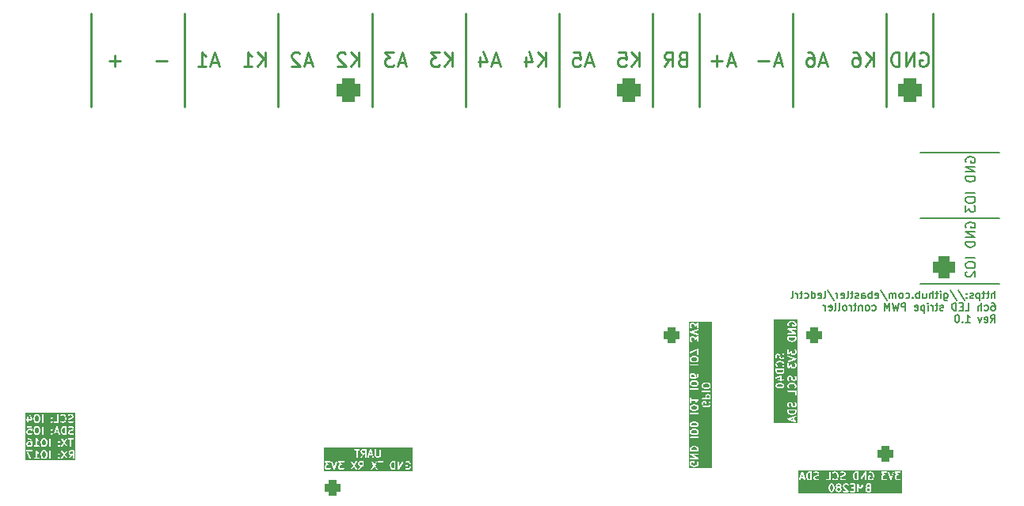
<source format=gbr>
%TF.GenerationSoftware,KiCad,Pcbnew,7.0.9*%
%TF.CreationDate,2023-12-10T19:04:28+01:00*%
%TF.ProjectId,ledctrl,6c656463-7472-46c2-9e6b-696361645f70,rev?*%
%TF.SameCoordinates,Original*%
%TF.FileFunction,Legend,Bot*%
%TF.FilePolarity,Positive*%
%FSLAX46Y46*%
G04 Gerber Fmt 4.6, Leading zero omitted, Abs format (unit mm)*
G04 Created by KiCad (PCBNEW 7.0.9) date 2023-12-10 19:04:28*
%MOMM*%
%LPD*%
G01*
G04 APERTURE LIST*
G04 Aperture macros list*
%AMRoundRect*
0 Rectangle with rounded corners*
0 $1 Rounding radius*
0 $2 $3 $4 $5 $6 $7 $8 $9 X,Y pos of 4 corners*
0 Add a 4 corners polygon primitive as box body*
4,1,4,$2,$3,$4,$5,$6,$7,$8,$9,$2,$3,0*
0 Add four circle primitives for the rounded corners*
1,1,$1+$1,$2,$3*
1,1,$1+$1,$4,$5*
1,1,$1+$1,$6,$7*
1,1,$1+$1,$8,$9*
0 Add four rect primitives between the rounded corners*
20,1,$1+$1,$2,$3,$4,$5,0*
20,1,$1+$1,$4,$5,$6,$7,0*
20,1,$1+$1,$6,$7,$8,$9,0*
20,1,$1+$1,$8,$9,$2,$3,0*%
G04 Aperture macros list end*
%ADD10C,0.200000*%
%ADD11C,0.250000*%
%ADD12C,0.150000*%
%ADD13RoundRect,0.600000X0.600000X-0.600000X0.600000X0.600000X-0.600000X0.600000X-0.600000X-0.600000X0*%
%ADD14C,2.400000*%
%ADD15C,0.650000*%
%ADD16O,2.100000X1.000000*%
%ADD17O,1.600000X1.000000*%
%ADD18RoundRect,0.425000X0.425000X-0.425000X0.425000X0.425000X-0.425000X0.425000X-0.425000X-0.425000X0*%
%ADD19O,1.700000X1.700000*%
%ADD20RoundRect,0.425000X-0.425000X0.425000X-0.425000X-0.425000X0.425000X-0.425000X0.425000X0.425000X0*%
%ADD21RoundRect,0.650000X0.650000X0.650000X-0.650000X0.650000X-0.650000X-0.650000X0.650000X-0.650000X0*%
%ADD22C,2.600000*%
%ADD23C,0.800000*%
%ADD24C,6.400000*%
%ADD25RoundRect,0.425000X-0.425000X-0.425000X0.425000X-0.425000X0.425000X0.425000X-0.425000X0.425000X0*%
G04 APERTURE END LIST*
D10*
X86150000Y-6750000D02*
X94550000Y-6750000D01*
D11*
X82500000Y-1800000D02*
X82500000Y8200000D01*
X72500000Y-1800000D02*
X72500000Y8200000D01*
X47500000Y-1800000D02*
X47500000Y8200000D01*
X57499999Y-1800000D02*
X57500000Y8200000D01*
X37500000Y-1800000D02*
X37500000Y8200000D01*
X27500000Y-1800000D02*
X27500000Y8200000D01*
X62500000Y-1800000D02*
X62500000Y8200000D01*
D10*
X94550000Y-13750000D02*
X86150000Y-13750000D01*
D11*
X17500000Y-1800000D02*
X17500000Y8200000D01*
X-2500000Y-1800000D02*
X-2500000Y8200000D01*
X87500000Y-1800000D02*
X87500000Y8200000D01*
D10*
X94550000Y-20750000D02*
X86150000Y-20750000D01*
D11*
X7499999Y-1800000D02*
X7500000Y8200000D01*
X71285713Y2947642D02*
X70571428Y2947642D01*
X71428570Y2519071D02*
X70928570Y4019071D01*
X70928570Y4019071D02*
X70428570Y2519071D01*
X69928571Y3090500D02*
X68785714Y3090500D01*
D12*
G36*
X-7450503Y-38744029D02*
G01*
X-7397609Y-38796923D01*
X-7366791Y-38920196D01*
X-7366791Y-39168392D01*
X-7397609Y-39291666D01*
X-7450504Y-39344560D01*
X-7499973Y-39369295D01*
X-7616944Y-39369295D01*
X-7666412Y-39344561D01*
X-7719307Y-39291665D01*
X-7750125Y-39168394D01*
X-7750125Y-38920194D01*
X-7719307Y-38796923D01*
X-7666412Y-38744029D01*
X-7616944Y-38719295D01*
X-7499973Y-38719295D01*
X-7450503Y-38744029D01*
G37*
G36*
X-4471554Y-38988342D02*
G01*
X-4683611Y-38988342D01*
X-4733079Y-38963608D01*
X-4753961Y-38942725D01*
X-4778697Y-38893255D01*
X-4778697Y-38814381D01*
X-4753961Y-38764911D01*
X-4733079Y-38744029D01*
X-4683611Y-38719295D01*
X-4471554Y-38719295D01*
X-4471554Y-38988342D01*
G37*
G36*
X-9012409Y-37760791D02*
G01*
X-8991525Y-37781674D01*
X-8966791Y-37831143D01*
X-8966791Y-37986208D01*
X-8991526Y-38035678D01*
X-9012409Y-38056561D01*
X-9061877Y-38081295D01*
X-9178848Y-38081295D01*
X-9228316Y-38056561D01*
X-9249199Y-38035677D01*
X-9273934Y-37986209D01*
X-9273934Y-37831142D01*
X-9249199Y-37781673D01*
X-9228317Y-37760791D01*
X-9178848Y-37736057D01*
X-9061877Y-37736057D01*
X-9012409Y-37760791D01*
G37*
G36*
X-7450503Y-37456029D02*
G01*
X-7397609Y-37508923D01*
X-7366791Y-37632196D01*
X-7366791Y-37880392D01*
X-7397609Y-38003666D01*
X-7450504Y-38056560D01*
X-7499973Y-38081295D01*
X-7616944Y-38081295D01*
X-7666412Y-38056561D01*
X-7719307Y-38003665D01*
X-7750125Y-37880394D01*
X-7750125Y-37632194D01*
X-7719307Y-37508923D01*
X-7666412Y-37456029D01*
X-7616944Y-37431295D01*
X-7499973Y-37431295D01*
X-7450503Y-37456029D01*
G37*
G36*
X-8212408Y-36168029D02*
G01*
X-8159514Y-36220923D01*
X-8128696Y-36344196D01*
X-8128696Y-36592392D01*
X-8159514Y-36715666D01*
X-8212409Y-36768560D01*
X-8261878Y-36793295D01*
X-8378849Y-36793295D01*
X-8428317Y-36768561D01*
X-8481212Y-36715665D01*
X-8512030Y-36592394D01*
X-8512030Y-36344194D01*
X-8481212Y-36220923D01*
X-8428317Y-36168029D01*
X-8378849Y-36143295D01*
X-8261878Y-36143295D01*
X-8212408Y-36168029D01*
G37*
G36*
X-5309650Y-36793295D02*
G01*
X-5412956Y-36793295D01*
X-5498897Y-36764648D01*
X-5553962Y-36709582D01*
X-5582932Y-36651642D01*
X-5616793Y-36516202D01*
X-5616793Y-36420387D01*
X-5582932Y-36284946D01*
X-5553962Y-36227006D01*
X-5498898Y-36171942D01*
X-5412956Y-36143295D01*
X-5309650Y-36143295D01*
X-5309650Y-36793295D01*
G37*
G36*
X-6100611Y-36564723D02*
G01*
X-6273450Y-36564723D01*
X-6187030Y-36305465D01*
X-6100611Y-36564723D01*
G37*
G36*
X-8212408Y-34880029D02*
G01*
X-8159514Y-34932923D01*
X-8128696Y-35056196D01*
X-8128696Y-35304392D01*
X-8159514Y-35427666D01*
X-8212409Y-35480560D01*
X-8261878Y-35505295D01*
X-8378849Y-35505295D01*
X-8428317Y-35480561D01*
X-8481212Y-35427665D01*
X-8512030Y-35304394D01*
X-8512030Y-35056194D01*
X-8481212Y-34932923D01*
X-8428317Y-34880029D01*
X-8378849Y-34855295D01*
X-8261878Y-34855295D01*
X-8212408Y-34880029D01*
G37*
G36*
X-4207268Y-39633581D02*
G01*
X-9576199Y-39633581D01*
X-9576199Y-38648479D01*
X-9461913Y-38648479D01*
X-9455966Y-38673839D01*
X-9113108Y-39473839D01*
X-9077989Y-39511238D01*
X-9027048Y-39517314D01*
X-8984118Y-39489223D01*
X-8969289Y-39440110D01*
X-8971362Y-39431271D01*
X-8660890Y-39431271D01*
X-8651981Y-39481795D01*
X-8612681Y-39514772D01*
X-8587029Y-39519295D01*
X-8129886Y-39519295D01*
X-8081677Y-39501748D01*
X-8056025Y-39457319D01*
X-8064934Y-39406795D01*
X-8104234Y-39373818D01*
X-8129886Y-39369295D01*
X-8283458Y-39369295D01*
X-8283458Y-39177628D01*
X-7900125Y-39177628D01*
X-7898939Y-39180885D01*
X-7897886Y-39195818D01*
X-7859791Y-39348199D01*
X-7855648Y-39354332D01*
X-7855003Y-39361705D01*
X-7840063Y-39383042D01*
X-7763872Y-39459233D01*
X-7762390Y-39459924D01*
X-7744380Y-39473282D01*
X-7668190Y-39511377D01*
X-7663736Y-39511889D01*
X-7660301Y-39514772D01*
X-7634649Y-39519295D01*
X-7482268Y-39519295D01*
X-7478055Y-39517761D01*
X-7473694Y-39518804D01*
X-7448727Y-39511377D01*
X-7372536Y-39473282D01*
X-7371411Y-39472094D01*
X-7353044Y-39459233D01*
X-7338106Y-39444295D01*
X-7023935Y-39444295D01*
X-7006388Y-39492504D01*
X-6961959Y-39518156D01*
X-6911435Y-39509247D01*
X-6878458Y-39469947D01*
X-6873935Y-39444295D01*
X-6873935Y-39399664D01*
X-6071268Y-39399664D01*
X-6066225Y-39418482D01*
X-6064527Y-39437896D01*
X-6058852Y-39446000D01*
X-6057990Y-39449219D01*
X-6055260Y-39451130D01*
X-6049587Y-39459233D01*
X-6011492Y-39497328D01*
X-5993832Y-39505562D01*
X-5977871Y-39516739D01*
X-5974454Y-39516440D01*
X-5971483Y-39518156D01*
X-5968103Y-39517560D01*
X-5964996Y-39519009D01*
X-5946177Y-39513966D01*
X-5926764Y-39512269D01*
X-5922949Y-39509597D01*
X-5920959Y-39509247D01*
X-5918837Y-39506719D01*
X-5918659Y-39506594D01*
X-5915441Y-39505732D01*
X-5913529Y-39503002D01*
X-5905427Y-39497329D01*
X-5867331Y-39459234D01*
X-5864208Y-39452538D01*
X-5728242Y-39452538D01*
X-5705504Y-39498527D01*
X-5658524Y-39519140D01*
X-5609286Y-39504732D01*
X-5591293Y-39485898D01*
X-5387030Y-39179503D01*
X-5182767Y-39485898D01*
X-5141425Y-39516277D01*
X-5090229Y-39512976D01*
X-5053132Y-39477537D01*
X-5047493Y-39426545D01*
X-5057959Y-39402693D01*
X-5296891Y-39044295D01*
X-5208002Y-38910961D01*
X-4928697Y-38910961D01*
X-4927163Y-38915174D01*
X-4928205Y-38919536D01*
X-4920779Y-38944502D01*
X-4882683Y-39020693D01*
X-4881493Y-39021818D01*
X-4868634Y-39040185D01*
X-4830539Y-39078280D01*
X-4829057Y-39078971D01*
X-4811047Y-39092329D01*
X-4734857Y-39130424D01*
X-4730403Y-39130936D01*
X-4727563Y-39133319D01*
X-4915139Y-39401285D01*
X-4928410Y-39450842D01*
X-4906723Y-39497336D01*
X-4860223Y-39519011D01*
X-4810670Y-39505726D01*
X-4792255Y-39487305D01*
X-4547981Y-39138342D01*
X-4471554Y-39138342D01*
X-4471554Y-39444295D01*
X-4454007Y-39492504D01*
X-4409578Y-39518156D01*
X-4359054Y-39509247D01*
X-4326077Y-39469947D01*
X-4321554Y-39444295D01*
X-4321554Y-38644295D01*
X-4328217Y-38625986D01*
X-4331602Y-38606795D01*
X-4336786Y-38602444D01*
X-4339101Y-38596086D01*
X-4355974Y-38586343D01*
X-4370902Y-38573818D01*
X-4380644Y-38572100D01*
X-4383530Y-38570434D01*
X-4386812Y-38571012D01*
X-4396554Y-38569295D01*
X-4701316Y-38569295D01*
X-4705529Y-38570828D01*
X-4709890Y-38569787D01*
X-4734857Y-38577213D01*
X-4811047Y-38615308D01*
X-4812172Y-38616497D01*
X-4830539Y-38629357D01*
X-4868634Y-38667452D01*
X-4869326Y-38668936D01*
X-4882683Y-38686944D01*
X-4920779Y-38763135D01*
X-4921291Y-38767588D01*
X-4924174Y-38771024D01*
X-4928697Y-38796676D01*
X-4928697Y-38910961D01*
X-5208002Y-38910961D01*
X-5057959Y-38685897D01*
X-5045818Y-38636052D01*
X-5068555Y-38590063D01*
X-5115536Y-38569450D01*
X-5164774Y-38583857D01*
X-5182767Y-38602692D01*
X-5387030Y-38909086D01*
X-5591293Y-38602692D01*
X-5632635Y-38572313D01*
X-5683831Y-38575615D01*
X-5720928Y-38611053D01*
X-5726567Y-38662045D01*
X-5716101Y-38685898D01*
X-5477169Y-39044295D01*
X-5716101Y-39402692D01*
X-5728242Y-39452538D01*
X-5864208Y-39452538D01*
X-5859097Y-39441577D01*
X-5847918Y-39425612D01*
X-5848507Y-39418868D01*
X-5845649Y-39412738D01*
X-5850690Y-39393921D01*
X-5852389Y-39374504D01*
X-5858064Y-39366399D01*
X-5858926Y-39363183D01*
X-5861654Y-39361272D01*
X-5867330Y-39353167D01*
X-5905426Y-39315071D01*
X-5923084Y-39306836D01*
X-5939049Y-39295659D01*
X-5942464Y-39295957D01*
X-5945435Y-39294243D01*
X-5948815Y-39294839D01*
X-5951923Y-39293390D01*
X-5970742Y-39298432D01*
X-5990156Y-39300131D01*
X-5993969Y-39302801D01*
X-5995959Y-39303152D01*
X-5998080Y-39305679D01*
X-5998258Y-39305804D01*
X-6001477Y-39306667D01*
X-6003388Y-39309396D01*
X-6011493Y-39315072D01*
X-6049588Y-39353168D01*
X-6057821Y-39370825D01*
X-6068999Y-39386789D01*
X-6068408Y-39393532D01*
X-6071268Y-39399664D01*
X-6873935Y-39399664D01*
X-6873935Y-38980616D01*
X-6071268Y-38980616D01*
X-6066225Y-38999435D01*
X-6064527Y-39018848D01*
X-6058853Y-39026950D01*
X-6057991Y-39030170D01*
X-6055260Y-39032081D01*
X-6049587Y-39040185D01*
X-6011492Y-39078280D01*
X-5993832Y-39086514D01*
X-5977871Y-39097691D01*
X-5974454Y-39097392D01*
X-5971483Y-39099108D01*
X-5968103Y-39098512D01*
X-5964996Y-39099961D01*
X-5946177Y-39094918D01*
X-5926764Y-39093221D01*
X-5922949Y-39090549D01*
X-5920959Y-39090199D01*
X-5918837Y-39087671D01*
X-5918659Y-39087546D01*
X-5915441Y-39086684D01*
X-5913529Y-39083954D01*
X-5905427Y-39078281D01*
X-5867331Y-39040186D01*
X-5859095Y-39022526D01*
X-5847918Y-39006562D01*
X-5848507Y-38999820D01*
X-5845649Y-38993690D01*
X-5850691Y-38974871D01*
X-5852390Y-38955455D01*
X-5858064Y-38947351D01*
X-5858926Y-38944135D01*
X-5861654Y-38942224D01*
X-5867331Y-38934118D01*
X-5905427Y-38896023D01*
X-5923087Y-38887788D01*
X-5939048Y-38876613D01*
X-5942463Y-38876911D01*
X-5945435Y-38875196D01*
X-5948815Y-38875792D01*
X-5951923Y-38874343D01*
X-5970743Y-38879385D01*
X-5990155Y-38881084D01*
X-5993968Y-38883753D01*
X-5995959Y-38884105D01*
X-5998080Y-38886633D01*
X-5998259Y-38886758D01*
X-6001478Y-38887621D01*
X-6003389Y-38890350D01*
X-6011492Y-38896024D01*
X-6049587Y-38934119D01*
X-6057820Y-38951776D01*
X-6068999Y-38967741D01*
X-6068408Y-38974484D01*
X-6071268Y-38980616D01*
X-6873935Y-38980616D01*
X-6873935Y-38644295D01*
X-6891482Y-38596086D01*
X-6935911Y-38570434D01*
X-6986435Y-38579343D01*
X-7019412Y-38618643D01*
X-7023935Y-38644295D01*
X-7023935Y-39444295D01*
X-7338106Y-39444295D01*
X-7276853Y-39383041D01*
X-7273726Y-39376335D01*
X-7267736Y-39371989D01*
X-7257126Y-39348200D01*
X-7219030Y-39195818D01*
X-7219390Y-39192369D01*
X-7216791Y-39177628D01*
X-7216791Y-38910961D01*
X-7217976Y-38907703D01*
X-7219030Y-38892771D01*
X-7257126Y-38740389D01*
X-7261268Y-38734256D01*
X-7261913Y-38726884D01*
X-7276854Y-38705547D01*
X-7353044Y-38629357D01*
X-7354525Y-38628666D01*
X-7372536Y-38615308D01*
X-7448727Y-38577213D01*
X-7453180Y-38576700D01*
X-7456616Y-38573818D01*
X-7482268Y-38569295D01*
X-7634649Y-38569295D01*
X-7638862Y-38570828D01*
X-7643223Y-38569787D01*
X-7668190Y-38577213D01*
X-7744380Y-38615308D01*
X-7745505Y-38616496D01*
X-7763871Y-38629356D01*
X-7840063Y-38705547D01*
X-7843190Y-38712254D01*
X-7849181Y-38716601D01*
X-7859791Y-38740390D01*
X-7897886Y-38892771D01*
X-7897525Y-38896219D01*
X-7900125Y-38910961D01*
X-7900125Y-39177628D01*
X-8283458Y-39177628D01*
X-8283458Y-38863455D01*
X-8259110Y-38887804D01*
X-8257627Y-38888495D01*
X-8239618Y-38901853D01*
X-8163427Y-38939948D01*
X-8112460Y-38945813D01*
X-8069647Y-38917546D01*
X-8055021Y-38868372D01*
X-8075424Y-38821301D01*
X-8096345Y-38805784D01*
X-8161649Y-38773131D01*
X-8223981Y-38710800D01*
X-8296054Y-38602692D01*
X-8299530Y-38600137D01*
X-8301005Y-38596086D01*
X-8319854Y-38585202D01*
X-8337396Y-38572313D01*
X-8341698Y-38572590D01*
X-8345434Y-38570434D01*
X-8366870Y-38574214D01*
X-8388593Y-38575615D01*
X-8391711Y-38578594D01*
X-8395958Y-38579343D01*
X-8409948Y-38596015D01*
X-8425689Y-38611053D01*
X-8426162Y-38615339D01*
X-8428935Y-38618643D01*
X-8433458Y-38644295D01*
X-8433458Y-39369295D01*
X-8587029Y-39369295D01*
X-8635238Y-39386842D01*
X-8660890Y-39431271D01*
X-8971362Y-39431271D01*
X-8975236Y-39414751D01*
X-9273289Y-38719295D01*
X-8853696Y-38719295D01*
X-8805487Y-38701748D01*
X-8779835Y-38657319D01*
X-8788744Y-38606795D01*
X-8828044Y-38573818D01*
X-8853696Y-38569295D01*
X-9387030Y-38569295D01*
X-9395355Y-38572325D01*
X-9404154Y-38571276D01*
X-9418796Y-38580857D01*
X-9435239Y-38586842D01*
X-9439669Y-38594515D01*
X-9447084Y-38599367D01*
X-9452141Y-38616117D01*
X-9460891Y-38631271D01*
X-9459352Y-38639997D01*
X-9461913Y-38648479D01*
X-9576199Y-38648479D01*
X-9576199Y-38003914D01*
X-9423934Y-38003914D01*
X-9422400Y-38008127D01*
X-9423442Y-38012488D01*
X-9416016Y-38037455D01*
X-9377921Y-38113645D01*
X-9376732Y-38114770D01*
X-9363873Y-38133136D01*
X-9325778Y-38171232D01*
X-9324296Y-38171922D01*
X-9306285Y-38185282D01*
X-9230094Y-38223377D01*
X-9225640Y-38223889D01*
X-9222205Y-38226772D01*
X-9196553Y-38231295D01*
X-9044172Y-38231295D01*
X-9039958Y-38229761D01*
X-9035598Y-38230803D01*
X-9010631Y-38223377D01*
X-8934441Y-38185282D01*
X-8933316Y-38184094D01*
X-8914948Y-38171232D01*
X-8886988Y-38143271D01*
X-8660890Y-38143271D01*
X-8651981Y-38193795D01*
X-8612681Y-38226772D01*
X-8587029Y-38231295D01*
X-8129886Y-38231295D01*
X-8081677Y-38213748D01*
X-8056025Y-38169319D01*
X-8064934Y-38118795D01*
X-8104234Y-38085818D01*
X-8129886Y-38081295D01*
X-8283458Y-38081295D01*
X-8283458Y-37889628D01*
X-7900125Y-37889628D01*
X-7898939Y-37892885D01*
X-7897886Y-37907818D01*
X-7859791Y-38060199D01*
X-7855648Y-38066332D01*
X-7855003Y-38073705D01*
X-7840063Y-38095042D01*
X-7763872Y-38171233D01*
X-7762390Y-38171924D01*
X-7744380Y-38185282D01*
X-7668190Y-38223377D01*
X-7663736Y-38223889D01*
X-7660301Y-38226772D01*
X-7634649Y-38231295D01*
X-7482268Y-38231295D01*
X-7478055Y-38229761D01*
X-7473694Y-38230804D01*
X-7448727Y-38223377D01*
X-7372536Y-38185282D01*
X-7371411Y-38184094D01*
X-7353044Y-38171233D01*
X-7338106Y-38156295D01*
X-7023935Y-38156295D01*
X-7006388Y-38204504D01*
X-6961959Y-38230156D01*
X-6911435Y-38221247D01*
X-6878458Y-38181947D01*
X-6873935Y-38156295D01*
X-6873935Y-38111664D01*
X-6071268Y-38111664D01*
X-6066225Y-38130482D01*
X-6064527Y-38149896D01*
X-6058852Y-38158000D01*
X-6057990Y-38161219D01*
X-6055260Y-38163130D01*
X-6049587Y-38171233D01*
X-6011492Y-38209328D01*
X-5993832Y-38217562D01*
X-5977871Y-38228739D01*
X-5974454Y-38228440D01*
X-5971483Y-38230156D01*
X-5968103Y-38229560D01*
X-5964996Y-38231009D01*
X-5946177Y-38225966D01*
X-5926764Y-38224269D01*
X-5922949Y-38221597D01*
X-5920959Y-38221247D01*
X-5918837Y-38218719D01*
X-5918659Y-38218594D01*
X-5915441Y-38217732D01*
X-5913529Y-38215002D01*
X-5905427Y-38209329D01*
X-5867331Y-38171234D01*
X-5864208Y-38164538D01*
X-5728242Y-38164538D01*
X-5705504Y-38210527D01*
X-5658524Y-38231140D01*
X-5609286Y-38216732D01*
X-5591293Y-38197898D01*
X-5387030Y-37891503D01*
X-5182767Y-38197898D01*
X-5141425Y-38228277D01*
X-5090229Y-38224976D01*
X-5053132Y-38189537D01*
X-5047493Y-38138545D01*
X-5057959Y-38114693D01*
X-5296891Y-37756295D01*
X-5057959Y-37397897D01*
X-5045818Y-37348052D01*
X-5048182Y-37343271D01*
X-5003748Y-37343271D01*
X-4994839Y-37393795D01*
X-4955539Y-37426772D01*
X-4929887Y-37431295D01*
X-4776315Y-37431295D01*
X-4776315Y-38156295D01*
X-4758768Y-38204504D01*
X-4714339Y-38230156D01*
X-4663815Y-38221247D01*
X-4630838Y-38181947D01*
X-4626315Y-38156295D01*
X-4626315Y-37431295D01*
X-4472744Y-37431295D01*
X-4424535Y-37413748D01*
X-4398883Y-37369319D01*
X-4407792Y-37318795D01*
X-4447092Y-37285818D01*
X-4472744Y-37281295D01*
X-4929887Y-37281295D01*
X-4978096Y-37298842D01*
X-5003748Y-37343271D01*
X-5048182Y-37343271D01*
X-5068555Y-37302063D01*
X-5115536Y-37281450D01*
X-5164774Y-37295857D01*
X-5182767Y-37314692D01*
X-5387030Y-37621086D01*
X-5591293Y-37314692D01*
X-5632635Y-37284313D01*
X-5683831Y-37287615D01*
X-5720928Y-37323053D01*
X-5726567Y-37374045D01*
X-5716101Y-37397898D01*
X-5477169Y-37756295D01*
X-5716101Y-38114692D01*
X-5728242Y-38164538D01*
X-5864208Y-38164538D01*
X-5859097Y-38153577D01*
X-5847918Y-38137612D01*
X-5848507Y-38130868D01*
X-5845649Y-38124738D01*
X-5850690Y-38105921D01*
X-5852389Y-38086504D01*
X-5858064Y-38078399D01*
X-5858926Y-38075183D01*
X-5861654Y-38073272D01*
X-5867330Y-38065167D01*
X-5905426Y-38027071D01*
X-5923084Y-38018836D01*
X-5939049Y-38007659D01*
X-5942464Y-38007957D01*
X-5945435Y-38006243D01*
X-5948815Y-38006839D01*
X-5951923Y-38005390D01*
X-5970742Y-38010432D01*
X-5990156Y-38012131D01*
X-5993969Y-38014801D01*
X-5995959Y-38015152D01*
X-5998080Y-38017679D01*
X-5998258Y-38017804D01*
X-6001477Y-38018667D01*
X-6003388Y-38021396D01*
X-6011493Y-38027072D01*
X-6049588Y-38065168D01*
X-6057821Y-38082825D01*
X-6068999Y-38098789D01*
X-6068408Y-38105532D01*
X-6071268Y-38111664D01*
X-6873935Y-38111664D01*
X-6873935Y-37692616D01*
X-6071268Y-37692616D01*
X-6066225Y-37711435D01*
X-6064527Y-37730848D01*
X-6058853Y-37738950D01*
X-6057991Y-37742170D01*
X-6055260Y-37744081D01*
X-6049587Y-37752185D01*
X-6011492Y-37790280D01*
X-5993832Y-37798514D01*
X-5977871Y-37809691D01*
X-5974454Y-37809392D01*
X-5971483Y-37811108D01*
X-5968103Y-37810512D01*
X-5964996Y-37811961D01*
X-5946177Y-37806918D01*
X-5926764Y-37805221D01*
X-5922949Y-37802549D01*
X-5920959Y-37802199D01*
X-5918837Y-37799671D01*
X-5918659Y-37799546D01*
X-5915441Y-37798684D01*
X-5913529Y-37795954D01*
X-5905427Y-37790281D01*
X-5867331Y-37752186D01*
X-5859095Y-37734526D01*
X-5847918Y-37718562D01*
X-5848507Y-37711820D01*
X-5845649Y-37705690D01*
X-5850691Y-37686871D01*
X-5852390Y-37667455D01*
X-5858064Y-37659351D01*
X-5858926Y-37656135D01*
X-5861654Y-37654224D01*
X-5867331Y-37646118D01*
X-5905427Y-37608023D01*
X-5923087Y-37599788D01*
X-5939048Y-37588613D01*
X-5942463Y-37588911D01*
X-5945435Y-37587196D01*
X-5948815Y-37587792D01*
X-5951923Y-37586343D01*
X-5970743Y-37591385D01*
X-5990155Y-37593084D01*
X-5993968Y-37595753D01*
X-5995959Y-37596105D01*
X-5998080Y-37598633D01*
X-5998259Y-37598758D01*
X-6001478Y-37599621D01*
X-6003389Y-37602350D01*
X-6011492Y-37608024D01*
X-6049587Y-37646119D01*
X-6057820Y-37663776D01*
X-6068999Y-37679741D01*
X-6068408Y-37686484D01*
X-6071268Y-37692616D01*
X-6873935Y-37692616D01*
X-6873935Y-37356295D01*
X-6891482Y-37308086D01*
X-6935911Y-37282434D01*
X-6986435Y-37291343D01*
X-7019412Y-37330643D01*
X-7023935Y-37356295D01*
X-7023935Y-38156295D01*
X-7338106Y-38156295D01*
X-7276853Y-38095041D01*
X-7273726Y-38088335D01*
X-7267736Y-38083989D01*
X-7257126Y-38060200D01*
X-7219030Y-37907818D01*
X-7219390Y-37904369D01*
X-7216791Y-37889628D01*
X-7216791Y-37622961D01*
X-7217976Y-37619703D01*
X-7219030Y-37604771D01*
X-7257126Y-37452389D01*
X-7261268Y-37446256D01*
X-7261913Y-37438884D01*
X-7276854Y-37417547D01*
X-7353044Y-37341357D01*
X-7354525Y-37340666D01*
X-7372536Y-37327308D01*
X-7448727Y-37289213D01*
X-7453180Y-37288700D01*
X-7456616Y-37285818D01*
X-7482268Y-37281295D01*
X-7634649Y-37281295D01*
X-7638862Y-37282828D01*
X-7643223Y-37281787D01*
X-7668190Y-37289213D01*
X-7744380Y-37327308D01*
X-7745505Y-37328496D01*
X-7763871Y-37341356D01*
X-7840063Y-37417547D01*
X-7843190Y-37424254D01*
X-7849181Y-37428601D01*
X-7859791Y-37452390D01*
X-7897886Y-37604771D01*
X-7897525Y-37608219D01*
X-7900125Y-37622961D01*
X-7900125Y-37889628D01*
X-8283458Y-37889628D01*
X-8283458Y-37575455D01*
X-8259110Y-37599804D01*
X-8257627Y-37600495D01*
X-8239618Y-37613853D01*
X-8163427Y-37651948D01*
X-8112460Y-37657813D01*
X-8069647Y-37629546D01*
X-8055021Y-37580372D01*
X-8075424Y-37533301D01*
X-8096345Y-37517784D01*
X-8161649Y-37485131D01*
X-8223981Y-37422800D01*
X-8296054Y-37314692D01*
X-8299530Y-37312137D01*
X-8301005Y-37308086D01*
X-8319854Y-37297202D01*
X-8337396Y-37284313D01*
X-8341698Y-37284590D01*
X-8345434Y-37282434D01*
X-8366870Y-37286214D01*
X-8388593Y-37287615D01*
X-8391711Y-37290594D01*
X-8395958Y-37291343D01*
X-8409948Y-37308015D01*
X-8425689Y-37323053D01*
X-8426162Y-37327339D01*
X-8428935Y-37330643D01*
X-8433458Y-37356295D01*
X-8433458Y-38081295D01*
X-8587029Y-38081295D01*
X-8635238Y-38098842D01*
X-8660890Y-38143271D01*
X-8886988Y-38143271D01*
X-8876853Y-38133136D01*
X-8876161Y-38131652D01*
X-8862805Y-38113646D01*
X-8824710Y-38037456D01*
X-8824197Y-38033002D01*
X-8821314Y-38029566D01*
X-8816791Y-38003914D01*
X-8816791Y-37699152D01*
X-8817976Y-37695894D01*
X-8819030Y-37680962D01*
X-8857126Y-37528580D01*
X-8857369Y-37528218D01*
X-8867483Y-37505168D01*
X-8943673Y-37390883D01*
X-8946489Y-37388813D01*
X-8953044Y-37379452D01*
X-8991139Y-37341357D01*
X-8992620Y-37340666D01*
X-9010631Y-37327308D01*
X-9086822Y-37289213D01*
X-9091275Y-37288700D01*
X-9094711Y-37285818D01*
X-9120363Y-37281295D01*
X-9272744Y-37281295D01*
X-9320953Y-37298842D01*
X-9346605Y-37343271D01*
X-9337696Y-37393795D01*
X-9298396Y-37426772D01*
X-9272744Y-37431295D01*
X-9138068Y-37431295D01*
X-9088598Y-37456029D01*
X-9064361Y-37480266D01*
X-8999497Y-37577562D01*
X-8993217Y-37602681D01*
X-9010631Y-37593975D01*
X-9015084Y-37593462D01*
X-9018520Y-37590580D01*
X-9044172Y-37586057D01*
X-9196553Y-37586057D01*
X-9200765Y-37587590D01*
X-9205127Y-37586548D01*
X-9230094Y-37593975D01*
X-9306285Y-37632070D01*
X-9307410Y-37633259D01*
X-9325777Y-37646119D01*
X-9363872Y-37684214D01*
X-9364562Y-37685695D01*
X-9377921Y-37703706D01*
X-9416016Y-37779897D01*
X-9416528Y-37784350D01*
X-9419411Y-37787786D01*
X-9423934Y-37813438D01*
X-9423934Y-38003914D01*
X-9576199Y-38003914D01*
X-9576199Y-36715914D01*
X-9423934Y-36715914D01*
X-9422400Y-36720127D01*
X-9423442Y-36724488D01*
X-9416016Y-36749455D01*
X-9377921Y-36825645D01*
X-9376732Y-36826770D01*
X-9363873Y-36845136D01*
X-9325778Y-36883232D01*
X-9324296Y-36883922D01*
X-9306285Y-36897282D01*
X-9230094Y-36935377D01*
X-9225640Y-36935889D01*
X-9222205Y-36938772D01*
X-9196553Y-36943295D01*
X-9006077Y-36943295D01*
X-9001863Y-36941761D01*
X-8997503Y-36942803D01*
X-8972536Y-36935377D01*
X-8896346Y-36897282D01*
X-8895220Y-36896092D01*
X-8876854Y-36883233D01*
X-8838758Y-36845137D01*
X-8817077Y-36798640D01*
X-8830354Y-36749086D01*
X-8872379Y-36719659D01*
X-8923487Y-36724130D01*
X-8944824Y-36739071D01*
X-8974314Y-36768561D01*
X-9023782Y-36793295D01*
X-9178848Y-36793295D01*
X-9228316Y-36768561D01*
X-9249199Y-36747677D01*
X-9273934Y-36698209D01*
X-9273934Y-36601628D01*
X-8662030Y-36601628D01*
X-8660844Y-36604885D01*
X-8659791Y-36619818D01*
X-8621696Y-36772199D01*
X-8617553Y-36778332D01*
X-8616908Y-36785705D01*
X-8601968Y-36807042D01*
X-8525777Y-36883233D01*
X-8524295Y-36883924D01*
X-8506285Y-36897282D01*
X-8430095Y-36935377D01*
X-8425641Y-36935889D01*
X-8422206Y-36938772D01*
X-8396554Y-36943295D01*
X-8244173Y-36943295D01*
X-8239960Y-36941761D01*
X-8235599Y-36942804D01*
X-8210632Y-36935377D01*
X-8134441Y-36897282D01*
X-8133316Y-36896094D01*
X-8114949Y-36883233D01*
X-8100011Y-36868295D01*
X-7785840Y-36868295D01*
X-7768293Y-36916504D01*
X-7723864Y-36942156D01*
X-7673340Y-36933247D01*
X-7640363Y-36893947D01*
X-7635840Y-36868295D01*
X-7635840Y-36823664D01*
X-6833173Y-36823664D01*
X-6828130Y-36842482D01*
X-6826432Y-36861896D01*
X-6820757Y-36870000D01*
X-6819895Y-36873219D01*
X-6817165Y-36875130D01*
X-6811492Y-36883233D01*
X-6773397Y-36921328D01*
X-6755737Y-36929562D01*
X-6739776Y-36940739D01*
X-6736359Y-36940440D01*
X-6733388Y-36942156D01*
X-6730008Y-36941560D01*
X-6726901Y-36943009D01*
X-6708082Y-36937966D01*
X-6688669Y-36936269D01*
X-6684854Y-36933597D01*
X-6682864Y-36933247D01*
X-6680742Y-36930719D01*
X-6680564Y-36930594D01*
X-6677346Y-36929732D01*
X-6675434Y-36927002D01*
X-6667332Y-36921329D01*
X-6629236Y-36883234D01*
X-6621002Y-36865577D01*
X-6609823Y-36849612D01*
X-6610263Y-36844578D01*
X-6524848Y-36844578D01*
X-6523447Y-36895862D01*
X-6489410Y-36934247D01*
X-6438661Y-36941772D01*
X-6394948Y-36914917D01*
X-6382546Y-36892012D01*
X-6323450Y-36714723D01*
X-6050611Y-36714723D01*
X-5991515Y-36892012D01*
X-5959624Y-36932198D01*
X-5909363Y-36942484D01*
X-5864249Y-36918055D01*
X-5845392Y-36870344D01*
X-5849213Y-36844578D01*
X-5955593Y-36525438D01*
X-5766793Y-36525438D01*
X-5765607Y-36528695D01*
X-5764554Y-36543629D01*
X-5726458Y-36696010D01*
X-5724468Y-36698955D01*
X-5720779Y-36711360D01*
X-5682684Y-36787550D01*
X-5681497Y-36788673D01*
X-5668635Y-36807042D01*
X-5592445Y-36883233D01*
X-5588381Y-36885127D01*
X-5586034Y-36888949D01*
X-5563129Y-36901351D01*
X-5448843Y-36939446D01*
X-5447208Y-36939401D01*
X-5425126Y-36943295D01*
X-5234650Y-36943295D01*
X-5216341Y-36936631D01*
X-5197150Y-36933247D01*
X-5192799Y-36928062D01*
X-5186441Y-36925748D01*
X-5176698Y-36908874D01*
X-5164173Y-36893947D01*
X-5162455Y-36884204D01*
X-5160789Y-36881319D01*
X-5161367Y-36878036D01*
X-5159650Y-36868295D01*
X-5159650Y-36715914D01*
X-4966792Y-36715914D01*
X-4965258Y-36720127D01*
X-4966300Y-36724488D01*
X-4958874Y-36749455D01*
X-4920779Y-36825645D01*
X-4919590Y-36826770D01*
X-4906731Y-36845136D01*
X-4868636Y-36883232D01*
X-4867154Y-36883922D01*
X-4849143Y-36897282D01*
X-4772952Y-36935377D01*
X-4768498Y-36935889D01*
X-4765063Y-36938772D01*
X-4739411Y-36943295D01*
X-4548935Y-36943295D01*
X-4547396Y-36942734D01*
X-4525218Y-36939446D01*
X-4410932Y-36901351D01*
X-4370746Y-36869460D01*
X-4360460Y-36819199D01*
X-4384888Y-36774085D01*
X-4432600Y-36755228D01*
X-4458366Y-36759049D01*
X-4561105Y-36793295D01*
X-4721706Y-36793295D01*
X-4771174Y-36768561D01*
X-4792057Y-36747677D01*
X-4816792Y-36698209D01*
X-4816792Y-36657428D01*
X-4792058Y-36607960D01*
X-4771174Y-36587076D01*
X-4713234Y-36558106D01*
X-4568840Y-36522008D01*
X-4565895Y-36520019D01*
X-4553489Y-36516329D01*
X-4477299Y-36478234D01*
X-4476173Y-36477044D01*
X-4457807Y-36464185D01*
X-4419712Y-36426090D01*
X-4419019Y-36424604D01*
X-4405663Y-36406598D01*
X-4367567Y-36330408D01*
X-4367054Y-36325953D01*
X-4364172Y-36322518D01*
X-4359649Y-36296866D01*
X-4359649Y-36220676D01*
X-4361182Y-36216462D01*
X-4360141Y-36212101D01*
X-4367567Y-36187134D01*
X-4405663Y-36110944D01*
X-4406852Y-36109818D01*
X-4419712Y-36091452D01*
X-4457807Y-36053357D01*
X-4459288Y-36052666D01*
X-4477299Y-36039308D01*
X-4553489Y-36001213D01*
X-4557942Y-36000700D01*
X-4561378Y-35997818D01*
X-4587030Y-35993295D01*
X-4777507Y-35993295D01*
X-4779045Y-35993855D01*
X-4801224Y-35997144D01*
X-4915509Y-36035239D01*
X-4955695Y-36067130D01*
X-4965981Y-36117391D01*
X-4941552Y-36162505D01*
X-4893841Y-36181362D01*
X-4868075Y-36177541D01*
X-4765337Y-36143295D01*
X-4604735Y-36143295D01*
X-4555267Y-36168029D01*
X-4534383Y-36188912D01*
X-4509649Y-36238381D01*
X-4509649Y-36279160D01*
X-4534383Y-36328629D01*
X-4555267Y-36349513D01*
X-4613205Y-36378482D01*
X-4757601Y-36414581D01*
X-4760544Y-36416569D01*
X-4772953Y-36420260D01*
X-4849143Y-36458356D01*
X-4850268Y-36459545D01*
X-4868635Y-36472405D01*
X-4906730Y-36510500D01*
X-4907420Y-36511981D01*
X-4920779Y-36529992D01*
X-4958874Y-36606182D01*
X-4959386Y-36610635D01*
X-4962269Y-36614071D01*
X-4966792Y-36639723D01*
X-4966792Y-36715914D01*
X-5159650Y-36715914D01*
X-5159650Y-36068295D01*
X-5166313Y-36049986D01*
X-5169698Y-36030795D01*
X-5174882Y-36026444D01*
X-5177197Y-36020086D01*
X-5194070Y-36010343D01*
X-5208998Y-35997818D01*
X-5218740Y-35996100D01*
X-5221626Y-35994434D01*
X-5224908Y-35995012D01*
X-5234650Y-35993295D01*
X-5425126Y-35993295D01*
X-5426664Y-35993855D01*
X-5448843Y-35997144D01*
X-5563129Y-36035239D01*
X-5566639Y-36038025D01*
X-5571108Y-36038416D01*
X-5592445Y-36053357D01*
X-5668635Y-36129547D01*
X-5669325Y-36131028D01*
X-5682684Y-36149039D01*
X-5720779Y-36225230D01*
X-5721184Y-36228756D01*
X-5726458Y-36240580D01*
X-5764554Y-36392961D01*
X-5764193Y-36396409D01*
X-5766793Y-36411152D01*
X-5766793Y-36525438D01*
X-5955593Y-36525438D01*
X-6115880Y-36044578D01*
X-6117222Y-36042886D01*
X-6117281Y-36040728D01*
X-6133030Y-36022966D01*
X-6147771Y-36004392D01*
X-6149884Y-36003959D01*
X-6151318Y-36002343D01*
X-6174796Y-35998861D01*
X-6198032Y-35994106D01*
X-6199930Y-35995133D01*
X-6202067Y-35994817D01*
X-6222294Y-36007244D01*
X-6243146Y-36018535D01*
X-6243939Y-36020541D01*
X-6245779Y-36021672D01*
X-6258182Y-36044578D01*
X-6524848Y-36844578D01*
X-6610263Y-36844578D01*
X-6610412Y-36842868D01*
X-6607554Y-36836738D01*
X-6612595Y-36817921D01*
X-6614294Y-36798504D01*
X-6619969Y-36790399D01*
X-6620831Y-36787183D01*
X-6623559Y-36785272D01*
X-6629235Y-36777167D01*
X-6667331Y-36739071D01*
X-6684989Y-36730836D01*
X-6700954Y-36719659D01*
X-6704369Y-36719957D01*
X-6707340Y-36718243D01*
X-6710720Y-36718839D01*
X-6713828Y-36717390D01*
X-6732647Y-36722432D01*
X-6752061Y-36724131D01*
X-6755874Y-36726801D01*
X-6757864Y-36727152D01*
X-6759985Y-36729679D01*
X-6760163Y-36729804D01*
X-6763382Y-36730667D01*
X-6765293Y-36733396D01*
X-6773398Y-36739072D01*
X-6811493Y-36777168D01*
X-6819726Y-36794825D01*
X-6830904Y-36810789D01*
X-6830313Y-36817532D01*
X-6833173Y-36823664D01*
X-7635840Y-36823664D01*
X-7635840Y-36404616D01*
X-6833173Y-36404616D01*
X-6828130Y-36423435D01*
X-6826432Y-36442848D01*
X-6820758Y-36450950D01*
X-6819896Y-36454170D01*
X-6817165Y-36456081D01*
X-6811492Y-36464185D01*
X-6773397Y-36502280D01*
X-6755737Y-36510514D01*
X-6739776Y-36521691D01*
X-6736359Y-36521392D01*
X-6733388Y-36523108D01*
X-6730008Y-36522512D01*
X-6726901Y-36523961D01*
X-6708082Y-36518918D01*
X-6688669Y-36517221D01*
X-6684854Y-36514549D01*
X-6682864Y-36514199D01*
X-6680742Y-36511671D01*
X-6680564Y-36511546D01*
X-6677346Y-36510684D01*
X-6675434Y-36507954D01*
X-6667332Y-36502281D01*
X-6629236Y-36464186D01*
X-6621000Y-36446526D01*
X-6609823Y-36430562D01*
X-6610412Y-36423820D01*
X-6607554Y-36417690D01*
X-6612596Y-36398871D01*
X-6614295Y-36379455D01*
X-6619969Y-36371351D01*
X-6620831Y-36368135D01*
X-6623559Y-36366224D01*
X-6629236Y-36358118D01*
X-6667332Y-36320023D01*
X-6684992Y-36311788D01*
X-6700953Y-36300613D01*
X-6704368Y-36300911D01*
X-6707340Y-36299196D01*
X-6710720Y-36299792D01*
X-6713828Y-36298343D01*
X-6732648Y-36303385D01*
X-6752060Y-36305084D01*
X-6755873Y-36307753D01*
X-6757864Y-36308105D01*
X-6759985Y-36310633D01*
X-6760164Y-36310758D01*
X-6763383Y-36311621D01*
X-6765294Y-36314350D01*
X-6773397Y-36320024D01*
X-6811492Y-36358119D01*
X-6819725Y-36375776D01*
X-6830904Y-36391741D01*
X-6830313Y-36398484D01*
X-6833173Y-36404616D01*
X-7635840Y-36404616D01*
X-7635840Y-36068295D01*
X-7653387Y-36020086D01*
X-7697816Y-35994434D01*
X-7748340Y-36003343D01*
X-7781317Y-36042643D01*
X-7785840Y-36068295D01*
X-7785840Y-36868295D01*
X-8100011Y-36868295D01*
X-8038758Y-36807041D01*
X-8035631Y-36800335D01*
X-8029641Y-36795989D01*
X-8019031Y-36772200D01*
X-7980935Y-36619818D01*
X-7981295Y-36616369D01*
X-7978696Y-36601628D01*
X-7978696Y-36334961D01*
X-7979881Y-36331703D01*
X-7980935Y-36316771D01*
X-8019031Y-36164389D01*
X-8023173Y-36158256D01*
X-8023818Y-36150884D01*
X-8038759Y-36129547D01*
X-8114949Y-36053357D01*
X-8116430Y-36052666D01*
X-8134441Y-36039308D01*
X-8210632Y-36001213D01*
X-8215085Y-36000700D01*
X-8218521Y-35997818D01*
X-8244173Y-35993295D01*
X-8396554Y-35993295D01*
X-8400767Y-35994828D01*
X-8405128Y-35993787D01*
X-8430095Y-36001213D01*
X-8506285Y-36039308D01*
X-8507410Y-36040496D01*
X-8525776Y-36053356D01*
X-8601968Y-36129547D01*
X-8605095Y-36136254D01*
X-8611086Y-36140601D01*
X-8621696Y-36164390D01*
X-8659791Y-36316771D01*
X-8659430Y-36320219D01*
X-8662030Y-36334961D01*
X-8662030Y-36601628D01*
X-9273934Y-36601628D01*
X-9273934Y-36543142D01*
X-9249199Y-36493673D01*
X-9228317Y-36472791D01*
X-9178848Y-36448057D01*
X-9023782Y-36448057D01*
X-8974313Y-36472791D01*
X-8944823Y-36502281D01*
X-8944376Y-36502489D01*
X-8944162Y-36502934D01*
X-8921147Y-36513320D01*
X-8898327Y-36523961D01*
X-8897851Y-36523833D01*
X-8897401Y-36524037D01*
X-8873111Y-36517204D01*
X-8848772Y-36510683D01*
X-8848488Y-36510278D01*
X-8848014Y-36510145D01*
X-8833794Y-36489292D01*
X-8819346Y-36468657D01*
X-8819388Y-36468166D01*
X-8819111Y-36467759D01*
X-8817163Y-36441784D01*
X-8855259Y-36060832D01*
X-8862169Y-36046480D01*
X-8864935Y-36030795D01*
X-8872967Y-36024055D01*
X-8877516Y-36014608D01*
X-8892033Y-36008056D01*
X-8904235Y-35997818D01*
X-8921443Y-35994783D01*
X-8924277Y-35993505D01*
X-8925979Y-35993983D01*
X-8929887Y-35993295D01*
X-9310839Y-35993295D01*
X-9359048Y-36010842D01*
X-9384700Y-36055271D01*
X-9375791Y-36105795D01*
X-9336491Y-36138772D01*
X-9310839Y-36143295D01*
X-8997761Y-36143295D01*
X-8981857Y-36302327D01*
X-9006077Y-36298057D01*
X-9196553Y-36298057D01*
X-9200765Y-36299590D01*
X-9205127Y-36298548D01*
X-9230094Y-36305975D01*
X-9306285Y-36344070D01*
X-9307410Y-36345259D01*
X-9325777Y-36358119D01*
X-9363872Y-36396214D01*
X-9364562Y-36397695D01*
X-9377921Y-36415706D01*
X-9416016Y-36491897D01*
X-9416528Y-36496350D01*
X-9419411Y-36499786D01*
X-9423934Y-36525438D01*
X-9423934Y-36715914D01*
X-9576199Y-36715914D01*
X-9576199Y-35300604D01*
X-9460891Y-35300604D01*
X-9451982Y-35351128D01*
X-9412682Y-35384105D01*
X-9387030Y-35388628D01*
X-9347744Y-35388628D01*
X-9347744Y-35580295D01*
X-9330197Y-35628504D01*
X-9285768Y-35654156D01*
X-9235244Y-35645247D01*
X-9202267Y-35605947D01*
X-9197744Y-35580295D01*
X-9197744Y-35388628D01*
X-8891791Y-35388628D01*
X-8886405Y-35386667D01*
X-8880790Y-35387817D01*
X-8862802Y-35378076D01*
X-8843582Y-35371081D01*
X-8840716Y-35366117D01*
X-8835676Y-35363388D01*
X-8828159Y-35344368D01*
X-8817930Y-35326652D01*
X-8818925Y-35321006D01*
X-8816819Y-35315676D01*
X-8817123Y-35313628D01*
X-8662030Y-35313628D01*
X-8660844Y-35316885D01*
X-8659791Y-35331818D01*
X-8621696Y-35484199D01*
X-8617553Y-35490332D01*
X-8616908Y-35497705D01*
X-8601968Y-35519042D01*
X-8525777Y-35595233D01*
X-8524295Y-35595924D01*
X-8506285Y-35609282D01*
X-8430095Y-35647377D01*
X-8425641Y-35647889D01*
X-8422206Y-35650772D01*
X-8396554Y-35655295D01*
X-8244173Y-35655295D01*
X-8239960Y-35653761D01*
X-8235599Y-35654804D01*
X-8210632Y-35647377D01*
X-8134441Y-35609282D01*
X-8133316Y-35608094D01*
X-8114949Y-35595233D01*
X-8100011Y-35580295D01*
X-7785840Y-35580295D01*
X-7768293Y-35628504D01*
X-7723864Y-35654156D01*
X-7673340Y-35645247D01*
X-7640363Y-35605947D01*
X-7635840Y-35580295D01*
X-7635840Y-35535664D01*
X-6833173Y-35535664D01*
X-6828130Y-35554482D01*
X-6826432Y-35573896D01*
X-6820757Y-35582000D01*
X-6819895Y-35585219D01*
X-6817165Y-35587130D01*
X-6811492Y-35595233D01*
X-6773397Y-35633328D01*
X-6755737Y-35641562D01*
X-6739776Y-35652739D01*
X-6736359Y-35652440D01*
X-6733388Y-35654156D01*
X-6730008Y-35653560D01*
X-6726901Y-35655009D01*
X-6708082Y-35649966D01*
X-6688669Y-35648269D01*
X-6684854Y-35645597D01*
X-6682864Y-35645247D01*
X-6680742Y-35642719D01*
X-6680564Y-35642594D01*
X-6677346Y-35641732D01*
X-6675434Y-35639002D01*
X-6667332Y-35633329D01*
X-6629236Y-35595234D01*
X-6621002Y-35577577D01*
X-6613786Y-35567271D01*
X-6527558Y-35567271D01*
X-6518649Y-35617795D01*
X-6479349Y-35650772D01*
X-6453697Y-35655295D01*
X-6072745Y-35655295D01*
X-6054436Y-35648631D01*
X-6035245Y-35645247D01*
X-6030894Y-35640062D01*
X-6024536Y-35637748D01*
X-6014793Y-35620874D01*
X-6002268Y-35605947D01*
X-6000550Y-35596204D01*
X-5998884Y-35593319D01*
X-5999462Y-35590036D01*
X-5997745Y-35580295D01*
X-5997745Y-34849948D01*
X-5804602Y-34849948D01*
X-5791326Y-34899502D01*
X-5749300Y-34928929D01*
X-5698193Y-34924459D01*
X-5676856Y-34909519D01*
X-5651278Y-34883942D01*
X-5565337Y-34855295D01*
X-5513486Y-34855295D01*
X-5427543Y-34883942D01*
X-5372479Y-34939006D01*
X-5343509Y-34996945D01*
X-5309649Y-35132387D01*
X-5309649Y-35228202D01*
X-5343509Y-35363643D01*
X-5372479Y-35421582D01*
X-5427544Y-35476648D01*
X-5513486Y-35505295D01*
X-5565337Y-35505295D01*
X-5651278Y-35476648D01*
X-5676855Y-35451071D01*
X-5723352Y-35429390D01*
X-5772906Y-35442667D01*
X-5802333Y-35484693D01*
X-5797861Y-35535800D01*
X-5782921Y-35557137D01*
X-5744825Y-35595233D01*
X-5740760Y-35597128D01*
X-5738414Y-35600948D01*
X-5715509Y-35613351D01*
X-5601224Y-35651446D01*
X-5599589Y-35651401D01*
X-5577507Y-35655295D01*
X-5501316Y-35655295D01*
X-5499777Y-35654734D01*
X-5477599Y-35651446D01*
X-5363313Y-35613351D01*
X-5359801Y-35610563D01*
X-5355333Y-35610173D01*
X-5333997Y-35595233D01*
X-5257806Y-35519041D01*
X-5257114Y-35517558D01*
X-5243758Y-35499550D01*
X-5207940Y-35427914D01*
X-5004887Y-35427914D01*
X-5003353Y-35432127D01*
X-5004395Y-35436488D01*
X-4996969Y-35461455D01*
X-4958874Y-35537645D01*
X-4957685Y-35538770D01*
X-4944826Y-35557136D01*
X-4906731Y-35595232D01*
X-4905249Y-35595922D01*
X-4887238Y-35609282D01*
X-4811047Y-35647377D01*
X-4806593Y-35647889D01*
X-4803158Y-35650772D01*
X-4777506Y-35655295D01*
X-4587030Y-35655295D01*
X-4585491Y-35654734D01*
X-4563313Y-35651446D01*
X-4449027Y-35613351D01*
X-4408841Y-35581460D01*
X-4398555Y-35531199D01*
X-4422983Y-35486085D01*
X-4470695Y-35467228D01*
X-4496461Y-35471049D01*
X-4599200Y-35505295D01*
X-4759801Y-35505295D01*
X-4809269Y-35480561D01*
X-4830152Y-35459677D01*
X-4854887Y-35410209D01*
X-4854887Y-35369428D01*
X-4830153Y-35319960D01*
X-4809269Y-35299076D01*
X-4751329Y-35270106D01*
X-4606935Y-35234008D01*
X-4603990Y-35232019D01*
X-4591584Y-35228329D01*
X-4515394Y-35190234D01*
X-4514268Y-35189044D01*
X-4495902Y-35176185D01*
X-4457807Y-35138090D01*
X-4457114Y-35136604D01*
X-4443758Y-35118598D01*
X-4405662Y-35042408D01*
X-4405149Y-35037953D01*
X-4402267Y-35034518D01*
X-4397744Y-35008866D01*
X-4397744Y-34932676D01*
X-4399277Y-34928462D01*
X-4398236Y-34924101D01*
X-4405662Y-34899134D01*
X-4443758Y-34822944D01*
X-4444947Y-34821818D01*
X-4457807Y-34803452D01*
X-4495902Y-34765357D01*
X-4497383Y-34764666D01*
X-4515394Y-34751308D01*
X-4591584Y-34713213D01*
X-4596037Y-34712700D01*
X-4599473Y-34709818D01*
X-4625125Y-34705295D01*
X-4815602Y-34705295D01*
X-4817140Y-34705855D01*
X-4839319Y-34709144D01*
X-4953604Y-34747239D01*
X-4993790Y-34779130D01*
X-5004076Y-34829391D01*
X-4979647Y-34874505D01*
X-4931936Y-34893362D01*
X-4906170Y-34889541D01*
X-4803432Y-34855295D01*
X-4642830Y-34855295D01*
X-4593362Y-34880029D01*
X-4572478Y-34900912D01*
X-4547744Y-34950381D01*
X-4547744Y-34991160D01*
X-4572478Y-35040629D01*
X-4593362Y-35061513D01*
X-4651300Y-35090482D01*
X-4795696Y-35126581D01*
X-4798639Y-35128569D01*
X-4811048Y-35132260D01*
X-4887238Y-35170356D01*
X-4888363Y-35171545D01*
X-4906730Y-35184405D01*
X-4944825Y-35222500D01*
X-4945515Y-35223981D01*
X-4958874Y-35241992D01*
X-4996969Y-35318182D01*
X-4997481Y-35322635D01*
X-5000364Y-35326071D01*
X-5004887Y-35351723D01*
X-5004887Y-35427914D01*
X-5207940Y-35427914D01*
X-5205663Y-35423360D01*
X-5205257Y-35419833D01*
X-5199984Y-35408010D01*
X-5161888Y-35255628D01*
X-5162248Y-35252179D01*
X-5159649Y-35237438D01*
X-5159649Y-35123152D01*
X-5160834Y-35119894D01*
X-5161888Y-35104962D01*
X-5199984Y-34952580D01*
X-5201972Y-34949636D01*
X-5205663Y-34937230D01*
X-5243758Y-34861039D01*
X-5244944Y-34859915D01*
X-5257807Y-34841547D01*
X-5333997Y-34765357D01*
X-5338060Y-34763462D01*
X-5340408Y-34759641D01*
X-5363313Y-34747239D01*
X-5477599Y-34709144D01*
X-5479233Y-34709188D01*
X-5501316Y-34705295D01*
X-5577507Y-34705295D01*
X-5579045Y-34705855D01*
X-5601224Y-34709144D01*
X-5715509Y-34747239D01*
X-5719020Y-34750025D01*
X-5723487Y-34750416D01*
X-5744824Y-34765356D01*
X-5782920Y-34803451D01*
X-5804602Y-34849948D01*
X-5997745Y-34849948D01*
X-5997745Y-34780295D01*
X-6015292Y-34732086D01*
X-6059721Y-34706434D01*
X-6110245Y-34715343D01*
X-6143222Y-34754643D01*
X-6147745Y-34780295D01*
X-6147745Y-35505295D01*
X-6453697Y-35505295D01*
X-6501906Y-35522842D01*
X-6527558Y-35567271D01*
X-6613786Y-35567271D01*
X-6609823Y-35561612D01*
X-6610412Y-35554868D01*
X-6607554Y-35548738D01*
X-6612595Y-35529921D01*
X-6614294Y-35510504D01*
X-6619969Y-35502399D01*
X-6620831Y-35499183D01*
X-6623559Y-35497272D01*
X-6629235Y-35489167D01*
X-6667331Y-35451071D01*
X-6684989Y-35442836D01*
X-6700954Y-35431659D01*
X-6704369Y-35431957D01*
X-6707340Y-35430243D01*
X-6710720Y-35430839D01*
X-6713828Y-35429390D01*
X-6732647Y-35434432D01*
X-6752061Y-35436131D01*
X-6755874Y-35438801D01*
X-6757864Y-35439152D01*
X-6759985Y-35441679D01*
X-6760163Y-35441804D01*
X-6763382Y-35442667D01*
X-6765293Y-35445396D01*
X-6773398Y-35451072D01*
X-6811493Y-35489168D01*
X-6819726Y-35506825D01*
X-6830904Y-35522789D01*
X-6830313Y-35529532D01*
X-6833173Y-35535664D01*
X-7635840Y-35535664D01*
X-7635840Y-35116616D01*
X-6833173Y-35116616D01*
X-6828130Y-35135435D01*
X-6826432Y-35154848D01*
X-6820758Y-35162950D01*
X-6819896Y-35166170D01*
X-6817165Y-35168081D01*
X-6811492Y-35176185D01*
X-6773397Y-35214280D01*
X-6755737Y-35222514D01*
X-6739776Y-35233691D01*
X-6736359Y-35233392D01*
X-6733388Y-35235108D01*
X-6730008Y-35234512D01*
X-6726901Y-35235961D01*
X-6708082Y-35230918D01*
X-6688669Y-35229221D01*
X-6684854Y-35226549D01*
X-6682864Y-35226199D01*
X-6680742Y-35223671D01*
X-6680564Y-35223546D01*
X-6677346Y-35222684D01*
X-6675434Y-35219954D01*
X-6667332Y-35214281D01*
X-6629236Y-35176186D01*
X-6621000Y-35158526D01*
X-6609823Y-35142562D01*
X-6610412Y-35135820D01*
X-6607554Y-35129690D01*
X-6612596Y-35110871D01*
X-6614295Y-35091455D01*
X-6619969Y-35083351D01*
X-6620831Y-35080135D01*
X-6623559Y-35078224D01*
X-6629236Y-35070118D01*
X-6667332Y-35032023D01*
X-6684992Y-35023788D01*
X-6700953Y-35012613D01*
X-6704368Y-35012911D01*
X-6707340Y-35011196D01*
X-6710720Y-35011792D01*
X-6713828Y-35010343D01*
X-6732648Y-35015385D01*
X-6752060Y-35017084D01*
X-6755873Y-35019753D01*
X-6757864Y-35020105D01*
X-6759985Y-35022633D01*
X-6760164Y-35022758D01*
X-6763383Y-35023621D01*
X-6765294Y-35026350D01*
X-6773397Y-35032024D01*
X-6811492Y-35070119D01*
X-6819725Y-35087776D01*
X-6830904Y-35103741D01*
X-6830313Y-35110484D01*
X-6833173Y-35116616D01*
X-7635840Y-35116616D01*
X-7635840Y-34780295D01*
X-7653387Y-34732086D01*
X-7697816Y-34706434D01*
X-7748340Y-34715343D01*
X-7781317Y-34754643D01*
X-7785840Y-34780295D01*
X-7785840Y-35580295D01*
X-8100011Y-35580295D01*
X-8038758Y-35519041D01*
X-8035631Y-35512335D01*
X-8029641Y-35507989D01*
X-8019031Y-35484200D01*
X-7980935Y-35331818D01*
X-7981295Y-35328369D01*
X-7978696Y-35313628D01*
X-7978696Y-35046961D01*
X-7979881Y-35043703D01*
X-7980935Y-35028771D01*
X-8019031Y-34876389D01*
X-8023173Y-34870256D01*
X-8023818Y-34862884D01*
X-8038759Y-34841547D01*
X-8114949Y-34765357D01*
X-8116430Y-34764666D01*
X-8134441Y-34751308D01*
X-8210632Y-34713213D01*
X-8215085Y-34712700D01*
X-8218521Y-34709818D01*
X-8244173Y-34705295D01*
X-8396554Y-34705295D01*
X-8400767Y-34706828D01*
X-8405128Y-34705787D01*
X-8430095Y-34713213D01*
X-8506285Y-34751308D01*
X-8507410Y-34752496D01*
X-8525776Y-34765356D01*
X-8601968Y-34841547D01*
X-8605095Y-34848254D01*
X-8611086Y-34852601D01*
X-8621696Y-34876390D01*
X-8659791Y-35028771D01*
X-8659430Y-35032219D01*
X-8662030Y-35046961D01*
X-8662030Y-35313628D01*
X-8817123Y-35313628D01*
X-8820640Y-35289911D01*
X-9011117Y-34718483D01*
X-9043008Y-34678297D01*
X-9093269Y-34668011D01*
X-9138383Y-34692440D01*
X-9157240Y-34740151D01*
X-9153419Y-34765917D01*
X-8995848Y-35238628D01*
X-9197744Y-35238628D01*
X-9197744Y-35046961D01*
X-9215291Y-34998752D01*
X-9259720Y-34973100D01*
X-9310244Y-34982009D01*
X-9343221Y-35021309D01*
X-9347744Y-35046961D01*
X-9347744Y-35238628D01*
X-9387030Y-35238628D01*
X-9435239Y-35256175D01*
X-9460891Y-35300604D01*
X-9576199Y-35300604D01*
X-9576199Y-34553725D01*
X-4207268Y-34553725D01*
X-4207268Y-39633581D01*
G37*
D11*
X51071427Y2947643D02*
X50357142Y2947643D01*
X51214284Y2519072D02*
X50714284Y4019072D01*
X50714284Y4019072D02*
X50214284Y2519072D01*
X48999999Y4019072D02*
X49714285Y4019072D01*
X49714285Y4019072D02*
X49785713Y3304786D01*
X49785713Y3304786D02*
X49714285Y3376215D01*
X49714285Y3376215D02*
X49571428Y3447643D01*
X49571428Y3447643D02*
X49214285Y3447643D01*
X49214285Y3447643D02*
X49071428Y3376215D01*
X49071428Y3376215D02*
X48999999Y3304786D01*
X48999999Y3304786D02*
X48928570Y3161929D01*
X48928570Y3161929D02*
X48928570Y2804786D01*
X48928570Y2804786D02*
X48999999Y2661929D01*
X48999999Y2661929D02*
X49071428Y2590501D01*
X49071428Y2590501D02*
X49214285Y2519072D01*
X49214285Y2519072D02*
X49571428Y2519072D01*
X49571428Y2519072D02*
X49714285Y2590501D01*
X49714285Y2590501D02*
X49785713Y2661929D01*
X76071427Y2947642D02*
X75357142Y2947642D01*
X76214284Y2519071D02*
X75714284Y4019071D01*
X75714284Y4019071D02*
X75214284Y2519071D01*
X74071428Y4019071D02*
X74357142Y4019071D01*
X74357142Y4019071D02*
X74499999Y3947642D01*
X74499999Y3947642D02*
X74571428Y3876214D01*
X74571428Y3876214D02*
X74714285Y3661928D01*
X74714285Y3661928D02*
X74785713Y3376214D01*
X74785713Y3376214D02*
X74785713Y2804785D01*
X74785713Y2804785D02*
X74714285Y2661928D01*
X74714285Y2661928D02*
X74642856Y2590500D01*
X74642856Y2590500D02*
X74499999Y2519071D01*
X74499999Y2519071D02*
X74214285Y2519071D01*
X74214285Y2519071D02*
X74071428Y2590500D01*
X74071428Y2590500D02*
X73999999Y2661928D01*
X73999999Y2661928D02*
X73928570Y2804785D01*
X73928570Y2804785D02*
X73928570Y3161928D01*
X73928570Y3161928D02*
X73999999Y3304785D01*
X73999999Y3304785D02*
X74071428Y3376214D01*
X74071428Y3376214D02*
X74214285Y3447642D01*
X74214285Y3447642D02*
X74499999Y3447642D01*
X74499999Y3447642D02*
X74642856Y3376214D01*
X74642856Y3376214D02*
X74714285Y3304785D01*
X74714285Y3304785D02*
X74785713Y3161928D01*
X36107142Y2519071D02*
X36107142Y4019071D01*
X35249999Y2519071D02*
X35892856Y3376214D01*
X35249999Y4019071D02*
X36107142Y3161928D01*
X34749999Y4019071D02*
X33821427Y4019071D01*
X33821427Y4019071D02*
X34321427Y3447642D01*
X34321427Y3447642D02*
X34107142Y3447642D01*
X34107142Y3447642D02*
X33964285Y3376214D01*
X33964285Y3376214D02*
X33892856Y3304785D01*
X33892856Y3304785D02*
X33821427Y3161928D01*
X33821427Y3161928D02*
X33821427Y2804785D01*
X33821427Y2804785D02*
X33892856Y2661928D01*
X33892856Y2661928D02*
X33964285Y2590500D01*
X33964285Y2590500D02*
X34107142Y2519071D01*
X34107142Y2519071D02*
X34535713Y2519071D01*
X34535713Y2519071D02*
X34678570Y2590500D01*
X34678570Y2590500D02*
X34749999Y2661928D01*
X60642857Y3304786D02*
X60428571Y3233358D01*
X60428571Y3233358D02*
X60357142Y3161929D01*
X60357142Y3161929D02*
X60285714Y3019072D01*
X60285714Y3019072D02*
X60285714Y2804786D01*
X60285714Y2804786D02*
X60357142Y2661929D01*
X60357142Y2661929D02*
X60428571Y2590501D01*
X60428571Y2590501D02*
X60571428Y2519072D01*
X60571428Y2519072D02*
X61142857Y2519072D01*
X61142857Y2519072D02*
X61142857Y4019072D01*
X61142857Y4019072D02*
X60642857Y4019072D01*
X60642857Y4019072D02*
X60500000Y3947643D01*
X60500000Y3947643D02*
X60428571Y3876215D01*
X60428571Y3876215D02*
X60357142Y3733358D01*
X60357142Y3733358D02*
X60357142Y3590501D01*
X60357142Y3590501D02*
X60428571Y3447643D01*
X60428571Y3447643D02*
X60500000Y3376215D01*
X60500000Y3376215D02*
X60642857Y3304786D01*
X60642857Y3304786D02*
X61142857Y3304786D01*
X58785714Y2519072D02*
X59285714Y3233358D01*
X59642857Y2519072D02*
X59642857Y4019072D01*
X59642857Y4019072D02*
X59071428Y4019072D01*
X59071428Y4019072D02*
X58928571Y3947643D01*
X58928571Y3947643D02*
X58857142Y3876215D01*
X58857142Y3876215D02*
X58785714Y3733358D01*
X58785714Y3733358D02*
X58785714Y3519072D01*
X58785714Y3519072D02*
X58857142Y3376215D01*
X58857142Y3376215D02*
X58928571Y3304786D01*
X58928571Y3304786D02*
X59071428Y3233358D01*
X59071428Y3233358D02*
X59642857Y3233358D01*
X46107142Y2519071D02*
X46107142Y4019071D01*
X45249999Y2519071D02*
X45892856Y3376214D01*
X45249999Y4019071D02*
X46107142Y3161928D01*
X43964285Y3519071D02*
X43964285Y2519071D01*
X44321427Y4090500D02*
X44678570Y3019071D01*
X44678570Y3019071D02*
X43749999Y3019071D01*
D12*
G36*
X29881190Y-40531295D02*
G01*
X29777884Y-40531295D01*
X29691942Y-40502648D01*
X29636877Y-40447582D01*
X29607907Y-40389642D01*
X29574047Y-40254202D01*
X29574047Y-40158387D01*
X29607907Y-40022946D01*
X29636877Y-39965006D01*
X29691941Y-39909942D01*
X29777884Y-39881295D01*
X29881190Y-39881295D01*
X29881190Y-40531295D01*
G37*
G36*
X26490713Y-40150342D02*
G01*
X26278656Y-40150342D01*
X26229188Y-40125608D01*
X26208305Y-40104725D01*
X26183570Y-40055255D01*
X26183570Y-39976381D01*
X26208305Y-39926911D01*
X26229188Y-39906029D01*
X26278656Y-39881295D01*
X26490713Y-39881295D01*
X26490713Y-40150342D01*
G37*
G36*
X26757380Y-38862342D02*
G01*
X26545323Y-38862342D01*
X26495855Y-38837608D01*
X26474972Y-38816725D01*
X26450237Y-38767255D01*
X26450237Y-38688381D01*
X26474972Y-38638911D01*
X26495855Y-38618029D01*
X26545323Y-38593295D01*
X26757380Y-38593295D01*
X26757380Y-38862342D01*
G37*
G36*
X27452133Y-39014723D02*
G01*
X27279294Y-39014723D01*
X27365713Y-38755465D01*
X27452133Y-39014723D01*
G37*
G36*
X31821667Y-40795581D02*
G01*
X22338332Y-40795581D01*
X22338332Y-40453914D01*
X22452618Y-40453914D01*
X22454151Y-40458127D01*
X22453110Y-40462488D01*
X22460536Y-40487455D01*
X22498631Y-40563645D01*
X22499819Y-40564770D01*
X22512679Y-40583136D01*
X22550774Y-40621232D01*
X22552255Y-40621922D01*
X22570267Y-40635282D01*
X22646458Y-40673377D01*
X22650911Y-40673889D01*
X22654347Y-40676772D01*
X22679999Y-40681295D01*
X22908570Y-40681295D01*
X22912782Y-40679761D01*
X22917144Y-40680804D01*
X22942111Y-40673377D01*
X23018302Y-40635282D01*
X23019426Y-40634094D01*
X23037795Y-40621232D01*
X23075890Y-40583136D01*
X23097570Y-40536640D01*
X23084292Y-40487085D01*
X23042266Y-40457659D01*
X22991159Y-40462131D01*
X22969822Y-40477072D01*
X22940333Y-40506561D01*
X22890865Y-40531295D01*
X22697704Y-40531295D01*
X22648235Y-40506561D01*
X22627352Y-40485677D01*
X22602618Y-40436209D01*
X22602618Y-40281142D01*
X22627352Y-40231673D01*
X22648234Y-40210791D01*
X22697704Y-40186057D01*
X22794284Y-40186057D01*
X22813280Y-40179142D01*
X22833120Y-40175220D01*
X22836871Y-40170555D01*
X22842493Y-40168510D01*
X22852601Y-40151002D01*
X22865277Y-40135245D01*
X22865153Y-40129262D01*
X22868145Y-40124081D01*
X22864634Y-40104170D01*
X22864216Y-40083953D01*
X22859775Y-40076617D01*
X22859236Y-40073557D01*
X22856568Y-40071318D01*
X22850728Y-40061670D01*
X22692900Y-39881295D01*
X23022856Y-39881295D01*
X23071065Y-39863748D01*
X23096717Y-39819319D01*
X23094059Y-39804246D01*
X23138360Y-39804246D01*
X23142181Y-39830012D01*
X23408847Y-40630012D01*
X23410189Y-40631703D01*
X23410248Y-40633862D01*
X23425997Y-40651623D01*
X23440738Y-40670198D01*
X23442851Y-40670630D01*
X23444285Y-40672247D01*
X23467755Y-40675727D01*
X23490999Y-40680484D01*
X23492898Y-40679455D01*
X23495034Y-40679772D01*
X23515240Y-40667357D01*
X23536113Y-40656056D01*
X23536907Y-40654046D01*
X23538746Y-40652917D01*
X23551149Y-40630012D01*
X23609848Y-40453914D01*
X23900237Y-40453914D01*
X23901770Y-40458127D01*
X23900729Y-40462488D01*
X23908155Y-40487455D01*
X23946250Y-40563645D01*
X23947438Y-40564770D01*
X23960298Y-40583136D01*
X23998393Y-40621232D01*
X23999874Y-40621922D01*
X24017886Y-40635282D01*
X24094077Y-40673377D01*
X24098530Y-40673889D01*
X24101966Y-40676772D01*
X24127618Y-40681295D01*
X24356189Y-40681295D01*
X24360401Y-40679761D01*
X24364763Y-40680804D01*
X24389730Y-40673377D01*
X24465921Y-40635282D01*
X24467045Y-40634094D01*
X24485414Y-40621232D01*
X24492108Y-40614538D01*
X25234025Y-40614538D01*
X25256763Y-40660527D01*
X25303743Y-40681140D01*
X25352981Y-40666732D01*
X25370974Y-40647898D01*
X25575236Y-40341503D01*
X25779500Y-40647898D01*
X25820842Y-40678277D01*
X25872038Y-40674976D01*
X25909135Y-40639537D01*
X25914774Y-40588545D01*
X25904308Y-40564693D01*
X25665376Y-40206295D01*
X25754265Y-40072961D01*
X26033570Y-40072961D01*
X26035103Y-40077174D01*
X26034062Y-40081536D01*
X26041488Y-40106502D01*
X26079584Y-40182693D01*
X26080773Y-40183818D01*
X26093633Y-40202185D01*
X26131728Y-40240280D01*
X26133209Y-40240971D01*
X26151220Y-40254329D01*
X26227410Y-40292424D01*
X26231863Y-40292936D01*
X26234703Y-40295319D01*
X26047128Y-40563285D01*
X26033857Y-40612842D01*
X26055544Y-40659336D01*
X26102044Y-40681011D01*
X26151597Y-40667726D01*
X26170012Y-40649305D01*
X26414286Y-40300342D01*
X26490713Y-40300342D01*
X26490713Y-40606295D01*
X26508260Y-40654504D01*
X26552689Y-40680156D01*
X26603213Y-40671247D01*
X26636190Y-40631947D01*
X26639260Y-40614538D01*
X27405454Y-40614538D01*
X27428192Y-40660527D01*
X27475172Y-40681140D01*
X27524410Y-40666732D01*
X27542403Y-40647898D01*
X27746665Y-40341503D01*
X27950929Y-40647898D01*
X27992271Y-40678277D01*
X28043467Y-40674976D01*
X28080564Y-40639537D01*
X28086203Y-40588545D01*
X28075737Y-40564693D01*
X27836805Y-40206295D01*
X28075737Y-39847897D01*
X28087878Y-39798052D01*
X28085514Y-39793271D01*
X28129948Y-39793271D01*
X28138857Y-39843795D01*
X28178157Y-39876772D01*
X28203809Y-39881295D01*
X28357381Y-39881295D01*
X28357381Y-40606295D01*
X28374928Y-40654504D01*
X28419357Y-40680156D01*
X28469881Y-40671247D01*
X28502858Y-40631947D01*
X28507381Y-40606295D01*
X28507381Y-40263438D01*
X29424047Y-40263438D01*
X29425232Y-40266695D01*
X29426286Y-40281629D01*
X29464382Y-40434010D01*
X29466371Y-40436955D01*
X29470061Y-40449360D01*
X29508156Y-40525550D01*
X29509342Y-40526673D01*
X29522205Y-40545042D01*
X29598395Y-40621233D01*
X29602458Y-40623127D01*
X29604806Y-40626949D01*
X29627711Y-40639351D01*
X29741997Y-40677446D01*
X29743631Y-40677401D01*
X29765714Y-40681295D01*
X29956190Y-40681295D01*
X29974498Y-40674631D01*
X29993690Y-40671247D01*
X29998040Y-40666062D01*
X30004399Y-40663748D01*
X30014141Y-40646874D01*
X30026667Y-40631947D01*
X30028384Y-40622204D01*
X30030051Y-40619319D01*
X30029472Y-40616036D01*
X30031190Y-40606295D01*
X30262142Y-40606295D01*
X30264513Y-40612811D01*
X30263340Y-40619647D01*
X30273079Y-40636344D01*
X30279689Y-40654504D01*
X30285694Y-40657971D01*
X30289189Y-40663963D01*
X30307380Y-40670492D01*
X30324118Y-40680156D01*
X30330949Y-40678951D01*
X30337476Y-40681294D01*
X30355607Y-40674603D01*
X30374642Y-40671247D01*
X30379099Y-40665934D01*
X30385606Y-40663534D01*
X30402260Y-40643505D01*
X30719285Y-40088711D01*
X30719285Y-40606295D01*
X30736832Y-40654504D01*
X30781261Y-40680156D01*
X30831785Y-40671247D01*
X30864762Y-40631947D01*
X30869285Y-40606295D01*
X30869285Y-40530104D01*
X31062142Y-40530104D01*
X31067741Y-40545488D01*
X31069169Y-40561800D01*
X31078560Y-40575212D01*
X31079689Y-40578313D01*
X31081438Y-40579323D01*
X31084109Y-40583137D01*
X31122205Y-40621233D01*
X31126269Y-40623128D01*
X31128616Y-40626948D01*
X31151521Y-40639351D01*
X31265806Y-40677446D01*
X31267440Y-40677401D01*
X31289523Y-40681295D01*
X31365714Y-40681295D01*
X31367252Y-40680734D01*
X31389431Y-40677446D01*
X31503717Y-40639351D01*
X31507228Y-40636563D01*
X31511697Y-40636173D01*
X31533033Y-40621233D01*
X31609224Y-40545041D01*
X31609915Y-40543558D01*
X31623272Y-40525550D01*
X31661367Y-40449360D01*
X31661772Y-40445833D01*
X31667046Y-40434010D01*
X31705142Y-40281628D01*
X31704781Y-40278179D01*
X31707381Y-40263438D01*
X31707381Y-40149152D01*
X31706195Y-40145894D01*
X31705142Y-40130962D01*
X31667046Y-39978580D01*
X31665057Y-39975636D01*
X31661367Y-39963230D01*
X31623272Y-39887039D01*
X31622085Y-39885915D01*
X31609223Y-39867547D01*
X31533033Y-39791357D01*
X31528969Y-39789462D01*
X31526622Y-39785641D01*
X31503717Y-39773239D01*
X31389431Y-39735144D01*
X31387796Y-39735188D01*
X31365714Y-39731295D01*
X31251428Y-39731295D01*
X31247214Y-39732828D01*
X31242854Y-39731787D01*
X31217887Y-39739213D01*
X31141697Y-39777308D01*
X31106425Y-39814562D01*
X31103350Y-39865773D01*
X31133914Y-39906978D01*
X31183812Y-39918898D01*
X31208779Y-39911472D01*
X31269133Y-39881295D01*
X31353544Y-39881295D01*
X31439486Y-39909942D01*
X31494550Y-39965006D01*
X31523520Y-40022945D01*
X31557381Y-40158387D01*
X31557381Y-40254202D01*
X31523520Y-40389643D01*
X31494550Y-40447582D01*
X31439485Y-40502648D01*
X31353544Y-40531295D01*
X31301693Y-40531295D01*
X31215752Y-40502648D01*
X31212142Y-40499038D01*
X31212142Y-40338438D01*
X31289523Y-40338438D01*
X31337732Y-40320891D01*
X31363384Y-40276462D01*
X31354475Y-40225938D01*
X31315175Y-40192961D01*
X31289523Y-40188438D01*
X31137142Y-40188438D01*
X31118833Y-40195101D01*
X31099642Y-40198486D01*
X31095291Y-40203670D01*
X31088933Y-40205985D01*
X31079190Y-40222858D01*
X31066665Y-40237786D01*
X31064947Y-40247528D01*
X31063281Y-40250414D01*
X31063859Y-40253696D01*
X31062142Y-40263438D01*
X31062142Y-40530104D01*
X30869285Y-40530104D01*
X30869285Y-39806295D01*
X30866913Y-39799778D01*
X30868087Y-39792943D01*
X30858347Y-39776245D01*
X30851738Y-39758086D01*
X30845732Y-39754618D01*
X30842238Y-39748627D01*
X30824046Y-39742097D01*
X30807309Y-39732434D01*
X30800477Y-39733638D01*
X30793951Y-39731296D01*
X30775819Y-39737986D01*
X30756785Y-39741343D01*
X30752327Y-39746655D01*
X30745821Y-39749056D01*
X30729167Y-39769085D01*
X30412142Y-40323878D01*
X30412142Y-39806295D01*
X30394595Y-39758086D01*
X30350166Y-39732434D01*
X30299642Y-39741343D01*
X30266665Y-39780643D01*
X30262142Y-39806295D01*
X30262142Y-40606295D01*
X30031190Y-40606295D01*
X30031190Y-39806295D01*
X30024526Y-39787986D01*
X30021142Y-39768795D01*
X30015957Y-39764444D01*
X30013643Y-39758086D01*
X29996769Y-39748343D01*
X29981842Y-39735818D01*
X29972099Y-39734100D01*
X29969214Y-39732434D01*
X29965931Y-39733012D01*
X29956190Y-39731295D01*
X29765714Y-39731295D01*
X29764175Y-39731855D01*
X29741997Y-39735144D01*
X29627711Y-39773239D01*
X29624200Y-39776025D01*
X29619732Y-39776416D01*
X29598395Y-39791357D01*
X29522205Y-39867547D01*
X29521514Y-39869028D01*
X29508156Y-39887039D01*
X29470061Y-39963230D01*
X29469655Y-39966756D01*
X29464382Y-39978580D01*
X29426286Y-40130961D01*
X29426646Y-40134409D01*
X29424047Y-40149152D01*
X29424047Y-40263438D01*
X28507381Y-40263438D01*
X28507381Y-39881295D01*
X28660952Y-39881295D01*
X28709161Y-39863748D01*
X28734813Y-39819319D01*
X28725904Y-39768795D01*
X28686604Y-39735818D01*
X28660952Y-39731295D01*
X28203809Y-39731295D01*
X28155600Y-39748842D01*
X28129948Y-39793271D01*
X28085514Y-39793271D01*
X28065141Y-39752063D01*
X28018160Y-39731450D01*
X27968922Y-39745857D01*
X27950929Y-39764692D01*
X27746665Y-40071086D01*
X27542403Y-39764692D01*
X27501061Y-39734313D01*
X27449865Y-39737615D01*
X27412768Y-39773053D01*
X27407129Y-39824045D01*
X27417595Y-39847898D01*
X27656526Y-40206295D01*
X27417595Y-40564692D01*
X27405454Y-40614538D01*
X26639260Y-40614538D01*
X26640713Y-40606295D01*
X26640713Y-39806295D01*
X26634049Y-39787986D01*
X26630665Y-39768795D01*
X26625480Y-39764444D01*
X26623166Y-39758086D01*
X26606292Y-39748343D01*
X26591365Y-39735818D01*
X26581622Y-39734100D01*
X26578737Y-39732434D01*
X26575454Y-39733012D01*
X26565713Y-39731295D01*
X26260951Y-39731295D01*
X26256737Y-39732828D01*
X26252377Y-39731787D01*
X26227410Y-39739213D01*
X26151220Y-39777308D01*
X26150094Y-39778497D01*
X26131728Y-39791357D01*
X26093633Y-39829452D01*
X26092940Y-39830936D01*
X26079584Y-39848944D01*
X26041488Y-39925135D01*
X26040975Y-39929588D01*
X26038093Y-39933024D01*
X26033570Y-39958676D01*
X26033570Y-40072961D01*
X25754265Y-40072961D01*
X25904308Y-39847897D01*
X25916449Y-39798052D01*
X25893712Y-39752063D01*
X25846731Y-39731450D01*
X25797493Y-39745857D01*
X25779500Y-39764692D01*
X25575236Y-40071086D01*
X25370974Y-39764692D01*
X25329632Y-39734313D01*
X25278436Y-39737615D01*
X25241339Y-39773053D01*
X25235700Y-39824045D01*
X25246166Y-39847898D01*
X25485097Y-40206295D01*
X25246166Y-40564692D01*
X25234025Y-40614538D01*
X24492108Y-40614538D01*
X24523509Y-40583136D01*
X24545189Y-40536640D01*
X24531911Y-40487085D01*
X24489885Y-40457659D01*
X24438778Y-40462131D01*
X24417441Y-40477072D01*
X24387952Y-40506561D01*
X24338484Y-40531295D01*
X24145323Y-40531295D01*
X24095854Y-40506561D01*
X24074971Y-40485677D01*
X24050237Y-40436209D01*
X24050237Y-40281142D01*
X24074971Y-40231673D01*
X24095853Y-40210791D01*
X24145323Y-40186057D01*
X24241903Y-40186057D01*
X24260899Y-40179142D01*
X24280739Y-40175220D01*
X24284490Y-40170555D01*
X24290112Y-40168510D01*
X24300220Y-40151002D01*
X24312896Y-40135245D01*
X24312772Y-40129262D01*
X24315764Y-40124081D01*
X24312253Y-40104170D01*
X24311835Y-40083953D01*
X24307394Y-40076617D01*
X24306855Y-40073557D01*
X24304187Y-40071318D01*
X24298347Y-40061670D01*
X24140519Y-39881295D01*
X24470475Y-39881295D01*
X24518684Y-39863748D01*
X24544336Y-39819319D01*
X24535427Y-39768795D01*
X24496127Y-39735818D01*
X24470475Y-39731295D01*
X23975237Y-39731295D01*
X23956237Y-39738210D01*
X23936401Y-39742133D01*
X23932650Y-39746795D01*
X23927028Y-39748842D01*
X23916918Y-39766351D01*
X23904244Y-39782107D01*
X23904367Y-39788089D01*
X23901376Y-39793271D01*
X23904887Y-39813184D01*
X23905306Y-39833399D01*
X23909745Y-39840732D01*
X23910285Y-39843795D01*
X23912954Y-39846034D01*
X23918794Y-39855683D01*
X24086753Y-40047636D01*
X24017886Y-40082070D01*
X24016760Y-40083259D01*
X23998394Y-40096119D01*
X23960299Y-40134214D01*
X23959608Y-40135695D01*
X23946250Y-40153706D01*
X23908155Y-40229897D01*
X23907642Y-40234350D01*
X23904760Y-40237786D01*
X23900237Y-40263438D01*
X23900237Y-40453914D01*
X23609848Y-40453914D01*
X23817816Y-39830012D01*
X23816415Y-39778728D01*
X23782378Y-39740343D01*
X23731629Y-39732818D01*
X23687916Y-39759673D01*
X23675514Y-39782578D01*
X23479998Y-40369124D01*
X23284483Y-39782578D01*
X23252592Y-39742392D01*
X23202331Y-39732106D01*
X23157217Y-39756535D01*
X23138360Y-39804246D01*
X23094059Y-39804246D01*
X23087808Y-39768795D01*
X23048508Y-39735818D01*
X23022856Y-39731295D01*
X22527618Y-39731295D01*
X22508618Y-39738210D01*
X22488782Y-39742133D01*
X22485031Y-39746795D01*
X22479409Y-39748842D01*
X22469299Y-39766351D01*
X22456625Y-39782107D01*
X22456748Y-39788089D01*
X22453757Y-39793271D01*
X22457268Y-39813184D01*
X22457687Y-39833399D01*
X22462126Y-39840732D01*
X22462666Y-39843795D01*
X22465335Y-39846034D01*
X22471175Y-39855683D01*
X22639134Y-40047636D01*
X22570267Y-40082070D01*
X22569141Y-40083259D01*
X22550775Y-40096119D01*
X22512680Y-40134214D01*
X22511989Y-40135695D01*
X22498631Y-40153706D01*
X22460536Y-40229897D01*
X22460023Y-40234350D01*
X22457141Y-40237786D01*
X22452618Y-40263438D01*
X22452618Y-40453914D01*
X22338332Y-40453914D01*
X22338332Y-38505271D01*
X25615662Y-38505271D01*
X25624571Y-38555795D01*
X25663871Y-38588772D01*
X25689523Y-38593295D01*
X25843095Y-38593295D01*
X25843095Y-39318295D01*
X25860642Y-39366504D01*
X25905071Y-39392156D01*
X25955595Y-39383247D01*
X25988572Y-39343947D01*
X25993095Y-39318295D01*
X25993095Y-38784961D01*
X26300237Y-38784961D01*
X26301770Y-38789174D01*
X26300729Y-38793536D01*
X26308155Y-38818502D01*
X26346251Y-38894693D01*
X26347440Y-38895818D01*
X26360300Y-38914185D01*
X26398395Y-38952280D01*
X26399876Y-38952971D01*
X26417887Y-38966329D01*
X26494077Y-39004424D01*
X26498530Y-39004936D01*
X26501370Y-39007319D01*
X26313795Y-39275285D01*
X26300524Y-39324842D01*
X26322211Y-39371336D01*
X26368711Y-39393011D01*
X26418264Y-39379726D01*
X26436679Y-39361305D01*
X26680953Y-39012342D01*
X26757380Y-39012342D01*
X26757380Y-39318295D01*
X26774927Y-39366504D01*
X26819356Y-39392156D01*
X26869880Y-39383247D01*
X26902857Y-39343947D01*
X26907380Y-39318295D01*
X26907380Y-39294578D01*
X27027896Y-39294578D01*
X27029297Y-39345862D01*
X27063334Y-39384247D01*
X27114083Y-39391772D01*
X27157796Y-39364917D01*
X27170198Y-39342012D01*
X27229294Y-39164723D01*
X27502133Y-39164723D01*
X27561229Y-39342012D01*
X27593120Y-39382198D01*
X27643381Y-39392484D01*
X27688495Y-39368055D01*
X27707352Y-39320344D01*
X27703531Y-39294578D01*
X27660643Y-39165914D01*
X27824046Y-39165914D01*
X27825579Y-39170127D01*
X27824538Y-39174489D01*
X27831964Y-39199456D01*
X27870060Y-39275645D01*
X27871248Y-39276770D01*
X27884108Y-39295136D01*
X27922203Y-39333232D01*
X27923684Y-39333922D01*
X27941696Y-39347282D01*
X28017886Y-39385377D01*
X28022339Y-39385889D01*
X28025775Y-39388772D01*
X28051427Y-39393295D01*
X28203808Y-39393295D01*
X28208020Y-39391761D01*
X28212382Y-39392804D01*
X28237349Y-39385377D01*
X28313540Y-39347282D01*
X28314664Y-39346094D01*
X28333033Y-39333232D01*
X28371128Y-39295136D01*
X28371819Y-39293653D01*
X28385176Y-39275645D01*
X28423271Y-39199455D01*
X28423783Y-39195001D01*
X28426666Y-39191566D01*
X28431189Y-39165914D01*
X28431189Y-38518295D01*
X28413642Y-38470086D01*
X28369213Y-38444434D01*
X28318689Y-38453343D01*
X28285712Y-38492643D01*
X28281189Y-38518295D01*
X28281189Y-39148209D01*
X28256454Y-39197677D01*
X28235571Y-39218561D01*
X28186103Y-39243295D01*
X28069132Y-39243295D01*
X28019664Y-39218561D01*
X27998780Y-39197676D01*
X27974046Y-39148208D01*
X27974046Y-38518295D01*
X27956499Y-38470086D01*
X27912070Y-38444434D01*
X27861546Y-38453343D01*
X27828569Y-38492643D01*
X27824046Y-38518295D01*
X27824046Y-39165914D01*
X27660643Y-39165914D01*
X27436864Y-38494578D01*
X27435521Y-38492886D01*
X27435463Y-38490728D01*
X27419713Y-38472966D01*
X27404973Y-38454392D01*
X27402859Y-38453959D01*
X27401426Y-38452343D01*
X27377947Y-38448861D01*
X27354712Y-38444106D01*
X27352813Y-38445133D01*
X27350677Y-38444817D01*
X27330449Y-38457244D01*
X27309598Y-38468535D01*
X27308804Y-38470541D01*
X27306965Y-38471672D01*
X27294562Y-38494578D01*
X27027896Y-39294578D01*
X26907380Y-39294578D01*
X26907380Y-38518295D01*
X26900716Y-38499986D01*
X26897332Y-38480795D01*
X26892147Y-38476444D01*
X26889833Y-38470086D01*
X26872959Y-38460343D01*
X26858032Y-38447818D01*
X26848289Y-38446100D01*
X26845404Y-38444434D01*
X26842121Y-38445012D01*
X26832380Y-38443295D01*
X26527618Y-38443295D01*
X26523404Y-38444828D01*
X26519044Y-38443787D01*
X26494077Y-38451213D01*
X26417887Y-38489308D01*
X26416761Y-38490497D01*
X26398395Y-38503357D01*
X26360300Y-38541452D01*
X26359607Y-38542936D01*
X26346251Y-38560944D01*
X26308155Y-38637135D01*
X26307642Y-38641588D01*
X26304760Y-38645024D01*
X26300237Y-38670676D01*
X26300237Y-38784961D01*
X25993095Y-38784961D01*
X25993095Y-38593295D01*
X26146666Y-38593295D01*
X26194875Y-38575748D01*
X26220527Y-38531319D01*
X26211618Y-38480795D01*
X26172318Y-38447818D01*
X26146666Y-38443295D01*
X25689523Y-38443295D01*
X25641314Y-38460842D01*
X25615662Y-38505271D01*
X22338332Y-38505271D01*
X22338332Y-38329009D01*
X31821667Y-38329009D01*
X31821667Y-40795581D01*
G37*
X94110839Y-22318295D02*
X94110839Y-21518295D01*
X93767982Y-22318295D02*
X93767982Y-21899247D01*
X93767982Y-21899247D02*
X93806077Y-21823057D01*
X93806077Y-21823057D02*
X93882268Y-21784961D01*
X93882268Y-21784961D02*
X93996554Y-21784961D01*
X93996554Y-21784961D02*
X94072744Y-21823057D01*
X94072744Y-21823057D02*
X94110839Y-21861152D01*
X93501315Y-21784961D02*
X93196553Y-21784961D01*
X93387029Y-21518295D02*
X93387029Y-22204009D01*
X93387029Y-22204009D02*
X93348934Y-22280200D01*
X93348934Y-22280200D02*
X93272744Y-22318295D01*
X93272744Y-22318295D02*
X93196553Y-22318295D01*
X93044172Y-21784961D02*
X92739410Y-21784961D01*
X92929886Y-21518295D02*
X92929886Y-22204009D01*
X92929886Y-22204009D02*
X92891791Y-22280200D01*
X92891791Y-22280200D02*
X92815601Y-22318295D01*
X92815601Y-22318295D02*
X92739410Y-22318295D01*
X92472743Y-21784961D02*
X92472743Y-22584961D01*
X92472743Y-21823057D02*
X92396553Y-21784961D01*
X92396553Y-21784961D02*
X92244172Y-21784961D01*
X92244172Y-21784961D02*
X92167981Y-21823057D01*
X92167981Y-21823057D02*
X92129886Y-21861152D01*
X92129886Y-21861152D02*
X92091791Y-21937342D01*
X92091791Y-21937342D02*
X92091791Y-22165914D01*
X92091791Y-22165914D02*
X92129886Y-22242104D01*
X92129886Y-22242104D02*
X92167981Y-22280200D01*
X92167981Y-22280200D02*
X92244172Y-22318295D01*
X92244172Y-22318295D02*
X92396553Y-22318295D01*
X92396553Y-22318295D02*
X92472743Y-22280200D01*
X91787029Y-22280200D02*
X91710838Y-22318295D01*
X91710838Y-22318295D02*
X91558457Y-22318295D01*
X91558457Y-22318295D02*
X91482267Y-22280200D01*
X91482267Y-22280200D02*
X91444171Y-22204009D01*
X91444171Y-22204009D02*
X91444171Y-22165914D01*
X91444171Y-22165914D02*
X91482267Y-22089723D01*
X91482267Y-22089723D02*
X91558457Y-22051628D01*
X91558457Y-22051628D02*
X91672743Y-22051628D01*
X91672743Y-22051628D02*
X91748933Y-22013533D01*
X91748933Y-22013533D02*
X91787029Y-21937342D01*
X91787029Y-21937342D02*
X91787029Y-21899247D01*
X91787029Y-21899247D02*
X91748933Y-21823057D01*
X91748933Y-21823057D02*
X91672743Y-21784961D01*
X91672743Y-21784961D02*
X91558457Y-21784961D01*
X91558457Y-21784961D02*
X91482267Y-21823057D01*
X91101314Y-22242104D02*
X91063219Y-22280200D01*
X91063219Y-22280200D02*
X91101314Y-22318295D01*
X91101314Y-22318295D02*
X91139410Y-22280200D01*
X91139410Y-22280200D02*
X91101314Y-22242104D01*
X91101314Y-22242104D02*
X91101314Y-22318295D01*
X91101314Y-21823057D02*
X91063219Y-21861152D01*
X91063219Y-21861152D02*
X91101314Y-21899247D01*
X91101314Y-21899247D02*
X91139410Y-21861152D01*
X91139410Y-21861152D02*
X91101314Y-21823057D01*
X91101314Y-21823057D02*
X91101314Y-21899247D01*
X90148934Y-21480200D02*
X90834648Y-22508771D01*
X89310839Y-21480200D02*
X89996553Y-22508771D01*
X88701315Y-21784961D02*
X88701315Y-22432580D01*
X88701315Y-22432580D02*
X88739410Y-22508771D01*
X88739410Y-22508771D02*
X88777506Y-22546866D01*
X88777506Y-22546866D02*
X88853696Y-22584961D01*
X88853696Y-22584961D02*
X88967982Y-22584961D01*
X88967982Y-22584961D02*
X89044172Y-22546866D01*
X88701315Y-22280200D02*
X88777506Y-22318295D01*
X88777506Y-22318295D02*
X88929887Y-22318295D01*
X88929887Y-22318295D02*
X89006077Y-22280200D01*
X89006077Y-22280200D02*
X89044172Y-22242104D01*
X89044172Y-22242104D02*
X89082268Y-22165914D01*
X89082268Y-22165914D02*
X89082268Y-21937342D01*
X89082268Y-21937342D02*
X89044172Y-21861152D01*
X89044172Y-21861152D02*
X89006077Y-21823057D01*
X89006077Y-21823057D02*
X88929887Y-21784961D01*
X88929887Y-21784961D02*
X88777506Y-21784961D01*
X88777506Y-21784961D02*
X88701315Y-21823057D01*
X88320362Y-22318295D02*
X88320362Y-21784961D01*
X88320362Y-21518295D02*
X88358458Y-21556390D01*
X88358458Y-21556390D02*
X88320362Y-21594485D01*
X88320362Y-21594485D02*
X88282267Y-21556390D01*
X88282267Y-21556390D02*
X88320362Y-21518295D01*
X88320362Y-21518295D02*
X88320362Y-21594485D01*
X88053696Y-21784961D02*
X87748934Y-21784961D01*
X87939410Y-21518295D02*
X87939410Y-22204009D01*
X87939410Y-22204009D02*
X87901315Y-22280200D01*
X87901315Y-22280200D02*
X87825125Y-22318295D01*
X87825125Y-22318295D02*
X87748934Y-22318295D01*
X87482267Y-22318295D02*
X87482267Y-21518295D01*
X87139410Y-22318295D02*
X87139410Y-21899247D01*
X87139410Y-21899247D02*
X87177505Y-21823057D01*
X87177505Y-21823057D02*
X87253696Y-21784961D01*
X87253696Y-21784961D02*
X87367982Y-21784961D01*
X87367982Y-21784961D02*
X87444172Y-21823057D01*
X87444172Y-21823057D02*
X87482267Y-21861152D01*
X86415600Y-21784961D02*
X86415600Y-22318295D01*
X86758457Y-21784961D02*
X86758457Y-22204009D01*
X86758457Y-22204009D02*
X86720362Y-22280200D01*
X86720362Y-22280200D02*
X86644172Y-22318295D01*
X86644172Y-22318295D02*
X86529886Y-22318295D01*
X86529886Y-22318295D02*
X86453695Y-22280200D01*
X86453695Y-22280200D02*
X86415600Y-22242104D01*
X86034647Y-22318295D02*
X86034647Y-21518295D01*
X86034647Y-21823057D02*
X85958457Y-21784961D01*
X85958457Y-21784961D02*
X85806076Y-21784961D01*
X85806076Y-21784961D02*
X85729885Y-21823057D01*
X85729885Y-21823057D02*
X85691790Y-21861152D01*
X85691790Y-21861152D02*
X85653695Y-21937342D01*
X85653695Y-21937342D02*
X85653695Y-22165914D01*
X85653695Y-22165914D02*
X85691790Y-22242104D01*
X85691790Y-22242104D02*
X85729885Y-22280200D01*
X85729885Y-22280200D02*
X85806076Y-22318295D01*
X85806076Y-22318295D02*
X85958457Y-22318295D01*
X85958457Y-22318295D02*
X86034647Y-22280200D01*
X85310837Y-22242104D02*
X85272742Y-22280200D01*
X85272742Y-22280200D02*
X85310837Y-22318295D01*
X85310837Y-22318295D02*
X85348933Y-22280200D01*
X85348933Y-22280200D02*
X85310837Y-22242104D01*
X85310837Y-22242104D02*
X85310837Y-22318295D01*
X84587028Y-22280200D02*
X84663219Y-22318295D01*
X84663219Y-22318295D02*
X84815600Y-22318295D01*
X84815600Y-22318295D02*
X84891790Y-22280200D01*
X84891790Y-22280200D02*
X84929885Y-22242104D01*
X84929885Y-22242104D02*
X84967981Y-22165914D01*
X84967981Y-22165914D02*
X84967981Y-21937342D01*
X84967981Y-21937342D02*
X84929885Y-21861152D01*
X84929885Y-21861152D02*
X84891790Y-21823057D01*
X84891790Y-21823057D02*
X84815600Y-21784961D01*
X84815600Y-21784961D02*
X84663219Y-21784961D01*
X84663219Y-21784961D02*
X84587028Y-21823057D01*
X84129886Y-22318295D02*
X84206076Y-22280200D01*
X84206076Y-22280200D02*
X84244171Y-22242104D01*
X84244171Y-22242104D02*
X84282267Y-22165914D01*
X84282267Y-22165914D02*
X84282267Y-21937342D01*
X84282267Y-21937342D02*
X84244171Y-21861152D01*
X84244171Y-21861152D02*
X84206076Y-21823057D01*
X84206076Y-21823057D02*
X84129886Y-21784961D01*
X84129886Y-21784961D02*
X84015600Y-21784961D01*
X84015600Y-21784961D02*
X83939409Y-21823057D01*
X83939409Y-21823057D02*
X83901314Y-21861152D01*
X83901314Y-21861152D02*
X83863219Y-21937342D01*
X83863219Y-21937342D02*
X83863219Y-22165914D01*
X83863219Y-22165914D02*
X83901314Y-22242104D01*
X83901314Y-22242104D02*
X83939409Y-22280200D01*
X83939409Y-22280200D02*
X84015600Y-22318295D01*
X84015600Y-22318295D02*
X84129886Y-22318295D01*
X83520361Y-22318295D02*
X83520361Y-21784961D01*
X83520361Y-21861152D02*
X83482266Y-21823057D01*
X83482266Y-21823057D02*
X83406076Y-21784961D01*
X83406076Y-21784961D02*
X83291790Y-21784961D01*
X83291790Y-21784961D02*
X83215599Y-21823057D01*
X83215599Y-21823057D02*
X83177504Y-21899247D01*
X83177504Y-21899247D02*
X83177504Y-22318295D01*
X83177504Y-21899247D02*
X83139409Y-21823057D01*
X83139409Y-21823057D02*
X83063218Y-21784961D01*
X83063218Y-21784961D02*
X82948933Y-21784961D01*
X82948933Y-21784961D02*
X82872742Y-21823057D01*
X82872742Y-21823057D02*
X82834647Y-21899247D01*
X82834647Y-21899247D02*
X82834647Y-22318295D01*
X81882266Y-21480200D02*
X82567980Y-22508771D01*
X81310837Y-22280200D02*
X81387028Y-22318295D01*
X81387028Y-22318295D02*
X81539409Y-22318295D01*
X81539409Y-22318295D02*
X81615599Y-22280200D01*
X81615599Y-22280200D02*
X81653695Y-22204009D01*
X81653695Y-22204009D02*
X81653695Y-21899247D01*
X81653695Y-21899247D02*
X81615599Y-21823057D01*
X81615599Y-21823057D02*
X81539409Y-21784961D01*
X81539409Y-21784961D02*
X81387028Y-21784961D01*
X81387028Y-21784961D02*
X81310837Y-21823057D01*
X81310837Y-21823057D02*
X81272742Y-21899247D01*
X81272742Y-21899247D02*
X81272742Y-21975438D01*
X81272742Y-21975438D02*
X81653695Y-22051628D01*
X80929885Y-22318295D02*
X80929885Y-21518295D01*
X80929885Y-21823057D02*
X80853695Y-21784961D01*
X80853695Y-21784961D02*
X80701314Y-21784961D01*
X80701314Y-21784961D02*
X80625123Y-21823057D01*
X80625123Y-21823057D02*
X80587028Y-21861152D01*
X80587028Y-21861152D02*
X80548933Y-21937342D01*
X80548933Y-21937342D02*
X80548933Y-22165914D01*
X80548933Y-22165914D02*
X80587028Y-22242104D01*
X80587028Y-22242104D02*
X80625123Y-22280200D01*
X80625123Y-22280200D02*
X80701314Y-22318295D01*
X80701314Y-22318295D02*
X80853695Y-22318295D01*
X80853695Y-22318295D02*
X80929885Y-22280200D01*
X79863218Y-22318295D02*
X79863218Y-21899247D01*
X79863218Y-21899247D02*
X79901313Y-21823057D01*
X79901313Y-21823057D02*
X79977504Y-21784961D01*
X79977504Y-21784961D02*
X80129885Y-21784961D01*
X80129885Y-21784961D02*
X80206075Y-21823057D01*
X79863218Y-22280200D02*
X79939409Y-22318295D01*
X79939409Y-22318295D02*
X80129885Y-22318295D01*
X80129885Y-22318295D02*
X80206075Y-22280200D01*
X80206075Y-22280200D02*
X80244171Y-22204009D01*
X80244171Y-22204009D02*
X80244171Y-22127819D01*
X80244171Y-22127819D02*
X80206075Y-22051628D01*
X80206075Y-22051628D02*
X80129885Y-22013533D01*
X80129885Y-22013533D02*
X79939409Y-22013533D01*
X79939409Y-22013533D02*
X79863218Y-21975438D01*
X79520361Y-22280200D02*
X79444170Y-22318295D01*
X79444170Y-22318295D02*
X79291789Y-22318295D01*
X79291789Y-22318295D02*
X79215599Y-22280200D01*
X79215599Y-22280200D02*
X79177503Y-22204009D01*
X79177503Y-22204009D02*
X79177503Y-22165914D01*
X79177503Y-22165914D02*
X79215599Y-22089723D01*
X79215599Y-22089723D02*
X79291789Y-22051628D01*
X79291789Y-22051628D02*
X79406075Y-22051628D01*
X79406075Y-22051628D02*
X79482265Y-22013533D01*
X79482265Y-22013533D02*
X79520361Y-21937342D01*
X79520361Y-21937342D02*
X79520361Y-21899247D01*
X79520361Y-21899247D02*
X79482265Y-21823057D01*
X79482265Y-21823057D02*
X79406075Y-21784961D01*
X79406075Y-21784961D02*
X79291789Y-21784961D01*
X79291789Y-21784961D02*
X79215599Y-21823057D01*
X78948932Y-21784961D02*
X78644170Y-21784961D01*
X78834646Y-21518295D02*
X78834646Y-22204009D01*
X78834646Y-22204009D02*
X78796551Y-22280200D01*
X78796551Y-22280200D02*
X78720361Y-22318295D01*
X78720361Y-22318295D02*
X78644170Y-22318295D01*
X78263218Y-22318295D02*
X78339408Y-22280200D01*
X78339408Y-22280200D02*
X78377503Y-22204009D01*
X78377503Y-22204009D02*
X78377503Y-21518295D01*
X77653693Y-22280200D02*
X77729884Y-22318295D01*
X77729884Y-22318295D02*
X77882265Y-22318295D01*
X77882265Y-22318295D02*
X77958455Y-22280200D01*
X77958455Y-22280200D02*
X77996551Y-22204009D01*
X77996551Y-22204009D02*
X77996551Y-21899247D01*
X77996551Y-21899247D02*
X77958455Y-21823057D01*
X77958455Y-21823057D02*
X77882265Y-21784961D01*
X77882265Y-21784961D02*
X77729884Y-21784961D01*
X77729884Y-21784961D02*
X77653693Y-21823057D01*
X77653693Y-21823057D02*
X77615598Y-21899247D01*
X77615598Y-21899247D02*
X77615598Y-21975438D01*
X77615598Y-21975438D02*
X77996551Y-22051628D01*
X77272741Y-22318295D02*
X77272741Y-21784961D01*
X77272741Y-21937342D02*
X77234646Y-21861152D01*
X77234646Y-21861152D02*
X77196551Y-21823057D01*
X77196551Y-21823057D02*
X77120360Y-21784961D01*
X77120360Y-21784961D02*
X77044170Y-21784961D01*
X76206075Y-21480200D02*
X76891789Y-22508771D01*
X75825123Y-22318295D02*
X75901313Y-22280200D01*
X75901313Y-22280200D02*
X75939408Y-22204009D01*
X75939408Y-22204009D02*
X75939408Y-21518295D01*
X75215598Y-22280200D02*
X75291789Y-22318295D01*
X75291789Y-22318295D02*
X75444170Y-22318295D01*
X75444170Y-22318295D02*
X75520360Y-22280200D01*
X75520360Y-22280200D02*
X75558456Y-22204009D01*
X75558456Y-22204009D02*
X75558456Y-21899247D01*
X75558456Y-21899247D02*
X75520360Y-21823057D01*
X75520360Y-21823057D02*
X75444170Y-21784961D01*
X75444170Y-21784961D02*
X75291789Y-21784961D01*
X75291789Y-21784961D02*
X75215598Y-21823057D01*
X75215598Y-21823057D02*
X75177503Y-21899247D01*
X75177503Y-21899247D02*
X75177503Y-21975438D01*
X75177503Y-21975438D02*
X75558456Y-22051628D01*
X74491789Y-22318295D02*
X74491789Y-21518295D01*
X74491789Y-22280200D02*
X74567980Y-22318295D01*
X74567980Y-22318295D02*
X74720361Y-22318295D01*
X74720361Y-22318295D02*
X74796551Y-22280200D01*
X74796551Y-22280200D02*
X74834646Y-22242104D01*
X74834646Y-22242104D02*
X74872742Y-22165914D01*
X74872742Y-22165914D02*
X74872742Y-21937342D01*
X74872742Y-21937342D02*
X74834646Y-21861152D01*
X74834646Y-21861152D02*
X74796551Y-21823057D01*
X74796551Y-21823057D02*
X74720361Y-21784961D01*
X74720361Y-21784961D02*
X74567980Y-21784961D01*
X74567980Y-21784961D02*
X74491789Y-21823057D01*
X73767979Y-22280200D02*
X73844170Y-22318295D01*
X73844170Y-22318295D02*
X73996551Y-22318295D01*
X73996551Y-22318295D02*
X74072741Y-22280200D01*
X74072741Y-22280200D02*
X74110836Y-22242104D01*
X74110836Y-22242104D02*
X74148932Y-22165914D01*
X74148932Y-22165914D02*
X74148932Y-21937342D01*
X74148932Y-21937342D02*
X74110836Y-21861152D01*
X74110836Y-21861152D02*
X74072741Y-21823057D01*
X74072741Y-21823057D02*
X73996551Y-21784961D01*
X73996551Y-21784961D02*
X73844170Y-21784961D01*
X73844170Y-21784961D02*
X73767979Y-21823057D01*
X73539408Y-21784961D02*
X73234646Y-21784961D01*
X73425122Y-21518295D02*
X73425122Y-22204009D01*
X73425122Y-22204009D02*
X73387027Y-22280200D01*
X73387027Y-22280200D02*
X73310837Y-22318295D01*
X73310837Y-22318295D02*
X73234646Y-22318295D01*
X72967979Y-22318295D02*
X72967979Y-21784961D01*
X72967979Y-21937342D02*
X72929884Y-21861152D01*
X72929884Y-21861152D02*
X72891789Y-21823057D01*
X72891789Y-21823057D02*
X72815598Y-21784961D01*
X72815598Y-21784961D02*
X72739408Y-21784961D01*
X72358456Y-22318295D02*
X72434646Y-22280200D01*
X72434646Y-22280200D02*
X72472741Y-22204009D01*
X72472741Y-22204009D02*
X72472741Y-21518295D01*
X93767982Y-22806295D02*
X93920363Y-22806295D01*
X93920363Y-22806295D02*
X93996554Y-22844390D01*
X93996554Y-22844390D02*
X94034649Y-22882485D01*
X94034649Y-22882485D02*
X94110839Y-22996771D01*
X94110839Y-22996771D02*
X94148935Y-23149152D01*
X94148935Y-23149152D02*
X94148935Y-23453914D01*
X94148935Y-23453914D02*
X94110839Y-23530104D01*
X94110839Y-23530104D02*
X94072744Y-23568200D01*
X94072744Y-23568200D02*
X93996554Y-23606295D01*
X93996554Y-23606295D02*
X93844173Y-23606295D01*
X93844173Y-23606295D02*
X93767982Y-23568200D01*
X93767982Y-23568200D02*
X93729887Y-23530104D01*
X93729887Y-23530104D02*
X93691792Y-23453914D01*
X93691792Y-23453914D02*
X93691792Y-23263438D01*
X93691792Y-23263438D02*
X93729887Y-23187247D01*
X93729887Y-23187247D02*
X93767982Y-23149152D01*
X93767982Y-23149152D02*
X93844173Y-23111057D01*
X93844173Y-23111057D02*
X93996554Y-23111057D01*
X93996554Y-23111057D02*
X94072744Y-23149152D01*
X94072744Y-23149152D02*
X94110839Y-23187247D01*
X94110839Y-23187247D02*
X94148935Y-23263438D01*
X93006077Y-23568200D02*
X93082268Y-23606295D01*
X93082268Y-23606295D02*
X93234649Y-23606295D01*
X93234649Y-23606295D02*
X93310839Y-23568200D01*
X93310839Y-23568200D02*
X93348934Y-23530104D01*
X93348934Y-23530104D02*
X93387030Y-23453914D01*
X93387030Y-23453914D02*
X93387030Y-23225342D01*
X93387030Y-23225342D02*
X93348934Y-23149152D01*
X93348934Y-23149152D02*
X93310839Y-23111057D01*
X93310839Y-23111057D02*
X93234649Y-23072961D01*
X93234649Y-23072961D02*
X93082268Y-23072961D01*
X93082268Y-23072961D02*
X93006077Y-23111057D01*
X92663220Y-23606295D02*
X92663220Y-22806295D01*
X92320363Y-23606295D02*
X92320363Y-23187247D01*
X92320363Y-23187247D02*
X92358458Y-23111057D01*
X92358458Y-23111057D02*
X92434649Y-23072961D01*
X92434649Y-23072961D02*
X92548935Y-23072961D01*
X92548935Y-23072961D02*
X92625125Y-23111057D01*
X92625125Y-23111057D02*
X92663220Y-23149152D01*
X90948934Y-23606295D02*
X91329886Y-23606295D01*
X91329886Y-23606295D02*
X91329886Y-22806295D01*
X90682267Y-23187247D02*
X90415601Y-23187247D01*
X90301315Y-23606295D02*
X90682267Y-23606295D01*
X90682267Y-23606295D02*
X90682267Y-22806295D01*
X90682267Y-22806295D02*
X90301315Y-22806295D01*
X89958457Y-23606295D02*
X89958457Y-22806295D01*
X89958457Y-22806295D02*
X89767981Y-22806295D01*
X89767981Y-22806295D02*
X89653695Y-22844390D01*
X89653695Y-22844390D02*
X89577505Y-22920580D01*
X89577505Y-22920580D02*
X89539410Y-22996771D01*
X89539410Y-22996771D02*
X89501314Y-23149152D01*
X89501314Y-23149152D02*
X89501314Y-23263438D01*
X89501314Y-23263438D02*
X89539410Y-23415819D01*
X89539410Y-23415819D02*
X89577505Y-23492009D01*
X89577505Y-23492009D02*
X89653695Y-23568200D01*
X89653695Y-23568200D02*
X89767981Y-23606295D01*
X89767981Y-23606295D02*
X89958457Y-23606295D01*
X88587029Y-23568200D02*
X88510838Y-23606295D01*
X88510838Y-23606295D02*
X88358457Y-23606295D01*
X88358457Y-23606295D02*
X88282267Y-23568200D01*
X88282267Y-23568200D02*
X88244171Y-23492009D01*
X88244171Y-23492009D02*
X88244171Y-23453914D01*
X88244171Y-23453914D02*
X88282267Y-23377723D01*
X88282267Y-23377723D02*
X88358457Y-23339628D01*
X88358457Y-23339628D02*
X88472743Y-23339628D01*
X88472743Y-23339628D02*
X88548933Y-23301533D01*
X88548933Y-23301533D02*
X88587029Y-23225342D01*
X88587029Y-23225342D02*
X88587029Y-23187247D01*
X88587029Y-23187247D02*
X88548933Y-23111057D01*
X88548933Y-23111057D02*
X88472743Y-23072961D01*
X88472743Y-23072961D02*
X88358457Y-23072961D01*
X88358457Y-23072961D02*
X88282267Y-23111057D01*
X88015600Y-23072961D02*
X87710838Y-23072961D01*
X87901314Y-22806295D02*
X87901314Y-23492009D01*
X87901314Y-23492009D02*
X87863219Y-23568200D01*
X87863219Y-23568200D02*
X87787029Y-23606295D01*
X87787029Y-23606295D02*
X87710838Y-23606295D01*
X87444171Y-23606295D02*
X87444171Y-23072961D01*
X87444171Y-23225342D02*
X87406076Y-23149152D01*
X87406076Y-23149152D02*
X87367981Y-23111057D01*
X87367981Y-23111057D02*
X87291790Y-23072961D01*
X87291790Y-23072961D02*
X87215600Y-23072961D01*
X86948933Y-23606295D02*
X86948933Y-23072961D01*
X86948933Y-22806295D02*
X86987029Y-22844390D01*
X86987029Y-22844390D02*
X86948933Y-22882485D01*
X86948933Y-22882485D02*
X86910838Y-22844390D01*
X86910838Y-22844390D02*
X86948933Y-22806295D01*
X86948933Y-22806295D02*
X86948933Y-22882485D01*
X86567981Y-23072961D02*
X86567981Y-23872961D01*
X86567981Y-23111057D02*
X86491791Y-23072961D01*
X86491791Y-23072961D02*
X86339410Y-23072961D01*
X86339410Y-23072961D02*
X86263219Y-23111057D01*
X86263219Y-23111057D02*
X86225124Y-23149152D01*
X86225124Y-23149152D02*
X86187029Y-23225342D01*
X86187029Y-23225342D02*
X86187029Y-23453914D01*
X86187029Y-23453914D02*
X86225124Y-23530104D01*
X86225124Y-23530104D02*
X86263219Y-23568200D01*
X86263219Y-23568200D02*
X86339410Y-23606295D01*
X86339410Y-23606295D02*
X86491791Y-23606295D01*
X86491791Y-23606295D02*
X86567981Y-23568200D01*
X85539409Y-23568200D02*
X85615600Y-23606295D01*
X85615600Y-23606295D02*
X85767981Y-23606295D01*
X85767981Y-23606295D02*
X85844171Y-23568200D01*
X85844171Y-23568200D02*
X85882267Y-23492009D01*
X85882267Y-23492009D02*
X85882267Y-23187247D01*
X85882267Y-23187247D02*
X85844171Y-23111057D01*
X85844171Y-23111057D02*
X85767981Y-23072961D01*
X85767981Y-23072961D02*
X85615600Y-23072961D01*
X85615600Y-23072961D02*
X85539409Y-23111057D01*
X85539409Y-23111057D02*
X85501314Y-23187247D01*
X85501314Y-23187247D02*
X85501314Y-23263438D01*
X85501314Y-23263438D02*
X85882267Y-23339628D01*
X84548933Y-23606295D02*
X84548933Y-22806295D01*
X84548933Y-22806295D02*
X84244171Y-22806295D01*
X84244171Y-22806295D02*
X84167981Y-22844390D01*
X84167981Y-22844390D02*
X84129886Y-22882485D01*
X84129886Y-22882485D02*
X84091790Y-22958676D01*
X84091790Y-22958676D02*
X84091790Y-23072961D01*
X84091790Y-23072961D02*
X84129886Y-23149152D01*
X84129886Y-23149152D02*
X84167981Y-23187247D01*
X84167981Y-23187247D02*
X84244171Y-23225342D01*
X84244171Y-23225342D02*
X84548933Y-23225342D01*
X83825124Y-22806295D02*
X83634648Y-23606295D01*
X83634648Y-23606295D02*
X83482267Y-23034866D01*
X83482267Y-23034866D02*
X83329886Y-23606295D01*
X83329886Y-23606295D02*
X83139410Y-22806295D01*
X82834647Y-23606295D02*
X82834647Y-22806295D01*
X82834647Y-22806295D02*
X82567981Y-23377723D01*
X82567981Y-23377723D02*
X82301314Y-22806295D01*
X82301314Y-22806295D02*
X82301314Y-23606295D01*
X80967980Y-23568200D02*
X81044171Y-23606295D01*
X81044171Y-23606295D02*
X81196552Y-23606295D01*
X81196552Y-23606295D02*
X81272742Y-23568200D01*
X81272742Y-23568200D02*
X81310837Y-23530104D01*
X81310837Y-23530104D02*
X81348933Y-23453914D01*
X81348933Y-23453914D02*
X81348933Y-23225342D01*
X81348933Y-23225342D02*
X81310837Y-23149152D01*
X81310837Y-23149152D02*
X81272742Y-23111057D01*
X81272742Y-23111057D02*
X81196552Y-23072961D01*
X81196552Y-23072961D02*
X81044171Y-23072961D01*
X81044171Y-23072961D02*
X80967980Y-23111057D01*
X80510838Y-23606295D02*
X80587028Y-23568200D01*
X80587028Y-23568200D02*
X80625123Y-23530104D01*
X80625123Y-23530104D02*
X80663219Y-23453914D01*
X80663219Y-23453914D02*
X80663219Y-23225342D01*
X80663219Y-23225342D02*
X80625123Y-23149152D01*
X80625123Y-23149152D02*
X80587028Y-23111057D01*
X80587028Y-23111057D02*
X80510838Y-23072961D01*
X80510838Y-23072961D02*
X80396552Y-23072961D01*
X80396552Y-23072961D02*
X80320361Y-23111057D01*
X80320361Y-23111057D02*
X80282266Y-23149152D01*
X80282266Y-23149152D02*
X80244171Y-23225342D01*
X80244171Y-23225342D02*
X80244171Y-23453914D01*
X80244171Y-23453914D02*
X80282266Y-23530104D01*
X80282266Y-23530104D02*
X80320361Y-23568200D01*
X80320361Y-23568200D02*
X80396552Y-23606295D01*
X80396552Y-23606295D02*
X80510838Y-23606295D01*
X79901313Y-23072961D02*
X79901313Y-23606295D01*
X79901313Y-23149152D02*
X79863218Y-23111057D01*
X79863218Y-23111057D02*
X79787028Y-23072961D01*
X79787028Y-23072961D02*
X79672742Y-23072961D01*
X79672742Y-23072961D02*
X79596551Y-23111057D01*
X79596551Y-23111057D02*
X79558456Y-23187247D01*
X79558456Y-23187247D02*
X79558456Y-23606295D01*
X79291789Y-23072961D02*
X78987027Y-23072961D01*
X79177503Y-22806295D02*
X79177503Y-23492009D01*
X79177503Y-23492009D02*
X79139408Y-23568200D01*
X79139408Y-23568200D02*
X79063218Y-23606295D01*
X79063218Y-23606295D02*
X78987027Y-23606295D01*
X78720360Y-23606295D02*
X78720360Y-23072961D01*
X78720360Y-23225342D02*
X78682265Y-23149152D01*
X78682265Y-23149152D02*
X78644170Y-23111057D01*
X78644170Y-23111057D02*
X78567979Y-23072961D01*
X78567979Y-23072961D02*
X78491789Y-23072961D01*
X78110837Y-23606295D02*
X78187027Y-23568200D01*
X78187027Y-23568200D02*
X78225122Y-23530104D01*
X78225122Y-23530104D02*
X78263218Y-23453914D01*
X78263218Y-23453914D02*
X78263218Y-23225342D01*
X78263218Y-23225342D02*
X78225122Y-23149152D01*
X78225122Y-23149152D02*
X78187027Y-23111057D01*
X78187027Y-23111057D02*
X78110837Y-23072961D01*
X78110837Y-23072961D02*
X77996551Y-23072961D01*
X77996551Y-23072961D02*
X77920360Y-23111057D01*
X77920360Y-23111057D02*
X77882265Y-23149152D01*
X77882265Y-23149152D02*
X77844170Y-23225342D01*
X77844170Y-23225342D02*
X77844170Y-23453914D01*
X77844170Y-23453914D02*
X77882265Y-23530104D01*
X77882265Y-23530104D02*
X77920360Y-23568200D01*
X77920360Y-23568200D02*
X77996551Y-23606295D01*
X77996551Y-23606295D02*
X78110837Y-23606295D01*
X77387027Y-23606295D02*
X77463217Y-23568200D01*
X77463217Y-23568200D02*
X77501312Y-23492009D01*
X77501312Y-23492009D02*
X77501312Y-22806295D01*
X76967979Y-23606295D02*
X77044169Y-23568200D01*
X77044169Y-23568200D02*
X77082264Y-23492009D01*
X77082264Y-23492009D02*
X77082264Y-22806295D01*
X76358454Y-23568200D02*
X76434645Y-23606295D01*
X76434645Y-23606295D02*
X76587026Y-23606295D01*
X76587026Y-23606295D02*
X76663216Y-23568200D01*
X76663216Y-23568200D02*
X76701312Y-23492009D01*
X76701312Y-23492009D02*
X76701312Y-23187247D01*
X76701312Y-23187247D02*
X76663216Y-23111057D01*
X76663216Y-23111057D02*
X76587026Y-23072961D01*
X76587026Y-23072961D02*
X76434645Y-23072961D01*
X76434645Y-23072961D02*
X76358454Y-23111057D01*
X76358454Y-23111057D02*
X76320359Y-23187247D01*
X76320359Y-23187247D02*
X76320359Y-23263438D01*
X76320359Y-23263438D02*
X76701312Y-23339628D01*
X75977502Y-23606295D02*
X75977502Y-23072961D01*
X75977502Y-23225342D02*
X75939407Y-23149152D01*
X75939407Y-23149152D02*
X75901312Y-23111057D01*
X75901312Y-23111057D02*
X75825121Y-23072961D01*
X75825121Y-23072961D02*
X75748931Y-23072961D01*
X93653696Y-24894295D02*
X93920363Y-24513342D01*
X94110839Y-24894295D02*
X94110839Y-24094295D01*
X94110839Y-24094295D02*
X93806077Y-24094295D01*
X93806077Y-24094295D02*
X93729887Y-24132390D01*
X93729887Y-24132390D02*
X93691792Y-24170485D01*
X93691792Y-24170485D02*
X93653696Y-24246676D01*
X93653696Y-24246676D02*
X93653696Y-24360961D01*
X93653696Y-24360961D02*
X93691792Y-24437152D01*
X93691792Y-24437152D02*
X93729887Y-24475247D01*
X93729887Y-24475247D02*
X93806077Y-24513342D01*
X93806077Y-24513342D02*
X94110839Y-24513342D01*
X93006077Y-24856200D02*
X93082268Y-24894295D01*
X93082268Y-24894295D02*
X93234649Y-24894295D01*
X93234649Y-24894295D02*
X93310839Y-24856200D01*
X93310839Y-24856200D02*
X93348935Y-24780009D01*
X93348935Y-24780009D02*
X93348935Y-24475247D01*
X93348935Y-24475247D02*
X93310839Y-24399057D01*
X93310839Y-24399057D02*
X93234649Y-24360961D01*
X93234649Y-24360961D02*
X93082268Y-24360961D01*
X93082268Y-24360961D02*
X93006077Y-24399057D01*
X93006077Y-24399057D02*
X92967982Y-24475247D01*
X92967982Y-24475247D02*
X92967982Y-24551438D01*
X92967982Y-24551438D02*
X93348935Y-24627628D01*
X92701316Y-24360961D02*
X92510840Y-24894295D01*
X92510840Y-24894295D02*
X92320363Y-24360961D01*
X90987030Y-24894295D02*
X91444173Y-24894295D01*
X91215601Y-24894295D02*
X91215601Y-24094295D01*
X91215601Y-24094295D02*
X91291792Y-24208580D01*
X91291792Y-24208580D02*
X91367982Y-24284771D01*
X91367982Y-24284771D02*
X91444173Y-24322866D01*
X90644172Y-24818104D02*
X90606077Y-24856200D01*
X90606077Y-24856200D02*
X90644172Y-24894295D01*
X90644172Y-24894295D02*
X90682268Y-24856200D01*
X90682268Y-24856200D02*
X90644172Y-24818104D01*
X90644172Y-24818104D02*
X90644172Y-24894295D01*
X90110839Y-24094295D02*
X90034649Y-24094295D01*
X90034649Y-24094295D02*
X89958458Y-24132390D01*
X89958458Y-24132390D02*
X89920363Y-24170485D01*
X89920363Y-24170485D02*
X89882268Y-24246676D01*
X89882268Y-24246676D02*
X89844173Y-24399057D01*
X89844173Y-24399057D02*
X89844173Y-24589533D01*
X89844173Y-24589533D02*
X89882268Y-24741914D01*
X89882268Y-24741914D02*
X89920363Y-24818104D01*
X89920363Y-24818104D02*
X89958458Y-24856200D01*
X89958458Y-24856200D02*
X90034649Y-24894295D01*
X90034649Y-24894295D02*
X90110839Y-24894295D01*
X90110839Y-24894295D02*
X90187030Y-24856200D01*
X90187030Y-24856200D02*
X90225125Y-24818104D01*
X90225125Y-24818104D02*
X90263220Y-24741914D01*
X90263220Y-24741914D02*
X90301316Y-24589533D01*
X90301316Y-24589533D02*
X90301316Y-24399057D01*
X90301316Y-24399057D02*
X90263220Y-24246676D01*
X90263220Y-24246676D02*
X90225125Y-24170485D01*
X90225125Y-24170485D02*
X90187030Y-24132390D01*
X90187030Y-24132390D02*
X90110839Y-24094295D01*
D11*
X571428Y3090501D02*
X-571429Y3090501D01*
X0Y2519072D02*
X0Y3661929D01*
X16107142Y2519071D02*
X16107142Y4019071D01*
X15249999Y2519071D02*
X15892856Y3376214D01*
X15249999Y4019071D02*
X16107142Y3161928D01*
X13821427Y2519071D02*
X14678570Y2519071D01*
X14249999Y2519071D02*
X14249999Y4019071D01*
X14249999Y4019071D02*
X14392856Y3804785D01*
X14392856Y3804785D02*
X14535713Y3661928D01*
X14535713Y3661928D02*
X14678570Y3590500D01*
X56107142Y2519072D02*
X56107142Y4019072D01*
X55249999Y2519072D02*
X55892856Y3376215D01*
X55249999Y4019072D02*
X56107142Y3161929D01*
X53892856Y4019072D02*
X54607142Y4019072D01*
X54607142Y4019072D02*
X54678570Y3304786D01*
X54678570Y3304786D02*
X54607142Y3376215D01*
X54607142Y3376215D02*
X54464285Y3447643D01*
X54464285Y3447643D02*
X54107142Y3447643D01*
X54107142Y3447643D02*
X53964285Y3376215D01*
X53964285Y3376215D02*
X53892856Y3304786D01*
X53892856Y3304786D02*
X53821427Y3161929D01*
X53821427Y3161929D02*
X53821427Y2804786D01*
X53821427Y2804786D02*
X53892856Y2661929D01*
X53892856Y2661929D02*
X53964285Y2590501D01*
X53964285Y2590501D02*
X54107142Y2519072D01*
X54107142Y2519072D02*
X54464285Y2519072D01*
X54464285Y2519072D02*
X54607142Y2590501D01*
X54607142Y2590501D02*
X54678570Y2661929D01*
X11071427Y2947642D02*
X10357142Y2947642D01*
X11214284Y2519071D02*
X10714284Y4019071D01*
X10714284Y4019071D02*
X10214284Y2519071D01*
X8928570Y2519071D02*
X9785713Y2519071D01*
X9357142Y2519071D02*
X9357142Y4019071D01*
X9357142Y4019071D02*
X9499999Y3804785D01*
X9499999Y3804785D02*
X9642856Y3661928D01*
X9642856Y3661928D02*
X9785713Y3590500D01*
D10*
X91988219Y-11000000D02*
X90988219Y-11000000D01*
X90988219Y-11666666D02*
X90988219Y-11857142D01*
X90988219Y-11857142D02*
X91035838Y-11952380D01*
X91035838Y-11952380D02*
X91131076Y-12047618D01*
X91131076Y-12047618D02*
X91321552Y-12095237D01*
X91321552Y-12095237D02*
X91654885Y-12095237D01*
X91654885Y-12095237D02*
X91845361Y-12047618D01*
X91845361Y-12047618D02*
X91940600Y-11952380D01*
X91940600Y-11952380D02*
X91988219Y-11857142D01*
X91988219Y-11857142D02*
X91988219Y-11666666D01*
X91988219Y-11666666D02*
X91940600Y-11571428D01*
X91940600Y-11571428D02*
X91845361Y-11476190D01*
X91845361Y-11476190D02*
X91654885Y-11428571D01*
X91654885Y-11428571D02*
X91321552Y-11428571D01*
X91321552Y-11428571D02*
X91131076Y-11476190D01*
X91131076Y-11476190D02*
X91035838Y-11571428D01*
X91035838Y-11571428D02*
X90988219Y-11666666D01*
X90988219Y-12428571D02*
X90988219Y-13047618D01*
X90988219Y-13047618D02*
X91369171Y-12714285D01*
X91369171Y-12714285D02*
X91369171Y-12857142D01*
X91369171Y-12857142D02*
X91416790Y-12952380D01*
X91416790Y-12952380D02*
X91464409Y-12999999D01*
X91464409Y-12999999D02*
X91559647Y-13047618D01*
X91559647Y-13047618D02*
X91797742Y-13047618D01*
X91797742Y-13047618D02*
X91892980Y-12999999D01*
X91892980Y-12999999D02*
X91940600Y-12952380D01*
X91940600Y-12952380D02*
X91988219Y-12857142D01*
X91988219Y-12857142D02*
X91988219Y-12571428D01*
X91988219Y-12571428D02*
X91940600Y-12476190D01*
X91940600Y-12476190D02*
X91892980Y-12428571D01*
D12*
G36*
X62137052Y-38282668D02*
G01*
X62194992Y-38311638D01*
X62250056Y-38366702D01*
X62278704Y-38452644D01*
X62278704Y-38555951D01*
X61628704Y-38555951D01*
X61628704Y-38452645D01*
X61657352Y-38366702D01*
X61712417Y-38311638D01*
X61770355Y-38282668D01*
X61905796Y-38248808D01*
X62001612Y-38248808D01*
X62137052Y-38282668D01*
G37*
G36*
X62201075Y-36451054D02*
G01*
X62253969Y-36503949D01*
X62278704Y-36553418D01*
X62278704Y-36670389D01*
X62253969Y-36719858D01*
X62201075Y-36772752D01*
X62077803Y-36803571D01*
X61829606Y-36803571D01*
X61706333Y-36772752D01*
X61653439Y-36719858D01*
X61628704Y-36670388D01*
X61628704Y-36553419D01*
X61653438Y-36503950D01*
X61706333Y-36451054D01*
X61829605Y-36420237D01*
X62077804Y-36420237D01*
X62201075Y-36451054D01*
G37*
G36*
X62175147Y-35692192D02*
G01*
X62233087Y-35721162D01*
X62253969Y-35742044D01*
X62278704Y-35791513D01*
X62278704Y-35832294D01*
X62253969Y-35881763D01*
X62233087Y-35902645D01*
X62175147Y-35931615D01*
X62039707Y-35965476D01*
X61867701Y-35965476D01*
X61732260Y-35931615D01*
X61674322Y-35902646D01*
X61653439Y-35881763D01*
X61628704Y-35832293D01*
X61628704Y-35791514D01*
X61653439Y-35742044D01*
X61674322Y-35721162D01*
X61732260Y-35692192D01*
X61867700Y-35658333D01*
X62039708Y-35658333D01*
X62175147Y-35692192D01*
G37*
G36*
X62201075Y-33860578D02*
G01*
X62253969Y-33913473D01*
X62278704Y-33962942D01*
X62278704Y-34079913D01*
X62253969Y-34129382D01*
X62201075Y-34182276D01*
X62077803Y-34213095D01*
X61829606Y-34213095D01*
X61706333Y-34182276D01*
X61653439Y-34129382D01*
X61628704Y-34079912D01*
X61628704Y-33962943D01*
X61653438Y-33913474D01*
X61706333Y-33860578D01*
X61829605Y-33829761D01*
X62077804Y-33829761D01*
X62201075Y-33860578D01*
G37*
G36*
X63521087Y-32711638D02*
G01*
X63541970Y-32732521D01*
X63566704Y-32781989D01*
X63566704Y-32994046D01*
X63297657Y-32994046D01*
X63297657Y-32781989D01*
X63322391Y-32732521D01*
X63343274Y-32711637D01*
X63392743Y-32686903D01*
X63471618Y-32686903D01*
X63521087Y-32711638D01*
G37*
G36*
X63489075Y-31498673D02*
G01*
X63541969Y-31551568D01*
X63566704Y-31601037D01*
X63566704Y-31718008D01*
X63541969Y-31767477D01*
X63489075Y-31820371D01*
X63365803Y-31851190D01*
X63117606Y-31851190D01*
X62994333Y-31820371D01*
X62941439Y-31767477D01*
X62916704Y-31718007D01*
X62916704Y-31601038D01*
X62941438Y-31551569D01*
X62994333Y-31498673D01*
X63117605Y-31467856D01*
X63365804Y-31467856D01*
X63489075Y-31498673D01*
G37*
G36*
X62201075Y-31270102D02*
G01*
X62253969Y-31322997D01*
X62278704Y-31372466D01*
X62278704Y-31489437D01*
X62253969Y-31538906D01*
X62201075Y-31591800D01*
X62077803Y-31622619D01*
X61829606Y-31622619D01*
X61706333Y-31591800D01*
X61653439Y-31538906D01*
X61628704Y-31489436D01*
X61628704Y-31372467D01*
X61653438Y-31322998D01*
X61706333Y-31270102D01*
X61829605Y-31239285D01*
X62077804Y-31239285D01*
X62201075Y-31270102D01*
G37*
G36*
X61928325Y-30502115D02*
G01*
X61949207Y-30522997D01*
X61973942Y-30572466D01*
X61973942Y-30689438D01*
X61949208Y-30738906D01*
X61928325Y-30759788D01*
X61878856Y-30784524D01*
X61723791Y-30784524D01*
X61674321Y-30759788D01*
X61653438Y-30738905D01*
X61628704Y-30689437D01*
X61628704Y-30572467D01*
X61653439Y-30522997D01*
X61674322Y-30502115D01*
X61723790Y-30477381D01*
X61878856Y-30477381D01*
X61928325Y-30502115D01*
G37*
G36*
X62201075Y-28679626D02*
G01*
X62253969Y-28732521D01*
X62278704Y-28781990D01*
X62278704Y-28898961D01*
X62253969Y-28948430D01*
X62201075Y-29001324D01*
X62077803Y-29032143D01*
X61829606Y-29032143D01*
X61706333Y-29001324D01*
X61653439Y-28948430D01*
X61628704Y-28898960D01*
X61628704Y-28781991D01*
X61653438Y-28732522D01*
X61706333Y-28679626D01*
X61829605Y-28648809D01*
X62077804Y-28648809D01*
X62201075Y-28679626D01*
G37*
G36*
X63830990Y-40496428D02*
G01*
X61364418Y-40496428D01*
X61364418Y-40040475D01*
X61478704Y-40040475D01*
X61479263Y-40042013D01*
X61482553Y-40064192D01*
X61520649Y-40178478D01*
X61523436Y-40181989D01*
X61523827Y-40186457D01*
X61538767Y-40207794D01*
X61614957Y-40283984D01*
X61616438Y-40284674D01*
X61634449Y-40298033D01*
X61710639Y-40336128D01*
X61714165Y-40336533D01*
X61725989Y-40341807D01*
X61878371Y-40379903D01*
X61881819Y-40379542D01*
X61896561Y-40382142D01*
X62010847Y-40382142D01*
X62014104Y-40380956D01*
X62029038Y-40379903D01*
X62181419Y-40341807D01*
X62184362Y-40339818D01*
X62196769Y-40336128D01*
X62272960Y-40298033D01*
X62274085Y-40296843D01*
X62292452Y-40283984D01*
X62368642Y-40207794D01*
X62370536Y-40203730D01*
X62374358Y-40201383D01*
X62386760Y-40178478D01*
X62424855Y-40064192D01*
X62424810Y-40062557D01*
X62428704Y-40040475D01*
X62428704Y-39926189D01*
X62427170Y-39921975D01*
X62428212Y-39917615D01*
X62420786Y-39892648D01*
X62382691Y-39816458D01*
X62345437Y-39781186D01*
X62294226Y-39778111D01*
X62253021Y-39808675D01*
X62241101Y-39858573D01*
X62248527Y-39883540D01*
X62278704Y-39943894D01*
X62278704Y-40028305D01*
X62250056Y-40114247D01*
X62194992Y-40169311D01*
X62137052Y-40198281D01*
X62001612Y-40232142D01*
X61905796Y-40232142D01*
X61770355Y-40198281D01*
X61712417Y-40169312D01*
X61657352Y-40114247D01*
X61628704Y-40028304D01*
X61628704Y-39976455D01*
X61657352Y-39890512D01*
X61660962Y-39886903D01*
X61821561Y-39886903D01*
X61821561Y-39964284D01*
X61839108Y-40012493D01*
X61883537Y-40038145D01*
X61934061Y-40029236D01*
X61967038Y-39989936D01*
X61971561Y-39964284D01*
X61971561Y-39811903D01*
X61964897Y-39793594D01*
X61961513Y-39774403D01*
X61956328Y-39770052D01*
X61954014Y-39763694D01*
X61937140Y-39753951D01*
X61922213Y-39741426D01*
X61912470Y-39739708D01*
X61909585Y-39738042D01*
X61906302Y-39738620D01*
X61896561Y-39736903D01*
X61629895Y-39736903D01*
X61614510Y-39742502D01*
X61598198Y-39743930D01*
X61584785Y-39753321D01*
X61581686Y-39754450D01*
X61580675Y-39756199D01*
X61576861Y-39758871D01*
X61538766Y-39796967D01*
X61536871Y-39801029D01*
X61533052Y-39803376D01*
X61520649Y-39826282D01*
X61482553Y-39940566D01*
X61482597Y-39942201D01*
X61478704Y-39964284D01*
X61478704Y-40040475D01*
X61364418Y-40040475D01*
X61364418Y-39012237D01*
X61478705Y-39012237D01*
X61485395Y-39030368D01*
X61488752Y-39049403D01*
X61494064Y-39053860D01*
X61496465Y-39060367D01*
X61516494Y-39077021D01*
X62071288Y-39394046D01*
X61553704Y-39394046D01*
X61505495Y-39411593D01*
X61479843Y-39456022D01*
X61488752Y-39506546D01*
X61528052Y-39539523D01*
X61553704Y-39544046D01*
X62353704Y-39544046D01*
X62360220Y-39541674D01*
X62367056Y-39542848D01*
X62383753Y-39533108D01*
X62401913Y-39526499D01*
X62405380Y-39520493D01*
X62411372Y-39516999D01*
X62417901Y-39498807D01*
X62427565Y-39482070D01*
X62426360Y-39475238D01*
X62428703Y-39468712D01*
X62422012Y-39450580D01*
X62418656Y-39431546D01*
X62413343Y-39427088D01*
X62410943Y-39420582D01*
X62390914Y-39403928D01*
X61836120Y-39086903D01*
X62353704Y-39086903D01*
X62401913Y-39069356D01*
X62427565Y-39024927D01*
X62418656Y-38974403D01*
X62379356Y-38941426D01*
X62353704Y-38936903D01*
X61553704Y-38936903D01*
X61547187Y-38939274D01*
X61540352Y-38938101D01*
X61523654Y-38947840D01*
X61505495Y-38954450D01*
X61502027Y-38960455D01*
X61496036Y-38963950D01*
X61489506Y-38982141D01*
X61479843Y-38998879D01*
X61481047Y-39005710D01*
X61478705Y-39012237D01*
X61364418Y-39012237D01*
X61364418Y-38630951D01*
X61478704Y-38630951D01*
X61485367Y-38649259D01*
X61488752Y-38668451D01*
X61493936Y-38672801D01*
X61496251Y-38679160D01*
X61513124Y-38688902D01*
X61528052Y-38701428D01*
X61537794Y-38703145D01*
X61540680Y-38704812D01*
X61543962Y-38704233D01*
X61553704Y-38705951D01*
X62353704Y-38705951D01*
X62372012Y-38699287D01*
X62391204Y-38695903D01*
X62395554Y-38690718D01*
X62401913Y-38688404D01*
X62411655Y-38671530D01*
X62424181Y-38656603D01*
X62425898Y-38646860D01*
X62427565Y-38643975D01*
X62426986Y-38640692D01*
X62428704Y-38630951D01*
X62428704Y-38440475D01*
X62428143Y-38438936D01*
X62424855Y-38416758D01*
X62386760Y-38302472D01*
X62383973Y-38298961D01*
X62383583Y-38294493D01*
X62368642Y-38273156D01*
X62292452Y-38196966D01*
X62290970Y-38196275D01*
X62272960Y-38182917D01*
X62196769Y-38144822D01*
X62193242Y-38144416D01*
X62181419Y-38139143D01*
X62029038Y-38101047D01*
X62025589Y-38101407D01*
X62010847Y-38098808D01*
X61896561Y-38098808D01*
X61893303Y-38099993D01*
X61878371Y-38101047D01*
X61725989Y-38139143D01*
X61723043Y-38141132D01*
X61710639Y-38144822D01*
X61634449Y-38182917D01*
X61633325Y-38184103D01*
X61614957Y-38196966D01*
X61538767Y-38273156D01*
X61536871Y-38277220D01*
X61533052Y-38279567D01*
X61520649Y-38302472D01*
X61482553Y-38416758D01*
X61482597Y-38418392D01*
X61478704Y-38440475D01*
X61478704Y-38630951D01*
X61364418Y-38630951D01*
X61364418Y-37208403D01*
X61479843Y-37208403D01*
X61488752Y-37258927D01*
X61528052Y-37291904D01*
X61553704Y-37296427D01*
X62353704Y-37296427D01*
X62401913Y-37278880D01*
X62427565Y-37234451D01*
X62418656Y-37183927D01*
X62379356Y-37150950D01*
X62353704Y-37146427D01*
X61553704Y-37146427D01*
X61505495Y-37163974D01*
X61479843Y-37208403D01*
X61364418Y-37208403D01*
X61364418Y-36688094D01*
X61478704Y-36688094D01*
X61480237Y-36692307D01*
X61479196Y-36696669D01*
X61486622Y-36721635D01*
X61524718Y-36797826D01*
X61525907Y-36798951D01*
X61538767Y-36817318D01*
X61614957Y-36893508D01*
X61621663Y-36896635D01*
X61626010Y-36902626D01*
X61649799Y-36913236D01*
X61802181Y-36951332D01*
X61805629Y-36950971D01*
X61820371Y-36953571D01*
X62087038Y-36953571D01*
X62090295Y-36952385D01*
X62105229Y-36951332D01*
X62257610Y-36913236D01*
X62263743Y-36909093D01*
X62271115Y-36908448D01*
X62292452Y-36893508D01*
X62368642Y-36817318D01*
X62369332Y-36815836D01*
X62382691Y-36797826D01*
X62420786Y-36721635D01*
X62421298Y-36717181D01*
X62424181Y-36713746D01*
X62428704Y-36688094D01*
X62428704Y-36535713D01*
X62427170Y-36531499D01*
X62428212Y-36527139D01*
X62420786Y-36502172D01*
X62382691Y-36425982D01*
X62381502Y-36424856D01*
X62368643Y-36406491D01*
X62292452Y-36330299D01*
X62285744Y-36327171D01*
X62281398Y-36321181D01*
X62257609Y-36310571D01*
X62105228Y-36272476D01*
X62101779Y-36272836D01*
X62087038Y-36270237D01*
X61820371Y-36270237D01*
X61817113Y-36271422D01*
X61802181Y-36272476D01*
X61649800Y-36310571D01*
X61643667Y-36314712D01*
X61636294Y-36315358D01*
X61614957Y-36330299D01*
X61538767Y-36406490D01*
X61538074Y-36407974D01*
X61524718Y-36425982D01*
X61486622Y-36502171D01*
X61486109Y-36506625D01*
X61483227Y-36510061D01*
X61478704Y-36535713D01*
X61478704Y-36688094D01*
X61364418Y-36688094D01*
X61364418Y-35849999D01*
X61478704Y-35849999D01*
X61480237Y-35854212D01*
X61479196Y-35858574D01*
X61486622Y-35883540D01*
X61524718Y-35959731D01*
X61525907Y-35960856D01*
X61538767Y-35979223D01*
X61576862Y-36017318D01*
X61578343Y-36018009D01*
X61596354Y-36031367D01*
X61672544Y-36069462D01*
X61676070Y-36069867D01*
X61687894Y-36075141D01*
X61840276Y-36113237D01*
X61843724Y-36112876D01*
X61858466Y-36115476D01*
X62048942Y-36115476D01*
X62052199Y-36114290D01*
X62067133Y-36113237D01*
X62219514Y-36075141D01*
X62222457Y-36073152D01*
X62234864Y-36069462D01*
X62311055Y-36031367D01*
X62312180Y-36030177D01*
X62330547Y-36017318D01*
X62368642Y-35979223D01*
X62369333Y-35977741D01*
X62382691Y-35959731D01*
X62420786Y-35883540D01*
X62421298Y-35879086D01*
X62424181Y-35875651D01*
X62428704Y-35849999D01*
X62428704Y-35773809D01*
X62427170Y-35769596D01*
X62428213Y-35765235D01*
X62420786Y-35740268D01*
X62382691Y-35664077D01*
X62381501Y-35662951D01*
X62368642Y-35644585D01*
X62330547Y-35606490D01*
X62329065Y-35605799D01*
X62311055Y-35592441D01*
X62234864Y-35554346D01*
X62231335Y-35553939D01*
X62219513Y-35548667D01*
X62067132Y-35510572D01*
X62063683Y-35510932D01*
X62048942Y-35508333D01*
X61858466Y-35508333D01*
X61855208Y-35509518D01*
X61840276Y-35510572D01*
X61687895Y-35548667D01*
X61684950Y-35550655D01*
X61672544Y-35554346D01*
X61596354Y-35592441D01*
X61595228Y-35593630D01*
X61576862Y-35606490D01*
X61538767Y-35644585D01*
X61538074Y-35646069D01*
X61524718Y-35664077D01*
X61486622Y-35740268D01*
X61486109Y-35744721D01*
X61483227Y-35748157D01*
X61478704Y-35773809D01*
X61478704Y-35849999D01*
X61364418Y-35849999D01*
X61364418Y-34617927D01*
X61479843Y-34617927D01*
X61488752Y-34668451D01*
X61528052Y-34701428D01*
X61553704Y-34705951D01*
X62353704Y-34705951D01*
X62401913Y-34688404D01*
X62427565Y-34643975D01*
X62418656Y-34593451D01*
X62379356Y-34560474D01*
X62353704Y-34555951D01*
X61553704Y-34555951D01*
X61505495Y-34573498D01*
X61479843Y-34617927D01*
X61364418Y-34617927D01*
X61364418Y-34097618D01*
X61478704Y-34097618D01*
X61480237Y-34101831D01*
X61479196Y-34106193D01*
X61486622Y-34131159D01*
X61524718Y-34207350D01*
X61525907Y-34208475D01*
X61538767Y-34226842D01*
X61614957Y-34303032D01*
X61621663Y-34306159D01*
X61626010Y-34312150D01*
X61649799Y-34322760D01*
X61802181Y-34360856D01*
X61805629Y-34360495D01*
X61820371Y-34363095D01*
X62087038Y-34363095D01*
X62090295Y-34361909D01*
X62105229Y-34360856D01*
X62257610Y-34322760D01*
X62263743Y-34318617D01*
X62271115Y-34317972D01*
X62292452Y-34303032D01*
X62368642Y-34226842D01*
X62369332Y-34225360D01*
X62382691Y-34207350D01*
X62420786Y-34131159D01*
X62421298Y-34126705D01*
X62424181Y-34123270D01*
X62428704Y-34097618D01*
X62428704Y-33945237D01*
X62427170Y-33941023D01*
X62428212Y-33936663D01*
X62420786Y-33911696D01*
X62382691Y-33835506D01*
X62381502Y-33834380D01*
X62368643Y-33816015D01*
X62292452Y-33739823D01*
X62285744Y-33736695D01*
X62281398Y-33730705D01*
X62257609Y-33720095D01*
X62105228Y-33682000D01*
X62101779Y-33682360D01*
X62087038Y-33679761D01*
X61820371Y-33679761D01*
X61817113Y-33680946D01*
X61802181Y-33682000D01*
X61649800Y-33720095D01*
X61643667Y-33724236D01*
X61636294Y-33724882D01*
X61614957Y-33739823D01*
X61538767Y-33816014D01*
X61538074Y-33817498D01*
X61524718Y-33835506D01*
X61486622Y-33911695D01*
X61486109Y-33916149D01*
X61483227Y-33919585D01*
X61478704Y-33945237D01*
X61478704Y-34097618D01*
X61364418Y-34097618D01*
X61364418Y-33640475D01*
X62766704Y-33640475D01*
X62767263Y-33642013D01*
X62770553Y-33664192D01*
X62808649Y-33778478D01*
X62811436Y-33781989D01*
X62811827Y-33786457D01*
X62826767Y-33807794D01*
X62902957Y-33883984D01*
X62904438Y-33884674D01*
X62922449Y-33898033D01*
X62998639Y-33936128D01*
X63002165Y-33936533D01*
X63013989Y-33941807D01*
X63166371Y-33979903D01*
X63169819Y-33979542D01*
X63184561Y-33982142D01*
X63298847Y-33982142D01*
X63302104Y-33980956D01*
X63317038Y-33979903D01*
X63469419Y-33941807D01*
X63472362Y-33939818D01*
X63484769Y-33936128D01*
X63560960Y-33898033D01*
X63562085Y-33896843D01*
X63580452Y-33883984D01*
X63656642Y-33807794D01*
X63658536Y-33803730D01*
X63662358Y-33801383D01*
X63674760Y-33778478D01*
X63712855Y-33664192D01*
X63712810Y-33662557D01*
X63716704Y-33640475D01*
X63716704Y-33526189D01*
X63715170Y-33521975D01*
X63716212Y-33517615D01*
X63708786Y-33492648D01*
X63670691Y-33416458D01*
X63633437Y-33381186D01*
X63582226Y-33378111D01*
X63541021Y-33408675D01*
X63529101Y-33458573D01*
X63536527Y-33483540D01*
X63566704Y-33543894D01*
X63566704Y-33628305D01*
X63538056Y-33714247D01*
X63482992Y-33769311D01*
X63425052Y-33798281D01*
X63289612Y-33832142D01*
X63193796Y-33832142D01*
X63058355Y-33798281D01*
X63000417Y-33769312D01*
X62945352Y-33714247D01*
X62916704Y-33628304D01*
X62916704Y-33576455D01*
X62945352Y-33490512D01*
X62948962Y-33486903D01*
X63109561Y-33486903D01*
X63109561Y-33564284D01*
X63127108Y-33612493D01*
X63171537Y-33638145D01*
X63222061Y-33629236D01*
X63255038Y-33589936D01*
X63259561Y-33564284D01*
X63259561Y-33411903D01*
X63252897Y-33393594D01*
X63249513Y-33374403D01*
X63244328Y-33370052D01*
X63242014Y-33363694D01*
X63225140Y-33353951D01*
X63210213Y-33341426D01*
X63200470Y-33339708D01*
X63197585Y-33338042D01*
X63194302Y-33338620D01*
X63184561Y-33336903D01*
X62917895Y-33336903D01*
X62902510Y-33342502D01*
X62886198Y-33343930D01*
X62872785Y-33353321D01*
X62869686Y-33354450D01*
X62868675Y-33356199D01*
X62864861Y-33358871D01*
X62826766Y-33396967D01*
X62824871Y-33401029D01*
X62821052Y-33403376D01*
X62808649Y-33426282D01*
X62770553Y-33540566D01*
X62770597Y-33542201D01*
X62766704Y-33564284D01*
X62766704Y-33640475D01*
X61364418Y-33640475D01*
X61364418Y-33450000D01*
X61478704Y-33450000D01*
X61496251Y-33498209D01*
X61540680Y-33523861D01*
X61591204Y-33514952D01*
X61624181Y-33475652D01*
X61628704Y-33450000D01*
X61628704Y-33296428D01*
X62134543Y-33296428D01*
X62110195Y-33320776D01*
X62109503Y-33322257D01*
X62096146Y-33340268D01*
X62058051Y-33416459D01*
X62052186Y-33467426D01*
X62080453Y-33510239D01*
X62129627Y-33524865D01*
X62176698Y-33504462D01*
X62192215Y-33483541D01*
X62224867Y-33418236D01*
X62287198Y-33355904D01*
X62395307Y-33283832D01*
X62397861Y-33280355D01*
X62401913Y-33278881D01*
X62412796Y-33260031D01*
X62425686Y-33242490D01*
X62425408Y-33238187D01*
X62427565Y-33234452D01*
X62423784Y-33213014D01*
X62422384Y-33191294D01*
X62419404Y-33188175D01*
X62418656Y-33183928D01*
X62401980Y-33169935D01*
X62386946Y-33154197D01*
X62382659Y-33153723D01*
X62379356Y-33150951D01*
X62353704Y-33146428D01*
X61628704Y-33146428D01*
X61628704Y-33056022D01*
X62767843Y-33056022D01*
X62776752Y-33106546D01*
X62816052Y-33139523D01*
X62841704Y-33144046D01*
X63641704Y-33144046D01*
X63660012Y-33137382D01*
X63679204Y-33133998D01*
X63683554Y-33128813D01*
X63689913Y-33126499D01*
X63699655Y-33109625D01*
X63712181Y-33094698D01*
X63713898Y-33084955D01*
X63715565Y-33082070D01*
X63714986Y-33078787D01*
X63716704Y-33069046D01*
X63716704Y-32764284D01*
X63715170Y-32760070D01*
X63716212Y-32755710D01*
X63708786Y-32730743D01*
X63670691Y-32654553D01*
X63669501Y-32653427D01*
X63656642Y-32635061D01*
X63618547Y-32596966D01*
X63617062Y-32596273D01*
X63599055Y-32582917D01*
X63522864Y-32544821D01*
X63518410Y-32544308D01*
X63514975Y-32541426D01*
X63489323Y-32536903D01*
X63375038Y-32536903D01*
X63370824Y-32538436D01*
X63366463Y-32537395D01*
X63341496Y-32544821D01*
X63265306Y-32582917D01*
X63264180Y-32584106D01*
X63245814Y-32596966D01*
X63207719Y-32635061D01*
X63207028Y-32636542D01*
X63193670Y-32654553D01*
X63155575Y-32730743D01*
X63155062Y-32735196D01*
X63152180Y-32738632D01*
X63147657Y-32764284D01*
X63147657Y-32994046D01*
X62841704Y-32994046D01*
X62793495Y-33011593D01*
X62767843Y-33056022D01*
X61628704Y-33056022D01*
X61628704Y-32992857D01*
X61611157Y-32944648D01*
X61566728Y-32918996D01*
X61516204Y-32927905D01*
X61483227Y-32967205D01*
X61478704Y-32992857D01*
X61478704Y-33450000D01*
X61364418Y-33450000D01*
X61364418Y-32256022D01*
X62767843Y-32256022D01*
X62776752Y-32306546D01*
X62816052Y-32339523D01*
X62841704Y-32344046D01*
X63641704Y-32344046D01*
X63689913Y-32326499D01*
X63715565Y-32282070D01*
X63706656Y-32231546D01*
X63667356Y-32198569D01*
X63641704Y-32194046D01*
X62841704Y-32194046D01*
X62793495Y-32211593D01*
X62767843Y-32256022D01*
X61364418Y-32256022D01*
X61364418Y-32027451D01*
X61479843Y-32027451D01*
X61488752Y-32077975D01*
X61528052Y-32110952D01*
X61553704Y-32115475D01*
X62353704Y-32115475D01*
X62401913Y-32097928D01*
X62427565Y-32053499D01*
X62418656Y-32002975D01*
X62379356Y-31969998D01*
X62353704Y-31965475D01*
X61553704Y-31965475D01*
X61505495Y-31983022D01*
X61479843Y-32027451D01*
X61364418Y-32027451D01*
X61364418Y-31507142D01*
X61478704Y-31507142D01*
X61480237Y-31511355D01*
X61479196Y-31515717D01*
X61486622Y-31540683D01*
X61524718Y-31616874D01*
X61525907Y-31617999D01*
X61538767Y-31636366D01*
X61614957Y-31712556D01*
X61621663Y-31715683D01*
X61626010Y-31721674D01*
X61649799Y-31732284D01*
X61802181Y-31770380D01*
X61805629Y-31770019D01*
X61820371Y-31772619D01*
X62087038Y-31772619D01*
X62090295Y-31771433D01*
X62105229Y-31770380D01*
X62243894Y-31735713D01*
X62766704Y-31735713D01*
X62768237Y-31739926D01*
X62767196Y-31744288D01*
X62774622Y-31769254D01*
X62812718Y-31845445D01*
X62813907Y-31846570D01*
X62826767Y-31864937D01*
X62902957Y-31941127D01*
X62909663Y-31944254D01*
X62914010Y-31950245D01*
X62937799Y-31960855D01*
X63090181Y-31998951D01*
X63093629Y-31998590D01*
X63108371Y-32001190D01*
X63375038Y-32001190D01*
X63378295Y-32000004D01*
X63393229Y-31998951D01*
X63545610Y-31960855D01*
X63551743Y-31956712D01*
X63559115Y-31956067D01*
X63580452Y-31941127D01*
X63656642Y-31864937D01*
X63657332Y-31863455D01*
X63670691Y-31845445D01*
X63708786Y-31769254D01*
X63709298Y-31764800D01*
X63712181Y-31761365D01*
X63716704Y-31735713D01*
X63716704Y-31583332D01*
X63715170Y-31579118D01*
X63716212Y-31574758D01*
X63708786Y-31549791D01*
X63670691Y-31473601D01*
X63669502Y-31472475D01*
X63656643Y-31454110D01*
X63580452Y-31377918D01*
X63573744Y-31374790D01*
X63569398Y-31368800D01*
X63545609Y-31358190D01*
X63393228Y-31320095D01*
X63389779Y-31320455D01*
X63375038Y-31317856D01*
X63108371Y-31317856D01*
X63105113Y-31319041D01*
X63090181Y-31320095D01*
X62937800Y-31358190D01*
X62931667Y-31362331D01*
X62924294Y-31362977D01*
X62902957Y-31377918D01*
X62826767Y-31454109D01*
X62826074Y-31455593D01*
X62812718Y-31473601D01*
X62774622Y-31549790D01*
X62774109Y-31554244D01*
X62771227Y-31557680D01*
X62766704Y-31583332D01*
X62766704Y-31735713D01*
X62243894Y-31735713D01*
X62257610Y-31732284D01*
X62263743Y-31728141D01*
X62271115Y-31727496D01*
X62292452Y-31712556D01*
X62368642Y-31636366D01*
X62369332Y-31634884D01*
X62382691Y-31616874D01*
X62420786Y-31540683D01*
X62421298Y-31536229D01*
X62424181Y-31532794D01*
X62428704Y-31507142D01*
X62428704Y-31354761D01*
X62427170Y-31350547D01*
X62428212Y-31346187D01*
X62420786Y-31321220D01*
X62382691Y-31245030D01*
X62381502Y-31243904D01*
X62368643Y-31225539D01*
X62292452Y-31149347D01*
X62285744Y-31146219D01*
X62281398Y-31140229D01*
X62257609Y-31129619D01*
X62105228Y-31091524D01*
X62101779Y-31091884D01*
X62087038Y-31089285D01*
X61820371Y-31089285D01*
X61817113Y-31090470D01*
X61802181Y-31091524D01*
X61649800Y-31129619D01*
X61643667Y-31133760D01*
X61636294Y-31134406D01*
X61614957Y-31149347D01*
X61538767Y-31225538D01*
X61538074Y-31227022D01*
X61524718Y-31245030D01*
X61486622Y-31321219D01*
X61486109Y-31325673D01*
X61483227Y-31329109D01*
X61478704Y-31354761D01*
X61478704Y-31507142D01*
X61364418Y-31507142D01*
X61364418Y-30707143D01*
X61478704Y-30707143D01*
X61480237Y-30711356D01*
X61479196Y-30715718D01*
X61486622Y-30740685D01*
X61524718Y-30816874D01*
X61525907Y-30817999D01*
X61538767Y-30836366D01*
X61576862Y-30874461D01*
X61578344Y-30875152D01*
X61596353Y-30888510D01*
X61672543Y-30926605D01*
X61676996Y-30927117D01*
X61680433Y-30930001D01*
X61706085Y-30934524D01*
X62010847Y-30934524D01*
X62014104Y-30933338D01*
X62029038Y-30932285D01*
X62181419Y-30894189D01*
X62181776Y-30893947D01*
X62204830Y-30883832D01*
X62319116Y-30807642D01*
X62321185Y-30804825D01*
X62330547Y-30798271D01*
X62368642Y-30760176D01*
X62369333Y-30758694D01*
X62382691Y-30740684D01*
X62420786Y-30664493D01*
X62421298Y-30660039D01*
X62424181Y-30656604D01*
X62428704Y-30630952D01*
X62428704Y-30478571D01*
X62411157Y-30430362D01*
X62366728Y-30404710D01*
X62316204Y-30413619D01*
X62283227Y-30452919D01*
X62278704Y-30478571D01*
X62278704Y-30613247D01*
X62253969Y-30662716D01*
X62229734Y-30686952D01*
X62132435Y-30751817D01*
X62107317Y-30758097D01*
X62116024Y-30740684D01*
X62116536Y-30736230D01*
X62119419Y-30732795D01*
X62123942Y-30707143D01*
X62123942Y-30554762D01*
X62122408Y-30550549D01*
X62123451Y-30546188D01*
X62116024Y-30521221D01*
X62077929Y-30445030D01*
X62076739Y-30443904D01*
X62063880Y-30425538D01*
X62025785Y-30387443D01*
X62024303Y-30386752D01*
X62006293Y-30373394D01*
X61930102Y-30335299D01*
X61925648Y-30334786D01*
X61922213Y-30331904D01*
X61896561Y-30327381D01*
X61706085Y-30327381D01*
X61701871Y-30328914D01*
X61697511Y-30327873D01*
X61672544Y-30335299D01*
X61596354Y-30373394D01*
X61595228Y-30374583D01*
X61576862Y-30387443D01*
X61538767Y-30425538D01*
X61538074Y-30427022D01*
X61524718Y-30445030D01*
X61486622Y-30521221D01*
X61486109Y-30525674D01*
X61483227Y-30529110D01*
X61478704Y-30554762D01*
X61478704Y-30707143D01*
X61364418Y-30707143D01*
X61364418Y-29436975D01*
X61479843Y-29436975D01*
X61488752Y-29487499D01*
X61528052Y-29520476D01*
X61553704Y-29524999D01*
X62353704Y-29524999D01*
X62401913Y-29507452D01*
X62427565Y-29463023D01*
X62418656Y-29412499D01*
X62379356Y-29379522D01*
X62353704Y-29374999D01*
X61553704Y-29374999D01*
X61505495Y-29392546D01*
X61479843Y-29436975D01*
X61364418Y-29436975D01*
X61364418Y-28916666D01*
X61478704Y-28916666D01*
X61480237Y-28920879D01*
X61479196Y-28925241D01*
X61486622Y-28950207D01*
X61524718Y-29026398D01*
X61525907Y-29027523D01*
X61538767Y-29045890D01*
X61614957Y-29122080D01*
X61621663Y-29125207D01*
X61626010Y-29131198D01*
X61649799Y-29141808D01*
X61802181Y-29179904D01*
X61805629Y-29179543D01*
X61820371Y-29182143D01*
X62087038Y-29182143D01*
X62090295Y-29180957D01*
X62105229Y-29179904D01*
X62257610Y-29141808D01*
X62263743Y-29137665D01*
X62271115Y-29137020D01*
X62292452Y-29122080D01*
X62368642Y-29045890D01*
X62369332Y-29044408D01*
X62382691Y-29026398D01*
X62420786Y-28950207D01*
X62421298Y-28945753D01*
X62424181Y-28942318D01*
X62428704Y-28916666D01*
X62428704Y-28764285D01*
X62427170Y-28760071D01*
X62428212Y-28755711D01*
X62420786Y-28730744D01*
X62382691Y-28654554D01*
X62381502Y-28653428D01*
X62368643Y-28635063D01*
X62292452Y-28558871D01*
X62285744Y-28555743D01*
X62281398Y-28549753D01*
X62257609Y-28539143D01*
X62105228Y-28501048D01*
X62101779Y-28501408D01*
X62087038Y-28498809D01*
X61820371Y-28498809D01*
X61817113Y-28499994D01*
X61802181Y-28501048D01*
X61649800Y-28539143D01*
X61643667Y-28543284D01*
X61636294Y-28543930D01*
X61614957Y-28558871D01*
X61538767Y-28635062D01*
X61538074Y-28636546D01*
X61524718Y-28654554D01*
X61486622Y-28730743D01*
X61486109Y-28735197D01*
X61483227Y-28738633D01*
X61478704Y-28764285D01*
X61478704Y-28916666D01*
X61364418Y-28916666D01*
X61364418Y-28133791D01*
X61480685Y-28133791D01*
X61508776Y-28176721D01*
X61557888Y-28191550D01*
X61583248Y-28185603D01*
X62278704Y-27887549D01*
X62278704Y-28307143D01*
X62296251Y-28355352D01*
X62340680Y-28381004D01*
X62391204Y-28372095D01*
X62424181Y-28332795D01*
X62428704Y-28307143D01*
X62428704Y-27773809D01*
X62425673Y-27765483D01*
X62426723Y-27756685D01*
X62417141Y-27742042D01*
X62411157Y-27725600D01*
X62403483Y-27721169D01*
X62398632Y-27713755D01*
X62381882Y-27708697D01*
X62366728Y-27699948D01*
X62358000Y-27701486D01*
X62349519Y-27698926D01*
X62324160Y-27704873D01*
X61524160Y-28047731D01*
X61486761Y-28082850D01*
X61480685Y-28133791D01*
X61364418Y-28133791D01*
X61364418Y-26821428D01*
X61478704Y-26821428D01*
X61480237Y-26825641D01*
X61479196Y-26830003D01*
X61486622Y-26854969D01*
X61524718Y-26931160D01*
X61525907Y-26932285D01*
X61538767Y-26950652D01*
X61576862Y-26988747D01*
X61623358Y-27010428D01*
X61672913Y-26997151D01*
X61702339Y-26955125D01*
X61697868Y-26904018D01*
X61682928Y-26882681D01*
X61653439Y-26853192D01*
X61628704Y-26803722D01*
X61628704Y-26610562D01*
X61653439Y-26561092D01*
X61674322Y-26540210D01*
X61723790Y-26515476D01*
X61878856Y-26515476D01*
X61928325Y-26540210D01*
X61949207Y-26561092D01*
X61973942Y-26610561D01*
X61973942Y-26707142D01*
X61980857Y-26726141D01*
X61984780Y-26745978D01*
X61989442Y-26749728D01*
X61991489Y-26755351D01*
X62008998Y-26765460D01*
X62024754Y-26778135D01*
X62030736Y-26778011D01*
X62035918Y-26781003D01*
X62055831Y-26777491D01*
X62076046Y-26777073D01*
X62083379Y-26772633D01*
X62086442Y-26772094D01*
X62088681Y-26769424D01*
X62098330Y-26763585D01*
X62278704Y-26605758D01*
X62278704Y-26935714D01*
X62296251Y-26983923D01*
X62340680Y-27009575D01*
X62391204Y-27000666D01*
X62424181Y-26961366D01*
X62428704Y-26935714D01*
X62428704Y-26440476D01*
X62421789Y-26421479D01*
X62417867Y-26401640D01*
X62413202Y-26397888D01*
X62411157Y-26392267D01*
X62393649Y-26382158D01*
X62377892Y-26369483D01*
X62371909Y-26369606D01*
X62366728Y-26366615D01*
X62346817Y-26370125D01*
X62326600Y-26370544D01*
X62319264Y-26374984D01*
X62316204Y-26375524D01*
X62313965Y-26378191D01*
X62304317Y-26384032D01*
X62112362Y-26551992D01*
X62077929Y-26483125D01*
X62076739Y-26481999D01*
X62063880Y-26463633D01*
X62025785Y-26425538D01*
X62024303Y-26424847D01*
X62006293Y-26411489D01*
X61930102Y-26373394D01*
X61925648Y-26372881D01*
X61922213Y-26369999D01*
X61896561Y-26365476D01*
X61706085Y-26365476D01*
X61701871Y-26367009D01*
X61697511Y-26365968D01*
X61672544Y-26373394D01*
X61596354Y-26411489D01*
X61595228Y-26412678D01*
X61576862Y-26425538D01*
X61538767Y-26463633D01*
X61538074Y-26465117D01*
X61524718Y-26483125D01*
X61486622Y-26559316D01*
X61486109Y-26563769D01*
X61483227Y-26567205D01*
X61478704Y-26592857D01*
X61478704Y-26821428D01*
X61364418Y-26821428D01*
X61364418Y-25956238D01*
X61479515Y-25956238D01*
X61480543Y-25958137D01*
X61480227Y-25960273D01*
X61492645Y-25980486D01*
X61503944Y-26001352D01*
X61505951Y-26002145D01*
X61507082Y-26003985D01*
X61529987Y-26016388D01*
X62329987Y-26283055D01*
X62381271Y-26281654D01*
X62419656Y-26247617D01*
X62427181Y-26196868D01*
X62400326Y-26153155D01*
X62377421Y-26140753D01*
X61790874Y-25945237D01*
X62377421Y-25749722D01*
X62417607Y-25717831D01*
X62427893Y-25667570D01*
X62403465Y-25622456D01*
X62355753Y-25603599D01*
X62329987Y-25607420D01*
X61529987Y-25874086D01*
X61528295Y-25875428D01*
X61526137Y-25875487D01*
X61508375Y-25891236D01*
X61489801Y-25905977D01*
X61489368Y-25908090D01*
X61487752Y-25909524D01*
X61484271Y-25932994D01*
X61479515Y-25956238D01*
X61364418Y-25956238D01*
X61364418Y-25373809D01*
X61478704Y-25373809D01*
X61480237Y-25378022D01*
X61479196Y-25382384D01*
X61486622Y-25407350D01*
X61524718Y-25483541D01*
X61525907Y-25484666D01*
X61538767Y-25503033D01*
X61576862Y-25541128D01*
X61623358Y-25562809D01*
X61672913Y-25549532D01*
X61702339Y-25507506D01*
X61697868Y-25456399D01*
X61682928Y-25435062D01*
X61653439Y-25405573D01*
X61628704Y-25356103D01*
X61628704Y-25162943D01*
X61653439Y-25113473D01*
X61674322Y-25092591D01*
X61723790Y-25067857D01*
X61878856Y-25067857D01*
X61928325Y-25092591D01*
X61949207Y-25113473D01*
X61973942Y-25162942D01*
X61973942Y-25259523D01*
X61980857Y-25278522D01*
X61984780Y-25298359D01*
X61989442Y-25302109D01*
X61991489Y-25307732D01*
X62008998Y-25317841D01*
X62024754Y-25330516D01*
X62030736Y-25330392D01*
X62035918Y-25333384D01*
X62055831Y-25329872D01*
X62076046Y-25329454D01*
X62083379Y-25325014D01*
X62086442Y-25324475D01*
X62088681Y-25321805D01*
X62098330Y-25315966D01*
X62278704Y-25158139D01*
X62278704Y-25488095D01*
X62296251Y-25536304D01*
X62340680Y-25561956D01*
X62391204Y-25553047D01*
X62424181Y-25513747D01*
X62428704Y-25488095D01*
X62428704Y-24992857D01*
X62421789Y-24973860D01*
X62417867Y-24954021D01*
X62413202Y-24950269D01*
X62411157Y-24944648D01*
X62393649Y-24934539D01*
X62377892Y-24921864D01*
X62371909Y-24921987D01*
X62366728Y-24918996D01*
X62346817Y-24922506D01*
X62326600Y-24922925D01*
X62319264Y-24927365D01*
X62316204Y-24927905D01*
X62313965Y-24930572D01*
X62304317Y-24936413D01*
X62112362Y-25104373D01*
X62077929Y-25035506D01*
X62076739Y-25034380D01*
X62063880Y-25016014D01*
X62025785Y-24977919D01*
X62024303Y-24977228D01*
X62006293Y-24963870D01*
X61930102Y-24925775D01*
X61925648Y-24925262D01*
X61922213Y-24922380D01*
X61896561Y-24917857D01*
X61706085Y-24917857D01*
X61701871Y-24919390D01*
X61697511Y-24918349D01*
X61672544Y-24925775D01*
X61596354Y-24963870D01*
X61595228Y-24965059D01*
X61576862Y-24977919D01*
X61538767Y-25016014D01*
X61538074Y-25017498D01*
X61524718Y-25035506D01*
X61486622Y-25111697D01*
X61486109Y-25116150D01*
X61483227Y-25119586D01*
X61478704Y-25145238D01*
X61478704Y-25373809D01*
X61364418Y-25373809D01*
X61364418Y-24803571D01*
X63830990Y-24803571D01*
X63830990Y-40496428D01*
G37*
D10*
X91035838Y-7738095D02*
X90988219Y-7642857D01*
X90988219Y-7642857D02*
X90988219Y-7500000D01*
X90988219Y-7500000D02*
X91035838Y-7357143D01*
X91035838Y-7357143D02*
X91131076Y-7261905D01*
X91131076Y-7261905D02*
X91226314Y-7214286D01*
X91226314Y-7214286D02*
X91416790Y-7166667D01*
X91416790Y-7166667D02*
X91559647Y-7166667D01*
X91559647Y-7166667D02*
X91750123Y-7214286D01*
X91750123Y-7214286D02*
X91845361Y-7261905D01*
X91845361Y-7261905D02*
X91940600Y-7357143D01*
X91940600Y-7357143D02*
X91988219Y-7500000D01*
X91988219Y-7500000D02*
X91988219Y-7595238D01*
X91988219Y-7595238D02*
X91940600Y-7738095D01*
X91940600Y-7738095D02*
X91892980Y-7785714D01*
X91892980Y-7785714D02*
X91559647Y-7785714D01*
X91559647Y-7785714D02*
X91559647Y-7595238D01*
X91988219Y-8214286D02*
X90988219Y-8214286D01*
X90988219Y-8214286D02*
X91988219Y-8785714D01*
X91988219Y-8785714D02*
X90988219Y-8785714D01*
X91988219Y-9261905D02*
X90988219Y-9261905D01*
X90988219Y-9261905D02*
X90988219Y-9500000D01*
X90988219Y-9500000D02*
X91035838Y-9642857D01*
X91035838Y-9642857D02*
X91131076Y-9738095D01*
X91131076Y-9738095D02*
X91226314Y-9785714D01*
X91226314Y-9785714D02*
X91416790Y-9833333D01*
X91416790Y-9833333D02*
X91559647Y-9833333D01*
X91559647Y-9833333D02*
X91750123Y-9785714D01*
X91750123Y-9785714D02*
X91845361Y-9738095D01*
X91845361Y-9738095D02*
X91940600Y-9642857D01*
X91940600Y-9642857D02*
X91988219Y-9500000D01*
X91988219Y-9500000D02*
X91988219Y-9261905D01*
D11*
X31071427Y2947642D02*
X30357142Y2947642D01*
X31214284Y2519071D02*
X30714284Y4019071D01*
X30714284Y4019071D02*
X30214284Y2519071D01*
X29857142Y4019071D02*
X28928570Y4019071D01*
X28928570Y4019071D02*
X29428570Y3447642D01*
X29428570Y3447642D02*
X29214285Y3447642D01*
X29214285Y3447642D02*
X29071428Y3376214D01*
X29071428Y3376214D02*
X28999999Y3304785D01*
X28999999Y3304785D02*
X28928570Y3161928D01*
X28928570Y3161928D02*
X28928570Y2804785D01*
X28928570Y2804785D02*
X28999999Y2661928D01*
X28999999Y2661928D02*
X29071428Y2590500D01*
X29071428Y2590500D02*
X29214285Y2519071D01*
X29214285Y2519071D02*
X29642856Y2519071D01*
X29642856Y2519071D02*
X29785713Y2590500D01*
X29785713Y2590500D02*
X29857142Y2661928D01*
D12*
G36*
X76708905Y-42306029D02*
G01*
X76729787Y-42326911D01*
X76758757Y-42384850D01*
X76792618Y-42520292D01*
X76792618Y-42692297D01*
X76758757Y-42827738D01*
X76729787Y-42885677D01*
X76708904Y-42906561D01*
X76659436Y-42931295D01*
X76618656Y-42931295D01*
X76569187Y-42906561D01*
X76548304Y-42885677D01*
X76519334Y-42827738D01*
X76485475Y-42692299D01*
X76485475Y-42520290D01*
X76519334Y-42384851D01*
X76548304Y-42326911D01*
X76569186Y-42306029D01*
X76618656Y-42281295D01*
X76659436Y-42281295D01*
X76708905Y-42306029D01*
G37*
G36*
X77508905Y-42648886D02*
G01*
X77529788Y-42669769D01*
X77554523Y-42719238D01*
X77554523Y-42836208D01*
X77529787Y-42885678D01*
X77508904Y-42906561D01*
X77459437Y-42931295D01*
X77342466Y-42931295D01*
X77292997Y-42906561D01*
X77272114Y-42885677D01*
X77247380Y-42836209D01*
X77247380Y-42719237D01*
X77272114Y-42669768D01*
X77292996Y-42648886D01*
X77342466Y-42624152D01*
X77459437Y-42624152D01*
X77508905Y-42648886D01*
G37*
G36*
X77508905Y-42306029D02*
G01*
X77529788Y-42326912D01*
X77554523Y-42376381D01*
X77554523Y-42379065D01*
X77529787Y-42428535D01*
X77508904Y-42449418D01*
X77459437Y-42474152D01*
X77342466Y-42474152D01*
X77292997Y-42449418D01*
X77272114Y-42428534D01*
X77247380Y-42379066D01*
X77247380Y-42376380D01*
X77272114Y-42326911D01*
X77292996Y-42306029D01*
X77342466Y-42281295D01*
X77459437Y-42281295D01*
X77508905Y-42306029D01*
G37*
G36*
X80716428Y-42931295D02*
G01*
X80504371Y-42931295D01*
X80454903Y-42906561D01*
X80434019Y-42885676D01*
X80409285Y-42836208D01*
X80409285Y-42757334D01*
X80434019Y-42707865D01*
X80450990Y-42690893D01*
X80536932Y-42662247D01*
X80716428Y-42662247D01*
X80716428Y-42931295D01*
G37*
G36*
X80716428Y-42512247D02*
G01*
X80542467Y-42512247D01*
X80492997Y-42487512D01*
X80472115Y-42466630D01*
X80447381Y-42417161D01*
X80447381Y-42376380D01*
X80472115Y-42326911D01*
X80492997Y-42306029D01*
X80542467Y-42281295D01*
X80716428Y-42281295D01*
X80716428Y-42512247D01*
G37*
G36*
X74373570Y-41643295D02*
G01*
X74270264Y-41643295D01*
X74184322Y-41614648D01*
X74129257Y-41559582D01*
X74100287Y-41501642D01*
X74066427Y-41366202D01*
X74066427Y-41270387D01*
X74100287Y-41134946D01*
X74129257Y-41077006D01*
X74184321Y-41021942D01*
X74270264Y-40993295D01*
X74373570Y-40993295D01*
X74373570Y-41643295D01*
G37*
G36*
X79364047Y-41643295D02*
G01*
X79260741Y-41643295D01*
X79174799Y-41614648D01*
X79119734Y-41559582D01*
X79090764Y-41501642D01*
X79056904Y-41366202D01*
X79056904Y-41270387D01*
X79090764Y-41134946D01*
X79119734Y-41077006D01*
X79174798Y-41021942D01*
X79260741Y-40993295D01*
X79364047Y-40993295D01*
X79364047Y-41643295D01*
G37*
G36*
X73582609Y-41414723D02*
G01*
X73409770Y-41414723D01*
X73496189Y-41155465D01*
X73582609Y-41414723D01*
G37*
G36*
X84161381Y-43195581D02*
G01*
X73044086Y-43195581D01*
X73044086Y-42701533D01*
X76335475Y-42701533D01*
X76336660Y-42704790D01*
X76337714Y-42719723D01*
X76375809Y-42872104D01*
X76377797Y-42875048D01*
X76381488Y-42887455D01*
X76419583Y-42963645D01*
X76420771Y-42964770D01*
X76433631Y-42983136D01*
X76471726Y-43021232D01*
X76473207Y-43021922D01*
X76491219Y-43035282D01*
X76567410Y-43073377D01*
X76571863Y-43073889D01*
X76575299Y-43076772D01*
X76600951Y-43081295D01*
X76677141Y-43081295D01*
X76681353Y-43079761D01*
X76685715Y-43080804D01*
X76710682Y-43073377D01*
X76786873Y-43035282D01*
X76787997Y-43034094D01*
X76806366Y-43021232D01*
X76844461Y-42983136D01*
X76845152Y-42981653D01*
X76858509Y-42963645D01*
X76896604Y-42887455D01*
X76897009Y-42883928D01*
X76902283Y-42872105D01*
X76906831Y-42853914D01*
X77097380Y-42853914D01*
X77098913Y-42858127D01*
X77097872Y-42862488D01*
X77105298Y-42887455D01*
X77143393Y-42963645D01*
X77144581Y-42964770D01*
X77157441Y-42983136D01*
X77195536Y-43021232D01*
X77197017Y-43021922D01*
X77215029Y-43035282D01*
X77291220Y-43073377D01*
X77295673Y-43073889D01*
X77299109Y-43076772D01*
X77324761Y-43081295D01*
X77477142Y-43081295D01*
X77481355Y-43079761D01*
X77485716Y-43080803D01*
X77510683Y-43073377D01*
X77586873Y-43035282D01*
X77587997Y-43034094D01*
X77606366Y-43021232D01*
X77644461Y-42983136D01*
X77645152Y-42981652D01*
X77658509Y-42963646D01*
X77696604Y-42887456D01*
X77697116Y-42883002D01*
X77700000Y-42879566D01*
X77704523Y-42853914D01*
X77704523Y-42701533D01*
X77702989Y-42697319D01*
X77704031Y-42692958D01*
X77696605Y-42667991D01*
X77658509Y-42591801D01*
X77657319Y-42590675D01*
X77644460Y-42572309D01*
X77621302Y-42549151D01*
X77644461Y-42525993D01*
X77645152Y-42524509D01*
X77658509Y-42506503D01*
X77694328Y-42434866D01*
X77859285Y-42434866D01*
X77859845Y-42436404D01*
X77863134Y-42458583D01*
X77901229Y-42572869D01*
X77904016Y-42576381D01*
X77904407Y-42580848D01*
X77919347Y-42602185D01*
X78248457Y-42931295D01*
X77934285Y-42931295D01*
X77886076Y-42948842D01*
X77860424Y-42993271D01*
X77869333Y-43043795D01*
X77908633Y-43076772D01*
X77934285Y-43081295D01*
X78429523Y-43081295D01*
X78450733Y-43073574D01*
X78472541Y-43067732D01*
X78474509Y-43064920D01*
X78477732Y-43063748D01*
X78489017Y-43044202D01*
X78501968Y-43025707D01*
X78501669Y-43022289D01*
X78503384Y-43019319D01*
X78499464Y-42997092D01*
X78499130Y-42993271D01*
X78622329Y-42993271D01*
X78631238Y-43043795D01*
X78670538Y-43076772D01*
X78696190Y-43081295D01*
X79077142Y-43081295D01*
X79095450Y-43074631D01*
X79114642Y-43071247D01*
X79118992Y-43066062D01*
X79125351Y-43063748D01*
X79135093Y-43046874D01*
X79147619Y-43031947D01*
X79149336Y-43022204D01*
X79151003Y-43019319D01*
X79150424Y-43016036D01*
X79152142Y-43006295D01*
X79383095Y-43006295D01*
X79400642Y-43054504D01*
X79445071Y-43080156D01*
X79495595Y-43071247D01*
X79528572Y-43031947D01*
X79533095Y-43006295D01*
X79533095Y-42544361D01*
X79656798Y-42809439D01*
X79670563Y-42823196D01*
X79681725Y-42839147D01*
X79688284Y-42840906D01*
X79693086Y-42845705D01*
X79712473Y-42847395D01*
X79731277Y-42852440D01*
X79737431Y-42849572D01*
X79744195Y-42850162D01*
X79760135Y-42838993D01*
X79777779Y-42830772D01*
X79783478Y-42822637D01*
X79786211Y-42820723D01*
X79787070Y-42817510D01*
X79792726Y-42809439D01*
X79916428Y-42544362D01*
X79916428Y-43006295D01*
X79933975Y-43054504D01*
X79978404Y-43080156D01*
X80028928Y-43071247D01*
X80061905Y-43031947D01*
X80066428Y-43006295D01*
X80066428Y-42853914D01*
X80259285Y-42853914D01*
X80260818Y-42858127D01*
X80259777Y-42862489D01*
X80267203Y-42887456D01*
X80305299Y-42963645D01*
X80306487Y-42964770D01*
X80319347Y-42983136D01*
X80357442Y-43021232D01*
X80358923Y-43021922D01*
X80376935Y-43035282D01*
X80453125Y-43073377D01*
X80457578Y-43073889D01*
X80461014Y-43076772D01*
X80486666Y-43081295D01*
X80791428Y-43081295D01*
X80809736Y-43074631D01*
X80828928Y-43071247D01*
X80833278Y-43066062D01*
X80839637Y-43063748D01*
X80849379Y-43046874D01*
X80861905Y-43031947D01*
X80863622Y-43022204D01*
X80865289Y-43019319D01*
X80864710Y-43016036D01*
X80866428Y-43006295D01*
X80866428Y-42206295D01*
X80859764Y-42187986D01*
X80856380Y-42168795D01*
X80851195Y-42164444D01*
X80848881Y-42158086D01*
X80832007Y-42148343D01*
X80817080Y-42135818D01*
X80807337Y-42134100D01*
X80804452Y-42132434D01*
X80801169Y-42133012D01*
X80791428Y-42131295D01*
X80524762Y-42131295D01*
X80520549Y-42132828D01*
X80516188Y-42131786D01*
X80491221Y-42139213D01*
X80415030Y-42177308D01*
X80413904Y-42178497D01*
X80395538Y-42191357D01*
X80357443Y-42229452D01*
X80356752Y-42230933D01*
X80343394Y-42248944D01*
X80305299Y-42325135D01*
X80304786Y-42329588D01*
X80301904Y-42333024D01*
X80297381Y-42358676D01*
X80297381Y-42434866D01*
X80298914Y-42439078D01*
X80297872Y-42443440D01*
X80305299Y-42468407D01*
X80343394Y-42544598D01*
X80344583Y-42545723D01*
X80357443Y-42564090D01*
X80362277Y-42568924D01*
X80357442Y-42572310D01*
X80319347Y-42610406D01*
X80318654Y-42611891D01*
X80305299Y-42629897D01*
X80267203Y-42706086D01*
X80266690Y-42710540D01*
X80263808Y-42713976D01*
X80259285Y-42739628D01*
X80259285Y-42853914D01*
X80066428Y-42853914D01*
X80066428Y-42206295D01*
X80063002Y-42196882D01*
X80063878Y-42186904D01*
X80054483Y-42173478D01*
X80048881Y-42158086D01*
X80040208Y-42153078D01*
X80034465Y-42144871D01*
X80018639Y-42140625D01*
X80004452Y-42132434D01*
X79994588Y-42134173D01*
X79984914Y-42131578D01*
X79970062Y-42138497D01*
X79953928Y-42141343D01*
X79947489Y-42149015D01*
X79938411Y-42153246D01*
X79923464Y-42174578D01*
X79724761Y-42600369D01*
X79526059Y-42174579D01*
X79518973Y-42167498D01*
X79515548Y-42158086D01*
X79501358Y-42149893D01*
X79489771Y-42138313D01*
X79479794Y-42137442D01*
X79471119Y-42132434D01*
X79454983Y-42135279D01*
X79438662Y-42133856D01*
X79430458Y-42139603D01*
X79420595Y-42141343D01*
X79410063Y-42153893D01*
X79396646Y-42163295D01*
X79394056Y-42172969D01*
X79387618Y-42180643D01*
X79383095Y-42206295D01*
X79383095Y-43006295D01*
X79152142Y-43006295D01*
X79152142Y-42206295D01*
X79145478Y-42187986D01*
X79142094Y-42168795D01*
X79136909Y-42164444D01*
X79134595Y-42158086D01*
X79117721Y-42148343D01*
X79102794Y-42135818D01*
X79093051Y-42134100D01*
X79090166Y-42132434D01*
X79086883Y-42133012D01*
X79077142Y-42131295D01*
X78696190Y-42131295D01*
X78647981Y-42148842D01*
X78622329Y-42193271D01*
X78631238Y-42243795D01*
X78670538Y-42276772D01*
X78696190Y-42281295D01*
X79002142Y-42281295D01*
X79002142Y-42512247D01*
X78810476Y-42512247D01*
X78762267Y-42529794D01*
X78736615Y-42574223D01*
X78745524Y-42624747D01*
X78784824Y-42657724D01*
X78810476Y-42662247D01*
X79002142Y-42662247D01*
X79002142Y-42931295D01*
X78696190Y-42931295D01*
X78647981Y-42948842D01*
X78622329Y-42993271D01*
X78499130Y-42993271D01*
X78497497Y-42974599D01*
X78494825Y-42970784D01*
X78494475Y-42968795D01*
X78491948Y-42966674D01*
X78482556Y-42953262D01*
X78037932Y-42508638D01*
X78009285Y-42422696D01*
X78009285Y-42376380D01*
X78034019Y-42326911D01*
X78054901Y-42306029D01*
X78104371Y-42281295D01*
X78259437Y-42281295D01*
X78308905Y-42306029D01*
X78338396Y-42335519D01*
X78384892Y-42357199D01*
X78434447Y-42343921D01*
X78463873Y-42301895D01*
X78459401Y-42250788D01*
X78444460Y-42229451D01*
X78406364Y-42191356D01*
X78404881Y-42190664D01*
X78386873Y-42177308D01*
X78310683Y-42139213D01*
X78306229Y-42138700D01*
X78302794Y-42135818D01*
X78277142Y-42131295D01*
X78086666Y-42131295D01*
X78082453Y-42132828D01*
X78078092Y-42131786D01*
X78053125Y-42139213D01*
X77976934Y-42177308D01*
X77975808Y-42178497D01*
X77957442Y-42191357D01*
X77919347Y-42229452D01*
X77918656Y-42230933D01*
X77905298Y-42248944D01*
X77867203Y-42325135D01*
X77866690Y-42329588D01*
X77863808Y-42333024D01*
X77859285Y-42358676D01*
X77859285Y-42434866D01*
X77694328Y-42434866D01*
X77696604Y-42430313D01*
X77697116Y-42425859D01*
X77700000Y-42422423D01*
X77704523Y-42396771D01*
X77704523Y-42358676D01*
X77702989Y-42354462D01*
X77704031Y-42350101D01*
X77696605Y-42325134D01*
X77658509Y-42248944D01*
X77657319Y-42247818D01*
X77644460Y-42229452D01*
X77606365Y-42191357D01*
X77604883Y-42190666D01*
X77586873Y-42177308D01*
X77510683Y-42139213D01*
X77506229Y-42138700D01*
X77502794Y-42135818D01*
X77477142Y-42131295D01*
X77324761Y-42131295D01*
X77320548Y-42132828D01*
X77316187Y-42131786D01*
X77291220Y-42139213D01*
X77215029Y-42177308D01*
X77213903Y-42178497D01*
X77195537Y-42191357D01*
X77157442Y-42229452D01*
X77156751Y-42230933D01*
X77143393Y-42248944D01*
X77105298Y-42325135D01*
X77104785Y-42329588D01*
X77101903Y-42333024D01*
X77097380Y-42358676D01*
X77097380Y-42396771D01*
X77098913Y-42400984D01*
X77097872Y-42405345D01*
X77105298Y-42430312D01*
X77143393Y-42506502D01*
X77144581Y-42507627D01*
X77157441Y-42525993D01*
X77180599Y-42549151D01*
X77157442Y-42572309D01*
X77156751Y-42573790D01*
X77143393Y-42591801D01*
X77105298Y-42667992D01*
X77104785Y-42672445D01*
X77101903Y-42675881D01*
X77097380Y-42701533D01*
X77097380Y-42853914D01*
X76906831Y-42853914D01*
X76940379Y-42719723D01*
X76940018Y-42716274D01*
X76942618Y-42701533D01*
X76942618Y-42511057D01*
X76941432Y-42507799D01*
X76940379Y-42492867D01*
X76902283Y-42340485D01*
X76900294Y-42337541D01*
X76896604Y-42325135D01*
X76858509Y-42248944D01*
X76857319Y-42247818D01*
X76844460Y-42229452D01*
X76806365Y-42191357D01*
X76804883Y-42190666D01*
X76786873Y-42177308D01*
X76710682Y-42139213D01*
X76706228Y-42138700D01*
X76702793Y-42135818D01*
X76677141Y-42131295D01*
X76600951Y-42131295D01*
X76596738Y-42132828D01*
X76592377Y-42131786D01*
X76567410Y-42139213D01*
X76491219Y-42177308D01*
X76490093Y-42178497D01*
X76471727Y-42191357D01*
X76433632Y-42229452D01*
X76432941Y-42230933D01*
X76419583Y-42248944D01*
X76381488Y-42325135D01*
X76381081Y-42328663D01*
X76375809Y-42340486D01*
X76337714Y-42492867D01*
X76338074Y-42496315D01*
X76335475Y-42511057D01*
X76335475Y-42701533D01*
X73044086Y-42701533D01*
X73044086Y-41694578D01*
X73158372Y-41694578D01*
X73159773Y-41745862D01*
X73193810Y-41784247D01*
X73244559Y-41791772D01*
X73288272Y-41764917D01*
X73300674Y-41742012D01*
X73359770Y-41564723D01*
X73632609Y-41564723D01*
X73691705Y-41742012D01*
X73723596Y-41782198D01*
X73773857Y-41792484D01*
X73818971Y-41768055D01*
X73837828Y-41720344D01*
X73834007Y-41694578D01*
X73727627Y-41375438D01*
X73916427Y-41375438D01*
X73917612Y-41378695D01*
X73918666Y-41393629D01*
X73956762Y-41546010D01*
X73958751Y-41548955D01*
X73962441Y-41561360D01*
X74000536Y-41637550D01*
X74001722Y-41638673D01*
X74014585Y-41657042D01*
X74090775Y-41733233D01*
X74094838Y-41735127D01*
X74097186Y-41738949D01*
X74120091Y-41751351D01*
X74234377Y-41789446D01*
X74236011Y-41789401D01*
X74258094Y-41793295D01*
X74448570Y-41793295D01*
X74466878Y-41786631D01*
X74486070Y-41783247D01*
X74490420Y-41778062D01*
X74496779Y-41775748D01*
X74506521Y-41758874D01*
X74519047Y-41743947D01*
X74520764Y-41734204D01*
X74522431Y-41731319D01*
X74521852Y-41728036D01*
X74523570Y-41718295D01*
X74523570Y-41565914D01*
X74716428Y-41565914D01*
X74717961Y-41570127D01*
X74716920Y-41574488D01*
X74724346Y-41599455D01*
X74762441Y-41675645D01*
X74763629Y-41676770D01*
X74776489Y-41695136D01*
X74814584Y-41733232D01*
X74816065Y-41733922D01*
X74834077Y-41747282D01*
X74910268Y-41785377D01*
X74914721Y-41785889D01*
X74918157Y-41788772D01*
X74943809Y-41793295D01*
X75134285Y-41793295D01*
X75135823Y-41792734D01*
X75158002Y-41789446D01*
X75272288Y-41751351D01*
X75312474Y-41719460D01*
X75315378Y-41705271D01*
X76012805Y-41705271D01*
X76021714Y-41755795D01*
X76061014Y-41788772D01*
X76086666Y-41793295D01*
X76467618Y-41793295D01*
X76485926Y-41786631D01*
X76505118Y-41783247D01*
X76509468Y-41778062D01*
X76515827Y-41775748D01*
X76525569Y-41758874D01*
X76538095Y-41743947D01*
X76539812Y-41734204D01*
X76541479Y-41731319D01*
X76540900Y-41728036D01*
X76542618Y-41718295D01*
X76542618Y-40987948D01*
X76735761Y-40987948D01*
X76749037Y-41037502D01*
X76791063Y-41066929D01*
X76842170Y-41062459D01*
X76863507Y-41047519D01*
X76889084Y-41021942D01*
X76975026Y-40993295D01*
X77026877Y-40993295D01*
X77112819Y-41021942D01*
X77167883Y-41077006D01*
X77196853Y-41134945D01*
X77230714Y-41270387D01*
X77230714Y-41366202D01*
X77196853Y-41501643D01*
X77167883Y-41559582D01*
X77112818Y-41614648D01*
X77026877Y-41643295D01*
X76975026Y-41643295D01*
X76889085Y-41614648D01*
X76863508Y-41589071D01*
X76817011Y-41567390D01*
X76767457Y-41580667D01*
X76738030Y-41622693D01*
X76742502Y-41673800D01*
X76757442Y-41695137D01*
X76795538Y-41733233D01*
X76799602Y-41735128D01*
X76801949Y-41738948D01*
X76824854Y-41751351D01*
X76939139Y-41789446D01*
X76940773Y-41789401D01*
X76962856Y-41793295D01*
X77039047Y-41793295D01*
X77040585Y-41792734D01*
X77062764Y-41789446D01*
X77177050Y-41751351D01*
X77180561Y-41748563D01*
X77185030Y-41748173D01*
X77206366Y-41733233D01*
X77282557Y-41657041D01*
X77283248Y-41655558D01*
X77296605Y-41637550D01*
X77332423Y-41565914D01*
X77535476Y-41565914D01*
X77537009Y-41570127D01*
X77535968Y-41574488D01*
X77543394Y-41599455D01*
X77581489Y-41675645D01*
X77582677Y-41676770D01*
X77595537Y-41695136D01*
X77633632Y-41733232D01*
X77635113Y-41733922D01*
X77653125Y-41747282D01*
X77729316Y-41785377D01*
X77733769Y-41785889D01*
X77737205Y-41788772D01*
X77762857Y-41793295D01*
X77953333Y-41793295D01*
X77954871Y-41792734D01*
X77977050Y-41789446D01*
X78091336Y-41751351D01*
X78131522Y-41719460D01*
X78141808Y-41669199D01*
X78117380Y-41624085D01*
X78069668Y-41605228D01*
X78043902Y-41609049D01*
X77941163Y-41643295D01*
X77780562Y-41643295D01*
X77731093Y-41618561D01*
X77710210Y-41597677D01*
X77685476Y-41548209D01*
X77685476Y-41507428D01*
X77710210Y-41457960D01*
X77731093Y-41437076D01*
X77789033Y-41408106D01*
X77919708Y-41375438D01*
X78906904Y-41375438D01*
X78908089Y-41378695D01*
X78909143Y-41393629D01*
X78947239Y-41546010D01*
X78949228Y-41548955D01*
X78952918Y-41561360D01*
X78991013Y-41637550D01*
X78992199Y-41638673D01*
X79005062Y-41657042D01*
X79081252Y-41733233D01*
X79085315Y-41735127D01*
X79087663Y-41738949D01*
X79110568Y-41751351D01*
X79224854Y-41789446D01*
X79226488Y-41789401D01*
X79248571Y-41793295D01*
X79439047Y-41793295D01*
X79457355Y-41786631D01*
X79476547Y-41783247D01*
X79480897Y-41778062D01*
X79487256Y-41775748D01*
X79496998Y-41758874D01*
X79509524Y-41743947D01*
X79511241Y-41734204D01*
X79512908Y-41731319D01*
X79512329Y-41728036D01*
X79514047Y-41718295D01*
X79744999Y-41718295D01*
X79747370Y-41724811D01*
X79746197Y-41731647D01*
X79755936Y-41748344D01*
X79762546Y-41766504D01*
X79768551Y-41769971D01*
X79772046Y-41775963D01*
X79790237Y-41782492D01*
X79806975Y-41792156D01*
X79813806Y-41790951D01*
X79820333Y-41793294D01*
X79838464Y-41786603D01*
X79857499Y-41783247D01*
X79861956Y-41777934D01*
X79868463Y-41775534D01*
X79885117Y-41755505D01*
X80202142Y-41200711D01*
X80202142Y-41718295D01*
X80219689Y-41766504D01*
X80264118Y-41792156D01*
X80314642Y-41783247D01*
X80347619Y-41743947D01*
X80352142Y-41718295D01*
X80352142Y-41642104D01*
X80544999Y-41642104D01*
X80550598Y-41657488D01*
X80552026Y-41673800D01*
X80561417Y-41687212D01*
X80562546Y-41690313D01*
X80564295Y-41691323D01*
X80566966Y-41695137D01*
X80605062Y-41733233D01*
X80609126Y-41735128D01*
X80611473Y-41738948D01*
X80634378Y-41751351D01*
X80748663Y-41789446D01*
X80750297Y-41789401D01*
X80772380Y-41793295D01*
X80848571Y-41793295D01*
X80850109Y-41792734D01*
X80872288Y-41789446D01*
X80986574Y-41751351D01*
X80990085Y-41748563D01*
X80994554Y-41748173D01*
X81015890Y-41733233D01*
X81092081Y-41657041D01*
X81092772Y-41655558D01*
X81106129Y-41637550D01*
X81141947Y-41565914D01*
X81954524Y-41565914D01*
X81956057Y-41570127D01*
X81955016Y-41574488D01*
X81962442Y-41599455D01*
X82000537Y-41675645D01*
X82001725Y-41676770D01*
X82014585Y-41695136D01*
X82052680Y-41733232D01*
X82054161Y-41733922D01*
X82072173Y-41747282D01*
X82148364Y-41785377D01*
X82152817Y-41785889D01*
X82156253Y-41788772D01*
X82181905Y-41793295D01*
X82410476Y-41793295D01*
X82414688Y-41791761D01*
X82419050Y-41792804D01*
X82444017Y-41785377D01*
X82520208Y-41747282D01*
X82521332Y-41746094D01*
X82539701Y-41733232D01*
X82577796Y-41695136D01*
X82599476Y-41648640D01*
X82586198Y-41599085D01*
X82544172Y-41569659D01*
X82493065Y-41574131D01*
X82471728Y-41589072D01*
X82442239Y-41618561D01*
X82392771Y-41643295D01*
X82199610Y-41643295D01*
X82150141Y-41618561D01*
X82129258Y-41597677D01*
X82104524Y-41548209D01*
X82104524Y-41393142D01*
X82129258Y-41343673D01*
X82150140Y-41322791D01*
X82199610Y-41298057D01*
X82296190Y-41298057D01*
X82315186Y-41291142D01*
X82335026Y-41287220D01*
X82338777Y-41282555D01*
X82344399Y-41280510D01*
X82354507Y-41263002D01*
X82367183Y-41247245D01*
X82367059Y-41241262D01*
X82370051Y-41236081D01*
X82366540Y-41216170D01*
X82366122Y-41195953D01*
X82361681Y-41188617D01*
X82361142Y-41185557D01*
X82358474Y-41183318D01*
X82352634Y-41173670D01*
X82194806Y-40993295D01*
X82524762Y-40993295D01*
X82572971Y-40975748D01*
X82598623Y-40931319D01*
X82595965Y-40916246D01*
X82640266Y-40916246D01*
X82644087Y-40942012D01*
X82910753Y-41742012D01*
X82912095Y-41743703D01*
X82912154Y-41745862D01*
X82927903Y-41763623D01*
X82942644Y-41782198D01*
X82944757Y-41782630D01*
X82946191Y-41784247D01*
X82969661Y-41787727D01*
X82992905Y-41792484D01*
X82994804Y-41791455D01*
X82996940Y-41791772D01*
X83017146Y-41779357D01*
X83038019Y-41768056D01*
X83038813Y-41766046D01*
X83040652Y-41764917D01*
X83053055Y-41742012D01*
X83111754Y-41565914D01*
X83402143Y-41565914D01*
X83403676Y-41570127D01*
X83402635Y-41574488D01*
X83410061Y-41599455D01*
X83448156Y-41675645D01*
X83449344Y-41676770D01*
X83462204Y-41695136D01*
X83500299Y-41733232D01*
X83501780Y-41733922D01*
X83519792Y-41747282D01*
X83595983Y-41785377D01*
X83600436Y-41785889D01*
X83603872Y-41788772D01*
X83629524Y-41793295D01*
X83858095Y-41793295D01*
X83862307Y-41791761D01*
X83866669Y-41792804D01*
X83891636Y-41785377D01*
X83967827Y-41747282D01*
X83968951Y-41746094D01*
X83987320Y-41733232D01*
X84025415Y-41695136D01*
X84047095Y-41648640D01*
X84033817Y-41599085D01*
X83991791Y-41569659D01*
X83940684Y-41574131D01*
X83919347Y-41589072D01*
X83889858Y-41618561D01*
X83840390Y-41643295D01*
X83647229Y-41643295D01*
X83597760Y-41618561D01*
X83576877Y-41597677D01*
X83552143Y-41548209D01*
X83552143Y-41393142D01*
X83576877Y-41343673D01*
X83597759Y-41322791D01*
X83647229Y-41298057D01*
X83743809Y-41298057D01*
X83762805Y-41291142D01*
X83782645Y-41287220D01*
X83786396Y-41282555D01*
X83792018Y-41280510D01*
X83802126Y-41263002D01*
X83814802Y-41247245D01*
X83814678Y-41241262D01*
X83817670Y-41236081D01*
X83814159Y-41216170D01*
X83813741Y-41195953D01*
X83809300Y-41188617D01*
X83808761Y-41185557D01*
X83806093Y-41183318D01*
X83800253Y-41173670D01*
X83642425Y-40993295D01*
X83972381Y-40993295D01*
X84020590Y-40975748D01*
X84046242Y-40931319D01*
X84037333Y-40880795D01*
X83998033Y-40847818D01*
X83972381Y-40843295D01*
X83477143Y-40843295D01*
X83458143Y-40850210D01*
X83438307Y-40854133D01*
X83434556Y-40858795D01*
X83428934Y-40860842D01*
X83418824Y-40878351D01*
X83406150Y-40894107D01*
X83406273Y-40900089D01*
X83403282Y-40905271D01*
X83406793Y-40925184D01*
X83407212Y-40945399D01*
X83411651Y-40952732D01*
X83412191Y-40955795D01*
X83414860Y-40958034D01*
X83420700Y-40967683D01*
X83588659Y-41159636D01*
X83519792Y-41194070D01*
X83518666Y-41195259D01*
X83500300Y-41208119D01*
X83462205Y-41246214D01*
X83461514Y-41247695D01*
X83448156Y-41265706D01*
X83410061Y-41341897D01*
X83409548Y-41346350D01*
X83406666Y-41349786D01*
X83402143Y-41375438D01*
X83402143Y-41565914D01*
X83111754Y-41565914D01*
X83319722Y-40942012D01*
X83318321Y-40890728D01*
X83284284Y-40852343D01*
X83233535Y-40844818D01*
X83189822Y-40871673D01*
X83177420Y-40894578D01*
X82981904Y-41481124D01*
X82786389Y-40894578D01*
X82754498Y-40854392D01*
X82704237Y-40844106D01*
X82659123Y-40868535D01*
X82640266Y-40916246D01*
X82595965Y-40916246D01*
X82589714Y-40880795D01*
X82550414Y-40847818D01*
X82524762Y-40843295D01*
X82029524Y-40843295D01*
X82010524Y-40850210D01*
X81990688Y-40854133D01*
X81986937Y-40858795D01*
X81981315Y-40860842D01*
X81971205Y-40878351D01*
X81958531Y-40894107D01*
X81958654Y-40900089D01*
X81955663Y-40905271D01*
X81959174Y-40925184D01*
X81959593Y-40945399D01*
X81964032Y-40952732D01*
X81964572Y-40955795D01*
X81967241Y-40958034D01*
X81973081Y-40967683D01*
X82141040Y-41159636D01*
X82072173Y-41194070D01*
X82071047Y-41195259D01*
X82052681Y-41208119D01*
X82014586Y-41246214D01*
X82013895Y-41247695D01*
X82000537Y-41265706D01*
X81962442Y-41341897D01*
X81961929Y-41346350D01*
X81959047Y-41349786D01*
X81954524Y-41375438D01*
X81954524Y-41565914D01*
X81141947Y-41565914D01*
X81144224Y-41561360D01*
X81144629Y-41557833D01*
X81149903Y-41546010D01*
X81187999Y-41393628D01*
X81187638Y-41390179D01*
X81190238Y-41375438D01*
X81190238Y-41261152D01*
X81189052Y-41257894D01*
X81187999Y-41242962D01*
X81149903Y-41090580D01*
X81147914Y-41087636D01*
X81144224Y-41075230D01*
X81106129Y-40999039D01*
X81104942Y-40997915D01*
X81092080Y-40979547D01*
X81015890Y-40903357D01*
X81011826Y-40901462D01*
X81009479Y-40897641D01*
X80986574Y-40885239D01*
X80872288Y-40847144D01*
X80870653Y-40847188D01*
X80848571Y-40843295D01*
X80734285Y-40843295D01*
X80730071Y-40844828D01*
X80725711Y-40843787D01*
X80700744Y-40851213D01*
X80624554Y-40889308D01*
X80589282Y-40926562D01*
X80586207Y-40977773D01*
X80616771Y-41018978D01*
X80666669Y-41030898D01*
X80691636Y-41023472D01*
X80751990Y-40993295D01*
X80836401Y-40993295D01*
X80922343Y-41021942D01*
X80977407Y-41077006D01*
X81006377Y-41134945D01*
X81040238Y-41270387D01*
X81040238Y-41366202D01*
X81006377Y-41501643D01*
X80977407Y-41559582D01*
X80922342Y-41614648D01*
X80836401Y-41643295D01*
X80784550Y-41643295D01*
X80698609Y-41614648D01*
X80694999Y-41611038D01*
X80694999Y-41450438D01*
X80772380Y-41450438D01*
X80820589Y-41432891D01*
X80846241Y-41388462D01*
X80837332Y-41337938D01*
X80798032Y-41304961D01*
X80772380Y-41300438D01*
X80619999Y-41300438D01*
X80601690Y-41307101D01*
X80582499Y-41310486D01*
X80578148Y-41315670D01*
X80571790Y-41317985D01*
X80562047Y-41334858D01*
X80549522Y-41349786D01*
X80547804Y-41359528D01*
X80546138Y-41362414D01*
X80546716Y-41365696D01*
X80544999Y-41375438D01*
X80544999Y-41642104D01*
X80352142Y-41642104D01*
X80352142Y-40918295D01*
X80349770Y-40911778D01*
X80350944Y-40904943D01*
X80341204Y-40888245D01*
X80334595Y-40870086D01*
X80328589Y-40866618D01*
X80325095Y-40860627D01*
X80306903Y-40854097D01*
X80290166Y-40844434D01*
X80283334Y-40845638D01*
X80276808Y-40843296D01*
X80258676Y-40849986D01*
X80239642Y-40853343D01*
X80235184Y-40858655D01*
X80228678Y-40861056D01*
X80212024Y-40881085D01*
X79894999Y-41435878D01*
X79894999Y-40918295D01*
X79877452Y-40870086D01*
X79833023Y-40844434D01*
X79782499Y-40853343D01*
X79749522Y-40892643D01*
X79744999Y-40918295D01*
X79744999Y-41718295D01*
X79514047Y-41718295D01*
X79514047Y-40918295D01*
X79507383Y-40899986D01*
X79503999Y-40880795D01*
X79498814Y-40876444D01*
X79496500Y-40870086D01*
X79479626Y-40860343D01*
X79464699Y-40847818D01*
X79454956Y-40846100D01*
X79452071Y-40844434D01*
X79448788Y-40845012D01*
X79439047Y-40843295D01*
X79248571Y-40843295D01*
X79247032Y-40843855D01*
X79224854Y-40847144D01*
X79110568Y-40885239D01*
X79107057Y-40888025D01*
X79102589Y-40888416D01*
X79081252Y-40903357D01*
X79005062Y-40979547D01*
X79004371Y-40981028D01*
X78991013Y-40999039D01*
X78952918Y-41075230D01*
X78952512Y-41078756D01*
X78947239Y-41090580D01*
X78909143Y-41242961D01*
X78909503Y-41246409D01*
X78906904Y-41261152D01*
X78906904Y-41375438D01*
X77919708Y-41375438D01*
X77933428Y-41372008D01*
X77936372Y-41370019D01*
X77948779Y-41366329D01*
X78024969Y-41328234D01*
X78026094Y-41327044D01*
X78044461Y-41314185D01*
X78082556Y-41276090D01*
X78083248Y-41274604D01*
X78096605Y-41256598D01*
X78134701Y-41180408D01*
X78135213Y-41175953D01*
X78138096Y-41172518D01*
X78142619Y-41146866D01*
X78142619Y-41070676D01*
X78141085Y-41066462D01*
X78142127Y-41062101D01*
X78134701Y-41037134D01*
X78096605Y-40960944D01*
X78095415Y-40959818D01*
X78082556Y-40941452D01*
X78044461Y-40903357D01*
X78042979Y-40902666D01*
X78024969Y-40889308D01*
X77948779Y-40851213D01*
X77944325Y-40850700D01*
X77940890Y-40847818D01*
X77915238Y-40843295D01*
X77724761Y-40843295D01*
X77723222Y-40843855D01*
X77701044Y-40847144D01*
X77586759Y-40885239D01*
X77546573Y-40917130D01*
X77536287Y-40967391D01*
X77560716Y-41012505D01*
X77608427Y-41031362D01*
X77634193Y-41027541D01*
X77736931Y-40993295D01*
X77897533Y-40993295D01*
X77947001Y-41018029D01*
X77967884Y-41038912D01*
X77992619Y-41088381D01*
X77992619Y-41129160D01*
X77967884Y-41178629D01*
X77947001Y-41199513D01*
X77889062Y-41228482D01*
X77744667Y-41264581D01*
X77741723Y-41266569D01*
X77729315Y-41270260D01*
X77653125Y-41308356D01*
X77651999Y-41309545D01*
X77633633Y-41322405D01*
X77595538Y-41360500D01*
X77594847Y-41361981D01*
X77581489Y-41379992D01*
X77543394Y-41456182D01*
X77542881Y-41460635D01*
X77539999Y-41464071D01*
X77535476Y-41489723D01*
X77535476Y-41565914D01*
X77332423Y-41565914D01*
X77334700Y-41561360D01*
X77335105Y-41557833D01*
X77340379Y-41546010D01*
X77378475Y-41393628D01*
X77378114Y-41390179D01*
X77380714Y-41375438D01*
X77380714Y-41261152D01*
X77379528Y-41257894D01*
X77378475Y-41242962D01*
X77340379Y-41090580D01*
X77338390Y-41087636D01*
X77334700Y-41075230D01*
X77296605Y-40999039D01*
X77295418Y-40997915D01*
X77282556Y-40979547D01*
X77206366Y-40903357D01*
X77202302Y-40901462D01*
X77199955Y-40897641D01*
X77177050Y-40885239D01*
X77062764Y-40847144D01*
X77061129Y-40847188D01*
X77039047Y-40843295D01*
X76962856Y-40843295D01*
X76961317Y-40843855D01*
X76939139Y-40847144D01*
X76824854Y-40885239D01*
X76821342Y-40888025D01*
X76816876Y-40888416D01*
X76795539Y-40903356D01*
X76757443Y-40941451D01*
X76735761Y-40987948D01*
X76542618Y-40987948D01*
X76542618Y-40918295D01*
X76525071Y-40870086D01*
X76480642Y-40844434D01*
X76430118Y-40853343D01*
X76397141Y-40892643D01*
X76392618Y-40918295D01*
X76392618Y-41643295D01*
X76086666Y-41643295D01*
X76038457Y-41660842D01*
X76012805Y-41705271D01*
X75315378Y-41705271D01*
X75322760Y-41669199D01*
X75298332Y-41624085D01*
X75250620Y-41605228D01*
X75224854Y-41609049D01*
X75122115Y-41643295D01*
X74961514Y-41643295D01*
X74912045Y-41618561D01*
X74891162Y-41597677D01*
X74866428Y-41548209D01*
X74866428Y-41507428D01*
X74891162Y-41457960D01*
X74912045Y-41437076D01*
X74969985Y-41408106D01*
X75114380Y-41372008D01*
X75117324Y-41370019D01*
X75129731Y-41366329D01*
X75205921Y-41328234D01*
X75207046Y-41327044D01*
X75225413Y-41314185D01*
X75263508Y-41276090D01*
X75264200Y-41274604D01*
X75277557Y-41256598D01*
X75315653Y-41180408D01*
X75316165Y-41175953D01*
X75319048Y-41172518D01*
X75323571Y-41146866D01*
X75323571Y-41070676D01*
X75322037Y-41066462D01*
X75323079Y-41062101D01*
X75315653Y-41037134D01*
X75277557Y-40960944D01*
X75276367Y-40959818D01*
X75263508Y-40941452D01*
X75225413Y-40903357D01*
X75223931Y-40902666D01*
X75205921Y-40889308D01*
X75129731Y-40851213D01*
X75125277Y-40850700D01*
X75121842Y-40847818D01*
X75096190Y-40843295D01*
X74905713Y-40843295D01*
X74904174Y-40843855D01*
X74881996Y-40847144D01*
X74767711Y-40885239D01*
X74727525Y-40917130D01*
X74717239Y-40967391D01*
X74741668Y-41012505D01*
X74789379Y-41031362D01*
X74815145Y-41027541D01*
X74917883Y-40993295D01*
X75078485Y-40993295D01*
X75127953Y-41018029D01*
X75148836Y-41038912D01*
X75173571Y-41088381D01*
X75173571Y-41129160D01*
X75148836Y-41178629D01*
X75127953Y-41199513D01*
X75070014Y-41228482D01*
X74925619Y-41264581D01*
X74922675Y-41266569D01*
X74910267Y-41270260D01*
X74834077Y-41308356D01*
X74832951Y-41309545D01*
X74814585Y-41322405D01*
X74776490Y-41360500D01*
X74775799Y-41361981D01*
X74762441Y-41379992D01*
X74724346Y-41456182D01*
X74723833Y-41460635D01*
X74720951Y-41464071D01*
X74716428Y-41489723D01*
X74716428Y-41565914D01*
X74523570Y-41565914D01*
X74523570Y-40918295D01*
X74516906Y-40899986D01*
X74513522Y-40880795D01*
X74508337Y-40876444D01*
X74506023Y-40870086D01*
X74489149Y-40860343D01*
X74474222Y-40847818D01*
X74464479Y-40846100D01*
X74461594Y-40844434D01*
X74458311Y-40845012D01*
X74448570Y-40843295D01*
X74258094Y-40843295D01*
X74256555Y-40843855D01*
X74234377Y-40847144D01*
X74120091Y-40885239D01*
X74116580Y-40888025D01*
X74112112Y-40888416D01*
X74090775Y-40903357D01*
X74014585Y-40979547D01*
X74013894Y-40981028D01*
X74000536Y-40999039D01*
X73962441Y-41075230D01*
X73962035Y-41078756D01*
X73956762Y-41090580D01*
X73918666Y-41242961D01*
X73919026Y-41246409D01*
X73916427Y-41261152D01*
X73916427Y-41375438D01*
X73727627Y-41375438D01*
X73567340Y-40894578D01*
X73565997Y-40892886D01*
X73565939Y-40890728D01*
X73550189Y-40872966D01*
X73535449Y-40854392D01*
X73533335Y-40853959D01*
X73531902Y-40852343D01*
X73508423Y-40848861D01*
X73485188Y-40844106D01*
X73483289Y-40845133D01*
X73481153Y-40844817D01*
X73460925Y-40857244D01*
X73440074Y-40868535D01*
X73439280Y-40870541D01*
X73437441Y-40871672D01*
X73425038Y-40894578D01*
X73158372Y-41694578D01*
X73044086Y-41694578D01*
X73044086Y-40729009D01*
X84161381Y-40729009D01*
X84161381Y-43195581D01*
G37*
D11*
X41071427Y2947642D02*
X40357142Y2947642D01*
X41214284Y2519071D02*
X40714284Y4019071D01*
X40714284Y4019071D02*
X40214284Y2519071D01*
X39071428Y3519071D02*
X39071428Y2519071D01*
X39428570Y4090500D02*
X39785713Y3019071D01*
X39785713Y3019071D02*
X38857142Y3019071D01*
D12*
G36*
X72502723Y-35310228D02*
G01*
X72243465Y-35223809D01*
X72502723Y-35137390D01*
X72502723Y-35310228D01*
G37*
G36*
X72731295Y-34449735D02*
G01*
X72702648Y-34535676D01*
X72647582Y-34590741D01*
X72589642Y-34619711D01*
X72454203Y-34653572D01*
X72358387Y-34653572D01*
X72222945Y-34619711D01*
X72165006Y-34590741D01*
X72109942Y-34535677D01*
X72081295Y-34449735D01*
X72081295Y-34346429D01*
X72731295Y-34346429D01*
X72731295Y-34449735D01*
G37*
G36*
X71339737Y-31542193D02*
G01*
X71397677Y-31571163D01*
X71418561Y-31592046D01*
X71443295Y-31641514D01*
X71443295Y-31682295D01*
X71418561Y-31731763D01*
X71397677Y-31752646D01*
X71339738Y-31781616D01*
X71204299Y-31815476D01*
X71032291Y-31815476D01*
X70896851Y-31781616D01*
X70838911Y-31752646D01*
X70818029Y-31731764D01*
X70793295Y-31682295D01*
X70793295Y-31641514D01*
X70818029Y-31592045D01*
X70838911Y-31571163D01*
X70896850Y-31542193D01*
X71032292Y-31508333D01*
X71204298Y-31508333D01*
X71339737Y-31542193D01*
G37*
G36*
X71443295Y-30087830D02*
G01*
X71414648Y-30173771D01*
X71359582Y-30228836D01*
X71301642Y-30257806D01*
X71166203Y-30291667D01*
X71070387Y-30291667D01*
X70934945Y-30257806D01*
X70877006Y-30228836D01*
X70821942Y-30173772D01*
X70793295Y-30087830D01*
X70793295Y-29984524D01*
X71443295Y-29984524D01*
X71443295Y-30087830D01*
G37*
G36*
X72731295Y-26640210D02*
G01*
X72702648Y-26726151D01*
X72647582Y-26781216D01*
X72589642Y-26810186D01*
X72454203Y-26844047D01*
X72358387Y-26844047D01*
X72222945Y-26810186D01*
X72165006Y-26781216D01*
X72109942Y-26726152D01*
X72081295Y-26640210D01*
X72081295Y-26536904D01*
X72731295Y-26536904D01*
X72731295Y-26640210D01*
G37*
G36*
X72995581Y-35675913D02*
G01*
X70491725Y-35675913D01*
X70491725Y-35234811D01*
X71932106Y-35234811D01*
X71933134Y-35236710D01*
X71932818Y-35238846D01*
X71945238Y-35259063D01*
X71956535Y-35279925D01*
X71958542Y-35280718D01*
X71959673Y-35282559D01*
X71982578Y-35294961D01*
X72782578Y-35561627D01*
X72833862Y-35560226D01*
X72872247Y-35526189D01*
X72879773Y-35475440D01*
X72852918Y-35431728D01*
X72830012Y-35419325D01*
X72652723Y-35360228D01*
X72652723Y-35087390D01*
X72830012Y-35028294D01*
X72870198Y-34996403D01*
X72880484Y-34946142D01*
X72856055Y-34901028D01*
X72808344Y-34882171D01*
X72782578Y-34885992D01*
X71982578Y-35152659D01*
X71980886Y-35154001D01*
X71978728Y-35154060D01*
X71960966Y-35169809D01*
X71942392Y-35184550D01*
X71941959Y-35186663D01*
X71940343Y-35188097D01*
X71936862Y-35211567D01*
X71932106Y-35234811D01*
X70491725Y-35234811D01*
X70491725Y-34461905D01*
X71931295Y-34461905D01*
X71931855Y-34463443D01*
X71935144Y-34485622D01*
X71973239Y-34599908D01*
X71976026Y-34603420D01*
X71976417Y-34607887D01*
X71991357Y-34629224D01*
X72067547Y-34705414D01*
X72069028Y-34706104D01*
X72087039Y-34719463D01*
X72163230Y-34757558D01*
X72166756Y-34757963D01*
X72178580Y-34763237D01*
X72330962Y-34801333D01*
X72334410Y-34800972D01*
X72349152Y-34803572D01*
X72463438Y-34803572D01*
X72466695Y-34802386D01*
X72481629Y-34801333D01*
X72634010Y-34763237D01*
X72636955Y-34761247D01*
X72649360Y-34757558D01*
X72725550Y-34719463D01*
X72726673Y-34718276D01*
X72745042Y-34705414D01*
X72821233Y-34629224D01*
X72823127Y-34625160D01*
X72826949Y-34622813D01*
X72839351Y-34599908D01*
X72877446Y-34485622D01*
X72877401Y-34483987D01*
X72881295Y-34461905D01*
X72881295Y-34271429D01*
X72874631Y-34253120D01*
X72871247Y-34233929D01*
X72866062Y-34229578D01*
X72863748Y-34223220D01*
X72846874Y-34213477D01*
X72831947Y-34200952D01*
X72822204Y-34199234D01*
X72819319Y-34197568D01*
X72816036Y-34198146D01*
X72806295Y-34196429D01*
X72006295Y-34196429D01*
X71987986Y-34203092D01*
X71968795Y-34206477D01*
X71964444Y-34211661D01*
X71958086Y-34213976D01*
X71948343Y-34230849D01*
X71935818Y-34245777D01*
X71934100Y-34255519D01*
X71932434Y-34258405D01*
X71933012Y-34261687D01*
X71931295Y-34271429D01*
X71931295Y-34461905D01*
X70491725Y-34461905D01*
X70491725Y-33814286D01*
X71931295Y-33814286D01*
X71931855Y-33815824D01*
X71935144Y-33838003D01*
X71973239Y-33952288D01*
X72005130Y-33992474D01*
X72055391Y-34002760D01*
X72100505Y-33978331D01*
X72119362Y-33930620D01*
X72115541Y-33904854D01*
X72081295Y-33802116D01*
X72081295Y-33641514D01*
X72106029Y-33592046D01*
X72126912Y-33571162D01*
X72176381Y-33546428D01*
X72217161Y-33546428D01*
X72266630Y-33571163D01*
X72287513Y-33592046D01*
X72316482Y-33649984D01*
X72352581Y-33794380D01*
X72354569Y-33797324D01*
X72358260Y-33809731D01*
X72396356Y-33885922D01*
X72397545Y-33887047D01*
X72410405Y-33905414D01*
X72448500Y-33943509D01*
X72449981Y-33944200D01*
X72467992Y-33957558D01*
X72544182Y-33995653D01*
X72548635Y-33996165D01*
X72552071Y-33999048D01*
X72577723Y-34003571D01*
X72653914Y-34003571D01*
X72658127Y-34002037D01*
X72662488Y-34003079D01*
X72687455Y-33995653D01*
X72763645Y-33957558D01*
X72764770Y-33956369D01*
X72783136Y-33943510D01*
X72821232Y-33905415D01*
X72821922Y-33903933D01*
X72835282Y-33885922D01*
X72873377Y-33809731D01*
X72873889Y-33805277D01*
X72876772Y-33801842D01*
X72881295Y-33776190D01*
X72881295Y-33585714D01*
X72880734Y-33584175D01*
X72877446Y-33561997D01*
X72839351Y-33447711D01*
X72807460Y-33407525D01*
X72757199Y-33397239D01*
X72712085Y-33421668D01*
X72693228Y-33469379D01*
X72697049Y-33495145D01*
X72731295Y-33597883D01*
X72731295Y-33758485D01*
X72706561Y-33807953D01*
X72685677Y-33828836D01*
X72636209Y-33853571D01*
X72595428Y-33853571D01*
X72545960Y-33828837D01*
X72525077Y-33807954D01*
X72496106Y-33750013D01*
X72460008Y-33605619D01*
X72458019Y-33602674D01*
X72454329Y-33590268D01*
X72416234Y-33514078D01*
X72415044Y-33512952D01*
X72402185Y-33494586D01*
X72364090Y-33456491D01*
X72362605Y-33455798D01*
X72344598Y-33442442D01*
X72268407Y-33404346D01*
X72263953Y-33403833D01*
X72260518Y-33400951D01*
X72234866Y-33396428D01*
X72158676Y-33396428D01*
X72154462Y-33397961D01*
X72150101Y-33396920D01*
X72125134Y-33404346D01*
X72048944Y-33442442D01*
X72047818Y-33443631D01*
X72029452Y-33456491D01*
X71991357Y-33494586D01*
X71990666Y-33496067D01*
X71977308Y-33514078D01*
X71939213Y-33590268D01*
X71938700Y-33594721D01*
X71935818Y-33598157D01*
X71931295Y-33623809D01*
X71931295Y-33814286D01*
X70491725Y-33814286D01*
X70491725Y-32239357D01*
X71932434Y-32239357D01*
X71941343Y-32289881D01*
X71980643Y-32322858D01*
X72006295Y-32327381D01*
X72731295Y-32327381D01*
X72731295Y-32633333D01*
X72748842Y-32681542D01*
X72793271Y-32707194D01*
X72843795Y-32698285D01*
X72876772Y-32658985D01*
X72881295Y-32633333D01*
X72881295Y-32252381D01*
X72874631Y-32234072D01*
X72871247Y-32214881D01*
X72866062Y-32210530D01*
X72863748Y-32204172D01*
X72846874Y-32194429D01*
X72831947Y-32181904D01*
X72822204Y-32180186D01*
X72819319Y-32178520D01*
X72816036Y-32179098D01*
X72806295Y-32177381D01*
X72006295Y-32177381D01*
X71958086Y-32194928D01*
X71932434Y-32239357D01*
X70491725Y-32239357D01*
X70491725Y-31700000D01*
X70643295Y-31700000D01*
X70644828Y-31704212D01*
X70643786Y-31708574D01*
X70651213Y-31733541D01*
X70689308Y-31809732D01*
X70690497Y-31810857D01*
X70703357Y-31829224D01*
X70741452Y-31867319D01*
X70742933Y-31868010D01*
X70760944Y-31881368D01*
X70837135Y-31919463D01*
X70840663Y-31919869D01*
X70852486Y-31925142D01*
X71004867Y-31963237D01*
X71008315Y-31962876D01*
X71023057Y-31965476D01*
X71213533Y-31965476D01*
X71216790Y-31964290D01*
X71231723Y-31963237D01*
X71384104Y-31925142D01*
X71387048Y-31923153D01*
X71399455Y-31919463D01*
X71475645Y-31881368D01*
X71476770Y-31880179D01*
X71495136Y-31867320D01*
X71533232Y-31829225D01*
X71533922Y-31827743D01*
X71547282Y-31809732D01*
X71573576Y-31757143D01*
X71931295Y-31757143D01*
X71931855Y-31758681D01*
X71935144Y-31780860D01*
X71973239Y-31895145D01*
X71976025Y-31898656D01*
X71976416Y-31903123D01*
X71991356Y-31924460D01*
X72029451Y-31962556D01*
X72075947Y-31984238D01*
X72125502Y-31970961D01*
X72154929Y-31928936D01*
X72150459Y-31877829D01*
X72135519Y-31856492D01*
X72109942Y-31830914D01*
X72081295Y-31744973D01*
X72081295Y-31693121D01*
X72109942Y-31607179D01*
X72165006Y-31552115D01*
X72222945Y-31523145D01*
X72358387Y-31489285D01*
X72454203Y-31489285D01*
X72589642Y-31523145D01*
X72647582Y-31552115D01*
X72702648Y-31607180D01*
X72731295Y-31693121D01*
X72731295Y-31744973D01*
X72702648Y-31830914D01*
X72677071Y-31856491D01*
X72655390Y-31902988D01*
X72668667Y-31952542D01*
X72710693Y-31981969D01*
X72761800Y-31977497D01*
X72783137Y-31962557D01*
X72821233Y-31924461D01*
X72823128Y-31920396D01*
X72826948Y-31918050D01*
X72839351Y-31895145D01*
X72877446Y-31780860D01*
X72877401Y-31779225D01*
X72881295Y-31757143D01*
X72881295Y-31680952D01*
X72880734Y-31679413D01*
X72877446Y-31657235D01*
X72839351Y-31542949D01*
X72836564Y-31539438D01*
X72836174Y-31534970D01*
X72821233Y-31513633D01*
X72745042Y-31437443D01*
X72743560Y-31436752D01*
X72725550Y-31423394D01*
X72649360Y-31385299D01*
X72645833Y-31384893D01*
X72634010Y-31379620D01*
X72481629Y-31341524D01*
X72478180Y-31341884D01*
X72463438Y-31339285D01*
X72349152Y-31339285D01*
X72345894Y-31340470D01*
X72330962Y-31341524D01*
X72178580Y-31379620D01*
X72175636Y-31381608D01*
X72163230Y-31385299D01*
X72087039Y-31423394D01*
X72085915Y-31424580D01*
X72067547Y-31437443D01*
X71991357Y-31513633D01*
X71989462Y-31517696D01*
X71985641Y-31520044D01*
X71973239Y-31542949D01*
X71935144Y-31657235D01*
X71935188Y-31658869D01*
X71931295Y-31680952D01*
X71931295Y-31757143D01*
X71573576Y-31757143D01*
X71585377Y-31733541D01*
X71585889Y-31729087D01*
X71588772Y-31725652D01*
X71593295Y-31700000D01*
X71593295Y-31623810D01*
X71591761Y-31619597D01*
X71592804Y-31615236D01*
X71585377Y-31590269D01*
X71547282Y-31514078D01*
X71546094Y-31512953D01*
X71533232Y-31494585D01*
X71495136Y-31456490D01*
X71493653Y-31455798D01*
X71475645Y-31442442D01*
X71399455Y-31404347D01*
X71395928Y-31403941D01*
X71384105Y-31398668D01*
X71231724Y-31360572D01*
X71228275Y-31360932D01*
X71213533Y-31358333D01*
X71023057Y-31358333D01*
X71019799Y-31359518D01*
X71004867Y-31360572D01*
X70852485Y-31398668D01*
X70849541Y-31400656D01*
X70837135Y-31404347D01*
X70760944Y-31442442D01*
X70759818Y-31443631D01*
X70741452Y-31456491D01*
X70703357Y-31494586D01*
X70702666Y-31496067D01*
X70689308Y-31514078D01*
X70651213Y-31590269D01*
X70650700Y-31594722D01*
X70647818Y-31598158D01*
X70643295Y-31623810D01*
X70643295Y-31700000D01*
X70491725Y-31700000D01*
X70491725Y-30872906D01*
X70606011Y-30872906D01*
X70630440Y-30918020D01*
X70678151Y-30936877D01*
X70703917Y-30933056D01*
X71176628Y-30775484D01*
X71176628Y-30977381D01*
X70984961Y-30977381D01*
X70936752Y-30994928D01*
X70911100Y-31039357D01*
X70920009Y-31089881D01*
X70959309Y-31122858D01*
X70984961Y-31127381D01*
X71176628Y-31127381D01*
X71176628Y-31166667D01*
X71194175Y-31214876D01*
X71238604Y-31240528D01*
X71289128Y-31231619D01*
X71322105Y-31192319D01*
X71326628Y-31166667D01*
X71326628Y-31127381D01*
X71518295Y-31127381D01*
X71566504Y-31109834D01*
X71592156Y-31065405D01*
X71583247Y-31014881D01*
X71559838Y-30995238D01*
X71931295Y-30995238D01*
X71931855Y-30996776D01*
X71935144Y-31018955D01*
X71973239Y-31133240D01*
X72005130Y-31173426D01*
X72055391Y-31183712D01*
X72100505Y-31159283D01*
X72119362Y-31111572D01*
X72115541Y-31085806D01*
X72081295Y-30983068D01*
X72081295Y-30822466D01*
X72106029Y-30772998D01*
X72126912Y-30752114D01*
X72176381Y-30727380D01*
X72217161Y-30727380D01*
X72266630Y-30752115D01*
X72287513Y-30772998D01*
X72316482Y-30830936D01*
X72352581Y-30975332D01*
X72354569Y-30978276D01*
X72358260Y-30990683D01*
X72396356Y-31066874D01*
X72397545Y-31067999D01*
X72410405Y-31086366D01*
X72448500Y-31124461D01*
X72449981Y-31125152D01*
X72467992Y-31138510D01*
X72544182Y-31176605D01*
X72548635Y-31177117D01*
X72552071Y-31180000D01*
X72577723Y-31184523D01*
X72653914Y-31184523D01*
X72658127Y-31182989D01*
X72662488Y-31184031D01*
X72687455Y-31176605D01*
X72763645Y-31138510D01*
X72764770Y-31137321D01*
X72783136Y-31124462D01*
X72821232Y-31086367D01*
X72821922Y-31084885D01*
X72835282Y-31066874D01*
X72873377Y-30990683D01*
X72873889Y-30986229D01*
X72876772Y-30982794D01*
X72881295Y-30957142D01*
X72881295Y-30766666D01*
X72880734Y-30765127D01*
X72877446Y-30742949D01*
X72839351Y-30628663D01*
X72807460Y-30588477D01*
X72757199Y-30578191D01*
X72712085Y-30602620D01*
X72693228Y-30650331D01*
X72697049Y-30676097D01*
X72731295Y-30778835D01*
X72731295Y-30939437D01*
X72706561Y-30988905D01*
X72685677Y-31009788D01*
X72636209Y-31034523D01*
X72595428Y-31034523D01*
X72545960Y-31009789D01*
X72525077Y-30988906D01*
X72496106Y-30930965D01*
X72460008Y-30786571D01*
X72458019Y-30783626D01*
X72454329Y-30771220D01*
X72416234Y-30695030D01*
X72415044Y-30693904D01*
X72402185Y-30675538D01*
X72364090Y-30637443D01*
X72362605Y-30636750D01*
X72344598Y-30623394D01*
X72268407Y-30585298D01*
X72263953Y-30584785D01*
X72260518Y-30581903D01*
X72234866Y-30577380D01*
X72158676Y-30577380D01*
X72154462Y-30578913D01*
X72150101Y-30577872D01*
X72125134Y-30585298D01*
X72048944Y-30623394D01*
X72047818Y-30624583D01*
X72029452Y-30637443D01*
X71991357Y-30675538D01*
X71990666Y-30677019D01*
X71977308Y-30695030D01*
X71939213Y-30771220D01*
X71938700Y-30775673D01*
X71935818Y-30779109D01*
X71931295Y-30804761D01*
X71931295Y-30995238D01*
X71559838Y-30995238D01*
X71543947Y-30981904D01*
X71518295Y-30977381D01*
X71326628Y-30977381D01*
X71326628Y-30671428D01*
X71324667Y-30666042D01*
X71325817Y-30660427D01*
X71316076Y-30642439D01*
X71309081Y-30623219D01*
X71304117Y-30620353D01*
X71301388Y-30615313D01*
X71282368Y-30607796D01*
X71264652Y-30597567D01*
X71259006Y-30598562D01*
X71253676Y-30596456D01*
X71227911Y-30600277D01*
X70656483Y-30790754D01*
X70616297Y-30822645D01*
X70606011Y-30872906D01*
X70491725Y-30872906D01*
X70491725Y-30100000D01*
X70643295Y-30100000D01*
X70643855Y-30101538D01*
X70647144Y-30123717D01*
X70685239Y-30238003D01*
X70688026Y-30241515D01*
X70688417Y-30245982D01*
X70703357Y-30267319D01*
X70779547Y-30343509D01*
X70781028Y-30344199D01*
X70799039Y-30357558D01*
X70875230Y-30395653D01*
X70878756Y-30396058D01*
X70890580Y-30401332D01*
X71042962Y-30439428D01*
X71046410Y-30439067D01*
X71061152Y-30441667D01*
X71175438Y-30441667D01*
X71178695Y-30440481D01*
X71193629Y-30439428D01*
X71346010Y-30401332D01*
X71348955Y-30399342D01*
X71361360Y-30395653D01*
X71437550Y-30357558D01*
X71438673Y-30356371D01*
X71457042Y-30343509D01*
X71533233Y-30267319D01*
X71535127Y-30263255D01*
X71538949Y-30260908D01*
X71551351Y-30238003D01*
X71589446Y-30123717D01*
X71589401Y-30122082D01*
X71593295Y-30100000D01*
X71593295Y-29909524D01*
X71586631Y-29891215D01*
X71583247Y-29872024D01*
X71578062Y-29867673D01*
X71575748Y-29861315D01*
X71558874Y-29851572D01*
X71543947Y-29839047D01*
X71534204Y-29837329D01*
X71531319Y-29835663D01*
X71528036Y-29836241D01*
X71518295Y-29834524D01*
X70718295Y-29834524D01*
X70699986Y-29841187D01*
X70680795Y-29844572D01*
X70676444Y-29849756D01*
X70670086Y-29852071D01*
X70660343Y-29868944D01*
X70647818Y-29883872D01*
X70646100Y-29893614D01*
X70644434Y-29896500D01*
X70645012Y-29899782D01*
X70643295Y-29909524D01*
X70643295Y-30100000D01*
X70491725Y-30100000D01*
X70491725Y-29738094D01*
X71931295Y-29738094D01*
X71938210Y-29757093D01*
X71942133Y-29776930D01*
X71946795Y-29780680D01*
X71948842Y-29786303D01*
X71966351Y-29796412D01*
X71982107Y-29809087D01*
X71988089Y-29808963D01*
X71993271Y-29811955D01*
X72013184Y-29808443D01*
X72033399Y-29808025D01*
X72040732Y-29803585D01*
X72043795Y-29803046D01*
X72046034Y-29800376D01*
X72055683Y-29794537D01*
X72247636Y-29626577D01*
X72282070Y-29695445D01*
X72283259Y-29696570D01*
X72296119Y-29714937D01*
X72334214Y-29753032D01*
X72335695Y-29753723D01*
X72353706Y-29767081D01*
X72429897Y-29805176D01*
X72434350Y-29805688D01*
X72437786Y-29808571D01*
X72463438Y-29813094D01*
X72653914Y-29813094D01*
X72658127Y-29811560D01*
X72662488Y-29812602D01*
X72687455Y-29805176D01*
X72763645Y-29767081D01*
X72764770Y-29765892D01*
X72783136Y-29753033D01*
X72821232Y-29714938D01*
X72821922Y-29713456D01*
X72835282Y-29695445D01*
X72873377Y-29619254D01*
X72873889Y-29614800D01*
X72876772Y-29611365D01*
X72881295Y-29585713D01*
X72881295Y-29357142D01*
X72879761Y-29352929D01*
X72880804Y-29348568D01*
X72873377Y-29323601D01*
X72835282Y-29247410D01*
X72834094Y-29246285D01*
X72821232Y-29227917D01*
X72783136Y-29189822D01*
X72736640Y-29168142D01*
X72687085Y-29181420D01*
X72657659Y-29223445D01*
X72662131Y-29274553D01*
X72677072Y-29295890D01*
X72706561Y-29325378D01*
X72731295Y-29374846D01*
X72731295Y-29568008D01*
X72706561Y-29617476D01*
X72685677Y-29638359D01*
X72636209Y-29663094D01*
X72481143Y-29663094D01*
X72431673Y-29638359D01*
X72410791Y-29617477D01*
X72386057Y-29568008D01*
X72386057Y-29471428D01*
X72379142Y-29452431D01*
X72375220Y-29432592D01*
X72370555Y-29428840D01*
X72368510Y-29423219D01*
X72351002Y-29413110D01*
X72335245Y-29400435D01*
X72329262Y-29400558D01*
X72324081Y-29397567D01*
X72304170Y-29401077D01*
X72283953Y-29401496D01*
X72276617Y-29405936D01*
X72273557Y-29406476D01*
X72271318Y-29409143D01*
X72261670Y-29414984D01*
X72081295Y-29572811D01*
X72081295Y-29242856D01*
X72063748Y-29194647D01*
X72019319Y-29168995D01*
X71968795Y-29177904D01*
X71935818Y-29217204D01*
X71931295Y-29242856D01*
X71931295Y-29738094D01*
X70491725Y-29738094D01*
X70491725Y-29414286D01*
X70643295Y-29414286D01*
X70643855Y-29415824D01*
X70647144Y-29438003D01*
X70685239Y-29552288D01*
X70688025Y-29555799D01*
X70688416Y-29560266D01*
X70703356Y-29581603D01*
X70741451Y-29619699D01*
X70787947Y-29641381D01*
X70837502Y-29628104D01*
X70866929Y-29586079D01*
X70862459Y-29534972D01*
X70847519Y-29513635D01*
X70821942Y-29488057D01*
X70793295Y-29402116D01*
X70793295Y-29350264D01*
X70821942Y-29264322D01*
X70877006Y-29209258D01*
X70934945Y-29180288D01*
X71070387Y-29146428D01*
X71166203Y-29146428D01*
X71301642Y-29180288D01*
X71359582Y-29209258D01*
X71414648Y-29264323D01*
X71443295Y-29350264D01*
X71443295Y-29402116D01*
X71414648Y-29488057D01*
X71389071Y-29513634D01*
X71367390Y-29560131D01*
X71380667Y-29609685D01*
X71422693Y-29639112D01*
X71473800Y-29634640D01*
X71495137Y-29619700D01*
X71533233Y-29581604D01*
X71535128Y-29577539D01*
X71538948Y-29575193D01*
X71551351Y-29552288D01*
X71589446Y-29438003D01*
X71589401Y-29436368D01*
X71593295Y-29414286D01*
X71593295Y-29338095D01*
X71592734Y-29336556D01*
X71589446Y-29314378D01*
X71551351Y-29200092D01*
X71548564Y-29196581D01*
X71548174Y-29192113D01*
X71533233Y-29170776D01*
X71457042Y-29094586D01*
X71455560Y-29093895D01*
X71437550Y-29080537D01*
X71403238Y-29063381D01*
X71932106Y-29063381D01*
X71956535Y-29108495D01*
X72004246Y-29127352D01*
X72030012Y-29123531D01*
X72830012Y-28856865D01*
X72831703Y-28855522D01*
X72833862Y-28855464D01*
X72851623Y-28839714D01*
X72870198Y-28824974D01*
X72870630Y-28822860D01*
X72872247Y-28821427D01*
X72875727Y-28797956D01*
X72880484Y-28774713D01*
X72879455Y-28772813D01*
X72879772Y-28770678D01*
X72867355Y-28750467D01*
X72856056Y-28729599D01*
X72854047Y-28728805D01*
X72852917Y-28726965D01*
X72830012Y-28714563D01*
X72030012Y-28447896D01*
X71978728Y-28449297D01*
X71940343Y-28483334D01*
X71932818Y-28534083D01*
X71959673Y-28577795D01*
X71982578Y-28590198D01*
X72569124Y-28785713D01*
X71982578Y-28981229D01*
X71942392Y-29013120D01*
X71932106Y-29063381D01*
X71403238Y-29063381D01*
X71361360Y-29042442D01*
X71357833Y-29042036D01*
X71346010Y-29036763D01*
X71193629Y-28998667D01*
X71190180Y-28999027D01*
X71175438Y-28996428D01*
X71061152Y-28996428D01*
X71057894Y-28997613D01*
X71042962Y-28998667D01*
X70890580Y-29036763D01*
X70887636Y-29038751D01*
X70875230Y-29042442D01*
X70799039Y-29080537D01*
X70797915Y-29081723D01*
X70779547Y-29094586D01*
X70703357Y-29170776D01*
X70701462Y-29174839D01*
X70697641Y-29177187D01*
X70685239Y-29200092D01*
X70647144Y-29314378D01*
X70647188Y-29316012D01*
X70643295Y-29338095D01*
X70643295Y-29414286D01*
X70491725Y-29414286D01*
X70491725Y-28652381D01*
X70643295Y-28652381D01*
X70643855Y-28653919D01*
X70647144Y-28676098D01*
X70685239Y-28790383D01*
X70717130Y-28830569D01*
X70767391Y-28840855D01*
X70812505Y-28816426D01*
X70831362Y-28768715D01*
X70827541Y-28742949D01*
X70793295Y-28640211D01*
X70793295Y-28479609D01*
X70818029Y-28430141D01*
X70838912Y-28409257D01*
X70888381Y-28384523D01*
X70929161Y-28384523D01*
X70978630Y-28409258D01*
X70999513Y-28430141D01*
X71028482Y-28488079D01*
X71064581Y-28632475D01*
X71066569Y-28635419D01*
X71070260Y-28647826D01*
X71108356Y-28724017D01*
X71109545Y-28725142D01*
X71122405Y-28743509D01*
X71160500Y-28781604D01*
X71161981Y-28782295D01*
X71179992Y-28795653D01*
X71256182Y-28833748D01*
X71260635Y-28834260D01*
X71264071Y-28837143D01*
X71289723Y-28841666D01*
X71365914Y-28841666D01*
X71370127Y-28840132D01*
X71374488Y-28841174D01*
X71399455Y-28833748D01*
X71475645Y-28795653D01*
X71476770Y-28794464D01*
X71495136Y-28781605D01*
X71533232Y-28743510D01*
X71533922Y-28742028D01*
X71547282Y-28724017D01*
X71585377Y-28647826D01*
X71585889Y-28643372D01*
X71588772Y-28639937D01*
X71593295Y-28614285D01*
X71593295Y-28423809D01*
X71592734Y-28422270D01*
X71589446Y-28400092D01*
X71552907Y-28290475D01*
X71931295Y-28290475D01*
X71938210Y-28309474D01*
X71942133Y-28329311D01*
X71946795Y-28333061D01*
X71948842Y-28338684D01*
X71966351Y-28348793D01*
X71982107Y-28361468D01*
X71988089Y-28361344D01*
X71993271Y-28364336D01*
X72013184Y-28360824D01*
X72033399Y-28360406D01*
X72040732Y-28355966D01*
X72043795Y-28355427D01*
X72046034Y-28352757D01*
X72055683Y-28346918D01*
X72247636Y-28178958D01*
X72282070Y-28247826D01*
X72283259Y-28248951D01*
X72296119Y-28267318D01*
X72334214Y-28305413D01*
X72335695Y-28306104D01*
X72353706Y-28319462D01*
X72429897Y-28357557D01*
X72434350Y-28358069D01*
X72437786Y-28360952D01*
X72463438Y-28365475D01*
X72653914Y-28365475D01*
X72658127Y-28363941D01*
X72662488Y-28364983D01*
X72687455Y-28357557D01*
X72763645Y-28319462D01*
X72764770Y-28318273D01*
X72783136Y-28305414D01*
X72821232Y-28267319D01*
X72821922Y-28265837D01*
X72835282Y-28247826D01*
X72873377Y-28171635D01*
X72873889Y-28167181D01*
X72876772Y-28163746D01*
X72881295Y-28138094D01*
X72881295Y-27909523D01*
X72879761Y-27905310D01*
X72880804Y-27900949D01*
X72873377Y-27875982D01*
X72835282Y-27799791D01*
X72834094Y-27798666D01*
X72821232Y-27780298D01*
X72783136Y-27742203D01*
X72736640Y-27720523D01*
X72687085Y-27733801D01*
X72657659Y-27775826D01*
X72662131Y-27826934D01*
X72677072Y-27848271D01*
X72706561Y-27877759D01*
X72731295Y-27927227D01*
X72731295Y-28120389D01*
X72706561Y-28169857D01*
X72685677Y-28190740D01*
X72636209Y-28215475D01*
X72481143Y-28215475D01*
X72431673Y-28190740D01*
X72410791Y-28169858D01*
X72386057Y-28120389D01*
X72386057Y-28023809D01*
X72379142Y-28004812D01*
X72375220Y-27984973D01*
X72370555Y-27981221D01*
X72368510Y-27975600D01*
X72351002Y-27965491D01*
X72335245Y-27952816D01*
X72329262Y-27952939D01*
X72324081Y-27949948D01*
X72304170Y-27953458D01*
X72283953Y-27953877D01*
X72276617Y-27958317D01*
X72273557Y-27958857D01*
X72271318Y-27961524D01*
X72261670Y-27967365D01*
X72081295Y-28125192D01*
X72081295Y-27795237D01*
X72063748Y-27747028D01*
X72019319Y-27721376D01*
X71968795Y-27730285D01*
X71935818Y-27769585D01*
X71931295Y-27795237D01*
X71931295Y-28290475D01*
X71552907Y-28290475D01*
X71551351Y-28285806D01*
X71519460Y-28245620D01*
X71469199Y-28235334D01*
X71424085Y-28259763D01*
X71405228Y-28307474D01*
X71409049Y-28333240D01*
X71443295Y-28435978D01*
X71443295Y-28596580D01*
X71418561Y-28646048D01*
X71397677Y-28666931D01*
X71348209Y-28691666D01*
X71307428Y-28691666D01*
X71257960Y-28666932D01*
X71237077Y-28646049D01*
X71208106Y-28588108D01*
X71172008Y-28443714D01*
X71170019Y-28440769D01*
X71166329Y-28428363D01*
X71128234Y-28352173D01*
X71127044Y-28351047D01*
X71114185Y-28332681D01*
X71076090Y-28294586D01*
X71074605Y-28293893D01*
X71056598Y-28280537D01*
X70980407Y-28242441D01*
X70975953Y-28241928D01*
X70972518Y-28239046D01*
X70946866Y-28234523D01*
X70870676Y-28234523D01*
X70866462Y-28236056D01*
X70862101Y-28235015D01*
X70837134Y-28242441D01*
X70760944Y-28280537D01*
X70759818Y-28281726D01*
X70741452Y-28294586D01*
X70703357Y-28332681D01*
X70702666Y-28334162D01*
X70689308Y-28352173D01*
X70651213Y-28428363D01*
X70650700Y-28432816D01*
X70647818Y-28436252D01*
X70643295Y-28461904D01*
X70643295Y-28652381D01*
X70491725Y-28652381D01*
X70491725Y-26652380D01*
X71931295Y-26652380D01*
X71931855Y-26653918D01*
X71935144Y-26676097D01*
X71973239Y-26790383D01*
X71976026Y-26793895D01*
X71976417Y-26798362D01*
X71991357Y-26819699D01*
X72067547Y-26895889D01*
X72069028Y-26896579D01*
X72087039Y-26909938D01*
X72163230Y-26948033D01*
X72166756Y-26948438D01*
X72178580Y-26953712D01*
X72330962Y-26991808D01*
X72334410Y-26991447D01*
X72349152Y-26994047D01*
X72463438Y-26994047D01*
X72466695Y-26992861D01*
X72481629Y-26991808D01*
X72634010Y-26953712D01*
X72636955Y-26951722D01*
X72649360Y-26948033D01*
X72725550Y-26909938D01*
X72726673Y-26908751D01*
X72745042Y-26895889D01*
X72821233Y-26819699D01*
X72823127Y-26815635D01*
X72826949Y-26813288D01*
X72839351Y-26790383D01*
X72877446Y-26676097D01*
X72877401Y-26674462D01*
X72881295Y-26652380D01*
X72881295Y-26461904D01*
X72874631Y-26443595D01*
X72871247Y-26424404D01*
X72866062Y-26420053D01*
X72863748Y-26413695D01*
X72846874Y-26403952D01*
X72831947Y-26391427D01*
X72822204Y-26389709D01*
X72819319Y-26388043D01*
X72816036Y-26388621D01*
X72806295Y-26386904D01*
X72006295Y-26386904D01*
X71987986Y-26393567D01*
X71968795Y-26396952D01*
X71964444Y-26402136D01*
X71958086Y-26404451D01*
X71948343Y-26421324D01*
X71935818Y-26436252D01*
X71934100Y-26445994D01*
X71932434Y-26448880D01*
X71933012Y-26452162D01*
X71931295Y-26461904D01*
X71931295Y-26652380D01*
X70491725Y-26652380D01*
X70491725Y-25624143D01*
X71931296Y-25624143D01*
X71937986Y-25642274D01*
X71941343Y-25661309D01*
X71946655Y-25665766D01*
X71949056Y-25672273D01*
X71969085Y-25688927D01*
X72523879Y-26005952D01*
X72006295Y-26005952D01*
X71958086Y-26023499D01*
X71932434Y-26067928D01*
X71941343Y-26118452D01*
X71980643Y-26151429D01*
X72006295Y-26155952D01*
X72806295Y-26155952D01*
X72812811Y-26153580D01*
X72819647Y-26154754D01*
X72836344Y-26145014D01*
X72854504Y-26138405D01*
X72857971Y-26132399D01*
X72863963Y-26128905D01*
X72870492Y-26110713D01*
X72880156Y-26093976D01*
X72878951Y-26087144D01*
X72881294Y-26080618D01*
X72874603Y-26062486D01*
X72871247Y-26043452D01*
X72865934Y-26038994D01*
X72863534Y-26032488D01*
X72843505Y-26015834D01*
X72288711Y-25698809D01*
X72806295Y-25698809D01*
X72854504Y-25681262D01*
X72880156Y-25636833D01*
X72871247Y-25586309D01*
X72831947Y-25553332D01*
X72806295Y-25548809D01*
X72006295Y-25548809D01*
X71999778Y-25551180D01*
X71992943Y-25550007D01*
X71976245Y-25559746D01*
X71958086Y-25566356D01*
X71954618Y-25572361D01*
X71948627Y-25575856D01*
X71942097Y-25594047D01*
X71932434Y-25610785D01*
X71933638Y-25617616D01*
X71931296Y-25624143D01*
X70491725Y-25624143D01*
X70491725Y-25166666D01*
X71931295Y-25166666D01*
X71932828Y-25170879D01*
X71931787Y-25175240D01*
X71939213Y-25200207D01*
X71977308Y-25276397D01*
X72014562Y-25311669D01*
X72065773Y-25314744D01*
X72106978Y-25284180D01*
X72118898Y-25234282D01*
X72111472Y-25209315D01*
X72081295Y-25148961D01*
X72081295Y-25064549D01*
X72109942Y-24978607D01*
X72165006Y-24923543D01*
X72222945Y-24894573D01*
X72358387Y-24860713D01*
X72454203Y-24860713D01*
X72589642Y-24894573D01*
X72647582Y-24923543D01*
X72702648Y-24978608D01*
X72731295Y-25064549D01*
X72731295Y-25116401D01*
X72702648Y-25202342D01*
X72699038Y-25205952D01*
X72538438Y-25205952D01*
X72538438Y-25128571D01*
X72520891Y-25080362D01*
X72476462Y-25054710D01*
X72425938Y-25063619D01*
X72392961Y-25102919D01*
X72388438Y-25128571D01*
X72388438Y-25280952D01*
X72395101Y-25299260D01*
X72398486Y-25318452D01*
X72403670Y-25322802D01*
X72405985Y-25329161D01*
X72422858Y-25338903D01*
X72437786Y-25351429D01*
X72447528Y-25353146D01*
X72450414Y-25354813D01*
X72453696Y-25354234D01*
X72463438Y-25355952D01*
X72730104Y-25355952D01*
X72745488Y-25350352D01*
X72761800Y-25348925D01*
X72775212Y-25339533D01*
X72778313Y-25338405D01*
X72779323Y-25336655D01*
X72783137Y-25333985D01*
X72821233Y-25295889D01*
X72823128Y-25291824D01*
X72826948Y-25289478D01*
X72839351Y-25266573D01*
X72877446Y-25152288D01*
X72877401Y-25150653D01*
X72881295Y-25128571D01*
X72881295Y-25052380D01*
X72880734Y-25050841D01*
X72877446Y-25028663D01*
X72839351Y-24914377D01*
X72836564Y-24910866D01*
X72836174Y-24906398D01*
X72821233Y-24885061D01*
X72745042Y-24808871D01*
X72743560Y-24808180D01*
X72725550Y-24794822D01*
X72649360Y-24756727D01*
X72645833Y-24756321D01*
X72634010Y-24751048D01*
X72481629Y-24712952D01*
X72478180Y-24713312D01*
X72463438Y-24710713D01*
X72349152Y-24710713D01*
X72345894Y-24711898D01*
X72330962Y-24712952D01*
X72178580Y-24751048D01*
X72175636Y-24753036D01*
X72163230Y-24756727D01*
X72087039Y-24794822D01*
X72085915Y-24796008D01*
X72067547Y-24808871D01*
X71991357Y-24885061D01*
X71989462Y-24889124D01*
X71985641Y-24891472D01*
X71973239Y-24914377D01*
X71935144Y-25028663D01*
X71935188Y-25030297D01*
X71931295Y-25052380D01*
X71931295Y-25166666D01*
X70491725Y-25166666D01*
X70491725Y-24596427D01*
X72995581Y-24596427D01*
X72995581Y-35675913D01*
G37*
D11*
X66285713Y2947642D02*
X65571428Y2947642D01*
X66428570Y2519071D02*
X65928570Y4019071D01*
X65928570Y4019071D02*
X65428570Y2519071D01*
X64928571Y3090500D02*
X63785714Y3090500D01*
X64357142Y2519071D02*
X64357142Y3661928D01*
X81107142Y2519071D02*
X81107142Y4019071D01*
X80249999Y2519071D02*
X80892856Y3376214D01*
X80249999Y4019071D02*
X81107142Y3161928D01*
X78964285Y4019071D02*
X79249999Y4019071D01*
X79249999Y4019071D02*
X79392856Y3947642D01*
X79392856Y3947642D02*
X79464285Y3876214D01*
X79464285Y3876214D02*
X79607142Y3661928D01*
X79607142Y3661928D02*
X79678570Y3376214D01*
X79678570Y3376214D02*
X79678570Y2804785D01*
X79678570Y2804785D02*
X79607142Y2661928D01*
X79607142Y2661928D02*
X79535713Y2590500D01*
X79535713Y2590500D02*
X79392856Y2519071D01*
X79392856Y2519071D02*
X79107142Y2519071D01*
X79107142Y2519071D02*
X78964285Y2590500D01*
X78964285Y2590500D02*
X78892856Y2661928D01*
X78892856Y2661928D02*
X78821427Y2804785D01*
X78821427Y2804785D02*
X78821427Y3161928D01*
X78821427Y3161928D02*
X78892856Y3304785D01*
X78892856Y3304785D02*
X78964285Y3376214D01*
X78964285Y3376214D02*
X79107142Y3447642D01*
X79107142Y3447642D02*
X79392856Y3447642D01*
X79392856Y3447642D02*
X79535713Y3376214D01*
X79535713Y3376214D02*
X79607142Y3304785D01*
X79607142Y3304785D02*
X79678570Y3161928D01*
X86142856Y3947642D02*
X86285714Y4019071D01*
X86285714Y4019071D02*
X86499999Y4019071D01*
X86499999Y4019071D02*
X86714285Y3947642D01*
X86714285Y3947642D02*
X86857142Y3804785D01*
X86857142Y3804785D02*
X86928571Y3661928D01*
X86928571Y3661928D02*
X86999999Y3376214D01*
X86999999Y3376214D02*
X86999999Y3161928D01*
X86999999Y3161928D02*
X86928571Y2876214D01*
X86928571Y2876214D02*
X86857142Y2733357D01*
X86857142Y2733357D02*
X86714285Y2590500D01*
X86714285Y2590500D02*
X86499999Y2519071D01*
X86499999Y2519071D02*
X86357142Y2519071D01*
X86357142Y2519071D02*
X86142856Y2590500D01*
X86142856Y2590500D02*
X86071428Y2661928D01*
X86071428Y2661928D02*
X86071428Y3161928D01*
X86071428Y3161928D02*
X86357142Y3161928D01*
X85428571Y2519071D02*
X85428571Y4019071D01*
X85428571Y4019071D02*
X84571428Y2519071D01*
X84571428Y2519071D02*
X84571428Y4019071D01*
X83857142Y2519071D02*
X83857142Y4019071D01*
X83857142Y4019071D02*
X83499999Y4019071D01*
X83499999Y4019071D02*
X83285713Y3947642D01*
X83285713Y3947642D02*
X83142856Y3804785D01*
X83142856Y3804785D02*
X83071427Y3661928D01*
X83071427Y3661928D02*
X82999999Y3376214D01*
X82999999Y3376214D02*
X82999999Y3161928D01*
X82999999Y3161928D02*
X83071427Y2876214D01*
X83071427Y2876214D02*
X83142856Y2733357D01*
X83142856Y2733357D02*
X83285713Y2590500D01*
X83285713Y2590500D02*
X83499999Y2519071D01*
X83499999Y2519071D02*
X83857142Y2519071D01*
D10*
X91988219Y-18000000D02*
X90988219Y-18000000D01*
X90988219Y-18666666D02*
X90988219Y-18857142D01*
X90988219Y-18857142D02*
X91035838Y-18952380D01*
X91035838Y-18952380D02*
X91131076Y-19047618D01*
X91131076Y-19047618D02*
X91321552Y-19095237D01*
X91321552Y-19095237D02*
X91654885Y-19095237D01*
X91654885Y-19095237D02*
X91845361Y-19047618D01*
X91845361Y-19047618D02*
X91940600Y-18952380D01*
X91940600Y-18952380D02*
X91988219Y-18857142D01*
X91988219Y-18857142D02*
X91988219Y-18666666D01*
X91988219Y-18666666D02*
X91940600Y-18571428D01*
X91940600Y-18571428D02*
X91845361Y-18476190D01*
X91845361Y-18476190D02*
X91654885Y-18428571D01*
X91654885Y-18428571D02*
X91321552Y-18428571D01*
X91321552Y-18428571D02*
X91131076Y-18476190D01*
X91131076Y-18476190D02*
X91035838Y-18571428D01*
X91035838Y-18571428D02*
X90988219Y-18666666D01*
X91083457Y-19476190D02*
X91035838Y-19523809D01*
X91035838Y-19523809D02*
X90988219Y-19619047D01*
X90988219Y-19619047D02*
X90988219Y-19857142D01*
X90988219Y-19857142D02*
X91035838Y-19952380D01*
X91035838Y-19952380D02*
X91083457Y-19999999D01*
X91083457Y-19999999D02*
X91178695Y-20047618D01*
X91178695Y-20047618D02*
X91273933Y-20047618D01*
X91273933Y-20047618D02*
X91416790Y-19999999D01*
X91416790Y-19999999D02*
X91988219Y-19428571D01*
X91988219Y-19428571D02*
X91988219Y-20047618D01*
D11*
X21071427Y2947642D02*
X20357142Y2947642D01*
X21214284Y2519071D02*
X20714284Y4019071D01*
X20714284Y4019071D02*
X20214284Y2519071D01*
X19785713Y3876214D02*
X19714285Y3947642D01*
X19714285Y3947642D02*
X19571428Y4019071D01*
X19571428Y4019071D02*
X19214285Y4019071D01*
X19214285Y4019071D02*
X19071428Y3947642D01*
X19071428Y3947642D02*
X18999999Y3876214D01*
X18999999Y3876214D02*
X18928570Y3733357D01*
X18928570Y3733357D02*
X18928570Y3590500D01*
X18928570Y3590500D02*
X18999999Y3376214D01*
X18999999Y3376214D02*
X19857142Y2519071D01*
X19857142Y2519071D02*
X18928570Y2519071D01*
X26107142Y2519071D02*
X26107142Y4019071D01*
X25249999Y2519071D02*
X25892856Y3376214D01*
X25249999Y4019071D02*
X26107142Y3161928D01*
X24678570Y3876214D02*
X24607142Y3947642D01*
X24607142Y3947642D02*
X24464285Y4019071D01*
X24464285Y4019071D02*
X24107142Y4019071D01*
X24107142Y4019071D02*
X23964285Y3947642D01*
X23964285Y3947642D02*
X23892856Y3876214D01*
X23892856Y3876214D02*
X23821427Y3733357D01*
X23821427Y3733357D02*
X23821427Y3590500D01*
X23821427Y3590500D02*
X23892856Y3376214D01*
X23892856Y3376214D02*
X24749999Y2519071D01*
X24749999Y2519071D02*
X23821427Y2519071D01*
X5571428Y3090501D02*
X4428571Y3090501D01*
D10*
X91035838Y-14738095D02*
X90988219Y-14642857D01*
X90988219Y-14642857D02*
X90988219Y-14500000D01*
X90988219Y-14500000D02*
X91035838Y-14357143D01*
X91035838Y-14357143D02*
X91131076Y-14261905D01*
X91131076Y-14261905D02*
X91226314Y-14214286D01*
X91226314Y-14214286D02*
X91416790Y-14166667D01*
X91416790Y-14166667D02*
X91559647Y-14166667D01*
X91559647Y-14166667D02*
X91750123Y-14214286D01*
X91750123Y-14214286D02*
X91845361Y-14261905D01*
X91845361Y-14261905D02*
X91940600Y-14357143D01*
X91940600Y-14357143D02*
X91988219Y-14500000D01*
X91988219Y-14500000D02*
X91988219Y-14595238D01*
X91988219Y-14595238D02*
X91940600Y-14738095D01*
X91940600Y-14738095D02*
X91892980Y-14785714D01*
X91892980Y-14785714D02*
X91559647Y-14785714D01*
X91559647Y-14785714D02*
X91559647Y-14595238D01*
X91988219Y-15214286D02*
X90988219Y-15214286D01*
X90988219Y-15214286D02*
X91988219Y-15785714D01*
X91988219Y-15785714D02*
X90988219Y-15785714D01*
X91988219Y-16261905D02*
X90988219Y-16261905D01*
X90988219Y-16261905D02*
X90988219Y-16500000D01*
X90988219Y-16500000D02*
X91035838Y-16642857D01*
X91035838Y-16642857D02*
X91131076Y-16738095D01*
X91131076Y-16738095D02*
X91226314Y-16785714D01*
X91226314Y-16785714D02*
X91416790Y-16833333D01*
X91416790Y-16833333D02*
X91559647Y-16833333D01*
X91559647Y-16833333D02*
X91750123Y-16785714D01*
X91750123Y-16785714D02*
X91845361Y-16738095D01*
X91845361Y-16738095D02*
X91940600Y-16642857D01*
X91940600Y-16642857D02*
X91988219Y-16500000D01*
X91988219Y-16500000D02*
X91988219Y-16261905D01*
%LPC*%
D13*
%TO.C,J9*%
X88700000Y-19000000D03*
D14*
X88700000Y-15500000D03*
X88700000Y-12000000D03*
X88700000Y-8500000D03*
%TD*%
D15*
%TO.C,J4*%
X-3600000Y-34260000D03*
X-3600000Y-40040000D03*
D16*
X-3070000Y-32830000D03*
D17*
X-7250000Y-32830000D03*
D16*
X-3070000Y-41470000D03*
D17*
X-7250000Y-41470000D03*
%TD*%
D18*
%TO.C,J5*%
X23280000Y-42600000D03*
D19*
X25820000Y-42600000D03*
X28360000Y-42600000D03*
X30900000Y-42600000D03*
%TD*%
D20*
%TO.C,J7*%
X82420000Y-39000000D03*
D19*
X79880000Y-39000000D03*
X77340000Y-39000000D03*
X74800000Y-39000000D03*
%TD*%
D21*
%TO.C,J2*%
X55000000Y0D03*
D22*
X50000000Y0D03*
X45000000Y0D03*
X40000000Y0D03*
X35000000Y0D03*
X30000000Y0D03*
%TD*%
D23*
%TO.C,H2*%
X89100000Y5100000D03*
X89802944Y6797056D03*
X89802944Y3402944D03*
X91500000Y7500000D03*
D24*
X91500000Y5100000D03*
D23*
X91500000Y2700000D03*
X93197056Y6797056D03*
X93197056Y3402944D03*
X93900000Y5100000D03*
%TD*%
D21*
%TO.C,J3*%
X85000000Y0D03*
D22*
X80000000Y0D03*
X75000000Y0D03*
X70000000Y0D03*
X65000000Y0D03*
X60000000Y0D03*
%TD*%
D25*
%TO.C,J8*%
X59560000Y-26300000D03*
D19*
X59560000Y-28840000D03*
X59560000Y-31380000D03*
X59560000Y-33920000D03*
X59560000Y-36460000D03*
X59560000Y-39000000D03*
%TD*%
D25*
%TO.C,J6*%
X74800000Y-26300000D03*
D19*
X74800000Y-28840000D03*
X74800000Y-31380000D03*
X74800000Y-33920000D03*
%TD*%
D23*
%TO.C,H3*%
X-8900000Y-47900000D03*
X-8197056Y-46202944D03*
X-8197056Y-49597056D03*
X-6500000Y-45500000D03*
D24*
X-6500000Y-47900000D03*
D23*
X-6500000Y-50300000D03*
X-4802944Y-46202944D03*
X-4802944Y-49597056D03*
X-4100000Y-47900000D03*
%TD*%
%TO.C,H1*%
X-8900000Y5100000D03*
X-8197056Y6797056D03*
X-8197056Y3402944D03*
X-6500000Y7500000D03*
D24*
X-6500000Y5100000D03*
D23*
X-6500000Y2700000D03*
X-4802944Y6797056D03*
X-4802944Y3402944D03*
X-4100000Y5100000D03*
%TD*%
D21*
%TO.C,J1*%
X25000000Y0D03*
D22*
X20000000Y0D03*
X15000000Y0D03*
X10000000Y0D03*
X5000000Y0D03*
X0Y0D03*
%TD*%
D23*
%TO.C,H4*%
X89100000Y-47900000D03*
X89802944Y-46202944D03*
X89802944Y-49597056D03*
X91500000Y-45500000D03*
D24*
X91500000Y-47900000D03*
D23*
X91500000Y-50300000D03*
X93197056Y-46202944D03*
X93197056Y-49597056D03*
X93900000Y-47900000D03*
%TD*%
%LPD*%
M02*

</source>
